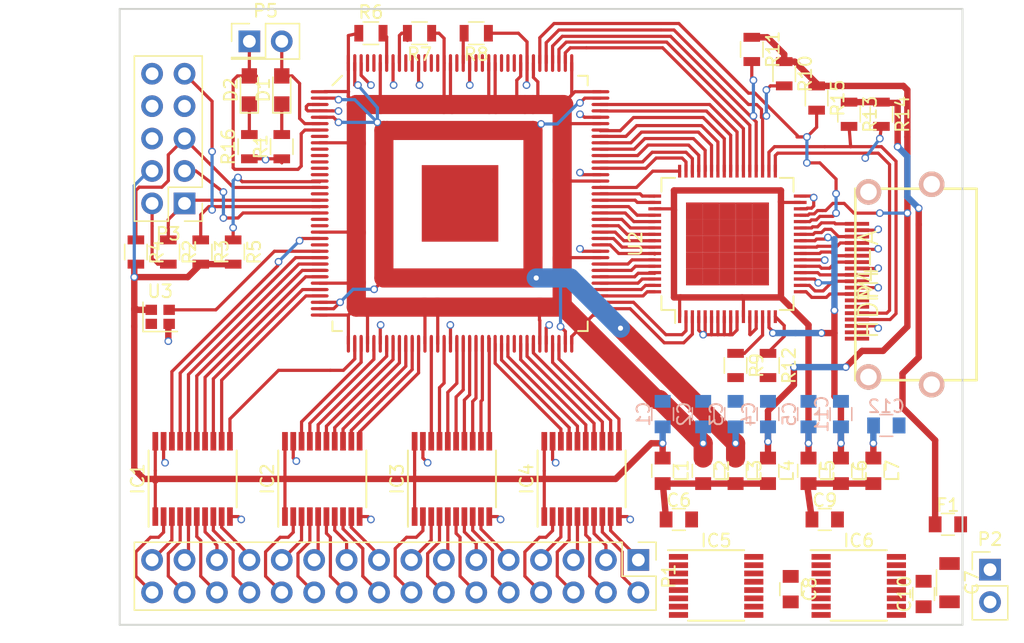
<source format=kicad_pcb>
(kicad_pcb (version 4) (host pcbnew 4.0.4-stable)
  (layers (0 F.Cu signal) (31 B.Cu signal) (34 B.Paste user) (35 F.Paste user) (36 B.SilkS user) (37 F.SilkS user) (38 B.Mask user) (39 F.Mask user) (44 Edge.Cuts user))
  (net 0 "")
  (net 1 "Net-(IC1-Pad2)")
  (net 2 "Net-(IC1-Pad3)")
  (net 3 "Net-(IC1-Pad4)")
  (net 4 "Net-(IC1-Pad5)")
  (net 5 "Net-(IC1-Pad6)")
  (net 6 "Net-(IC1-Pad7)")
  (net 7 "Net-(IC1-Pad8)")
  (net 8 "Net-(IC1-Pad9)")
  (net 9 "Net-(IC1-Pad11)")
  (net 10 "Net-(IC1-Pad12)")
  (net 11 "Net-(IC1-Pad13)")
  (net 12 "Net-(IC1-Pad14)")
  (net 13 "Net-(IC1-Pad15)")
  (net 14 "Net-(IC1-Pad16)")
  (net 15 "Net-(IC1-Pad17)")
  (net 16 "Net-(IC1-Pad18)")
  (net 17 "Net-(IC2-Pad2)")
  (net 18 "Net-(IC2-Pad3)")
  (net 19 "Net-(IC2-Pad4)")
  (net 20 "Net-(IC2-Pad5)")
  (net 21 "Net-(IC2-Pad6)")
  (net 22 "Net-(IC2-Pad7)")
  (net 23 "Net-(IC2-Pad8)")
  (net 24 "Net-(IC2-Pad9)")
  (net 25 "Net-(IC2-Pad11)")
  (net 26 "Net-(IC2-Pad12)")
  (net 27 "Net-(IC2-Pad13)")
  (net 28 "Net-(IC2-Pad14)")
  (net 29 "Net-(IC2-Pad15)")
  (net 30 "Net-(IC2-Pad16)")
  (net 31 "Net-(IC2-Pad17)")
  (net 32 "Net-(IC2-Pad18)")
  (net 33 "Net-(IC3-Pad2)")
  (net 34 "Net-(IC3-Pad3)")
  (net 35 "Net-(IC3-Pad4)")
  (net 36 "Net-(IC3-Pad5)")
  (net 37 "Net-(IC3-Pad6)")
  (net 38 "Net-(IC3-Pad7)")
  (net 39 "Net-(IC3-Pad8)")
  (net 40 "Net-(IC3-Pad9)")
  (net 41 "Net-(IC3-Pad11)")
  (net 42 "Net-(IC3-Pad12)")
  (net 43 "Net-(IC3-Pad13)")
  (net 44 "Net-(IC3-Pad14)")
  (net 45 "Net-(IC3-Pad15)")
  (net 46 "Net-(IC3-Pad16)")
  (net 47 "Net-(IC3-Pad17)")
  (net 48 "Net-(IC3-Pad18)")
  (net 49 "Net-(IC4-Pad2)")
  (net 50 "Net-(IC4-Pad3)")
  (net 51 "Net-(IC4-Pad4)")
  (net 52 "Net-(IC4-Pad5)")
  (net 53 "Net-(IC4-Pad6)")
  (net 54 "Net-(IC4-Pad7)")
  (net 55 "Net-(IC4-Pad8)")
  (net 56 "Net-(IC4-Pad9)")
  (net 57 "Net-(IC4-Pad11)")
  (net 58 "Net-(IC4-Pad12)")
  (net 59 "Net-(IC4-Pad13)")
  (net 60 "Net-(IC4-Pad14)")
  (net 61 "Net-(IC4-Pad15)")
  (net 62 "Net-(IC4-Pad16)")
  (net 63 "Net-(IC4-Pad17)")
  (net 64 "Net-(IC4-Pad18)")
  (net 65 "Net-(U1-Pad8)")
  (net 66 "Net-(U1-Pad10)")
  (net 67 "Net-(U1-Pad11)")
  (net 68 "Net-(U1-Pad12)")
  (net 69 "Net-(U1-Pad13)")
  (net 70 "Net-(U1-Pad14)")
  (net 71 "Net-(U1-Pad17)")
  (net 72 "Net-(U1-Pad21)")
  (net 73 "Net-(U1-Pad22)")
  (net 74 "Net-(U1-Pad25)")
  (net 75 "Net-(U1-Pad74)")
  (net 76 "Net-(U1-Pad75)")
  (net 77 "Net-(U1-Pad76)")
  (net 78 "Net-(U1-Pad77)")
  (net 79 "Net-(U1-Pad78)")
  (net 80 "Net-(U1-Pad79)")
  (net 81 "Net-(U1-Pad80)")
  (net 82 "Net-(U1-Pad81)")
  (net 83 "Net-(U1-Pad84)")
  (net 84 "Net-(U1-Pad85)")
  (net 85 "Net-(U1-Pad86)")
  (net 86 "Net-(U1-Pad87)")
  (net 87 "Net-(U1-Pad88)")
  (net 88 "Net-(U1-Pad89)")
  (net 89 "Net-(U1-Pad90)")
  (net 90 "Net-(U1-Pad91)")
  (net 91 "Net-(U1-Pad92)")
  (net 92 "Net-(U1-Pad93)")
  (net 93 "Net-(U1-Pad96)")
  (net 94 "Net-(U1-Pad97)")
  (net 95 "Net-(U1-Pad98)")
  (net 96 "Net-(U1-Pad99)")
  (net 97 "Net-(U1-Pad100)")
  (net 98 "Net-(U1-Pad101)")
  (net 99 "Net-(U1-Pad102)")
  (net 100 "Net-(U1-Pad105)")
  (net 101 "Net-(U1-Pad106)")
  (net 102 "Net-(U1-Pad110)")
  (net 103 "Net-(U1-Pad111)")
  (net 104 "Net-(U1-Pad118)")
  (net 105 "Net-(U1-Pad119)")
  (net 106 "Net-(U1-Pad120)")
  (net 107 "Net-(U1-Pad123)")
  (net 108 "Net-(U1-Pad124)")
  (net 109 "Net-(U1-Pad127)")
  (net 110 "Net-(U1-Pad130)")
  (net 111 "Net-(U1-Pad131)")
  (net 112 "Net-(U1-Pad132)")
  (net 113 "Net-(U1-Pad134)")
  (net 114 "Net-(U1-Pad135)")
  (net 115 "Net-(U1-Pad140)")
  (net 116 "Net-(U1-Pad141)")
  (net 117 "Net-(P3-Pad1)")
  (net 118 GND)
  (net 119 "Net-(P3-Pad3)")
  (net 120 "Net-(P3-Pad5)")
  (net 121 "Net-(P3-Pad6)")
  (net 122 "Net-(P3-Pad7)")
  (net 123 "Net-(P3-Pad8)")
  (net 124 "Net-(P3-Pad9)")
  (net 125 "Net-(D1-Pad2)")
  (net 126 "Net-(U3-Pad1)")
  (net 127 "Net-(U1-Pad26)")
  (net 128 /3V3A)
  (net 129 /3V3B)
  (net 130 /3V3C)
  (net 131 /3V3D)
  (net 132 /1V8A)
  (net 133 "Net-(C6-Pad1)")
  (net 134 +5V)
  (net 135 "Net-(C9-Pad1)")
  (net 136 /1V8B)
  (net 137 /1V8C)
  (net 138 "Net-(F1-Pad2)")
  (net 139 "Net-(IC5-Pad1)")
  (net 140 "Net-(IC5-Pad4)")
  (net 141 "Net-(IC5-Pad9)")
  (net 142 "Net-(IC5-Pad15)")
  (net 143 "Net-(IC5-Pad16)")
  (net 144 "Net-(IC6-Pad1)")
  (net 145 "Net-(IC6-Pad4)")
  (net 146 "Net-(IC6-Pad9)")
  (net 147 "Net-(IC6-Pad15)")
  (net 148 "Net-(IC6-Pad16)")
  (net 149 "Net-(P4-Pad1)")
  (net 150 "Net-(P4-Pad3)")
  (net 151 "Net-(P4-Pad4)")
  (net 152 "Net-(P4-Pad6)")
  (net 153 "Net-(P4-Pad7)")
  (net 154 "Net-(P4-Pad9)")
  (net 155 "Net-(P4-Pad10)")
  (net 156 "Net-(P4-Pad12)")
  (net 157 "Net-(P4-Pad13)")
  (net 158 "Net-(P4-Pad14)")
  (net 159 "Net-(P4-Pad15)")
  (net 160 "Net-(P4-Pad16)")
  (net 161 "Net-(P4-Pad19)")
  (net 162 "Net-(R5-Pad1)")
  (net 163 "Net-(R6-Pad2)")
  (net 164 "Net-(R7-Pad2)")
  (net 165 "Net-(R8-Pad2)")
  (net 166 "Net-(R9-Pad1)")
  (net 167 "Net-(R10-Pad2)")
  (net 168 "Net-(R11-Pad2)")
  (net 169 "Net-(R15-Pad2)")
  (net 170 "Net-(P4-Pad18)")
  (net 171 "Net-(D1-Pad1)")
  (net 172 "Net-(D2-Pad2)")
  (net 173 "Net-(D2-Pad1)")
  (module Housings_SSOP:TSSOP-20_4.4x6.5mm_Pitch0.65mm (layer F.Cu) (at 126.365 134.62 90)
    (fp_text reference IC1 (at 0 -4.3 90) (layer F.SilkS))
    (fp_text value SN74LVC245APWR)
    (pad 1 smd rect (at -2.95 -2.925 90) (size 1.45 0.45) (layers F.Cu F.Paste F.Mask) (net 128 /3V3A))
    (pad 2 smd rect (at -2.95 -2.275 90) (size 1.45 0.45) (layers F.Cu F.Paste F.Mask) (net 1 "Net-(IC1-Pad2)"))
    (pad 3 smd rect (at -2.95 -1.625 90) (size 1.45 0.45) (layers F.Cu F.Paste F.Mask) (net 2 "Net-(IC1-Pad3)"))
    (pad 4 smd rect (at -2.95 -0.975 90) (size 1.45 0.45) (layers F.Cu F.Paste F.Mask) (net 3 "Net-(IC1-Pad4)"))
    (pad 5 smd rect (at -2.95 -0.325 90) (size 1.45 0.45) (layers F.Cu F.Paste F.Mask) (net 4 "Net-(IC1-Pad5)"))
    (pad 6 smd rect (at -2.95 0.325 90) (size 1.45 0.45) (layers F.Cu F.Paste F.Mask) (net 5 "Net-(IC1-Pad6)"))
    (pad 7 smd rect (at -2.95 0.975 90) (size 1.45 0.45) (layers F.Cu F.Paste F.Mask) (net 6 "Net-(IC1-Pad7)"))
    (pad 8 smd rect (at -2.95 1.625 90) (size 1.45 0.45) (layers F.Cu F.Paste F.Mask) (net 7 "Net-(IC1-Pad8)"))
    (pad 9 smd rect (at -2.95 2.275 90) (size 1.45 0.45) (layers F.Cu F.Paste F.Mask) (net 8 "Net-(IC1-Pad9)"))
    (pad 10 smd rect (at -2.95 2.925 90) (size 1.45 0.45) (layers F.Cu F.Paste F.Mask) (net 118 GND))
    (pad 11 smd rect (at 2.95 2.925 90) (size 1.45 0.45) (layers F.Cu F.Paste F.Mask) (net 9 "Net-(IC1-Pad11)"))
    (pad 12 smd rect (at 2.95 2.275 90) (size 1.45 0.45) (layers F.Cu F.Paste F.Mask) (net 10 "Net-(IC1-Pad12)"))
    (pad 13 smd rect (at 2.95 1.625 90) (size 1.45 0.45) (layers F.Cu F.Paste F.Mask) (net 11 "Net-(IC1-Pad13)"))
    (pad 14 smd rect (at 2.95 0.975 90) (size 1.45 0.45) (layers F.Cu F.Paste F.Mask) (net 12 "Net-(IC1-Pad14)"))
    (pad 15 smd rect (at 2.95 0.325 90) (size 1.45 0.45) (layers F.Cu F.Paste F.Mask) (net 13 "Net-(IC1-Pad15)"))
    (pad 16 smd rect (at 2.95 -0.325 90) (size 1.45 0.45) (layers F.Cu F.Paste F.Mask) (net 14 "Net-(IC1-Pad16)"))
    (pad 17 smd rect (at 2.95 -0.975 90) (size 1.45 0.45) (layers F.Cu F.Paste F.Mask) (net 15 "Net-(IC1-Pad17)"))
    (pad 18 smd rect (at 2.95 -1.625 90) (size 1.45 0.45) (layers F.Cu F.Paste F.Mask) (net 16 "Net-(IC1-Pad18)"))
    (pad 19 smd rect (at 2.95 -2.275 90) (size 1.45 0.45) (layers F.Cu F.Paste F.Mask) (net 118 GND))
    (pad 20 smd rect (at 2.95 -2.925 90) (size 1.45 0.45) (layers F.Cu F.Paste F.Mask) (net 128 /3V3A))
  )
  (module Housings_SSOP:TSSOP-20_4.4x6.5mm_Pitch0.65mm (layer F.Cu) (at 136.525 134.62 90)
    (fp_text reference IC2 (at 0 -4.3 90) (layer F.SilkS))
    (fp_text value SN74LVC245APWR)
    (pad 1 smd rect (at -2.95 -2.925 90) (size 1.45 0.45) (layers F.Cu F.Paste F.Mask) (net 128 /3V3A))
    (pad 2 smd rect (at -2.95 -2.275 90) (size 1.45 0.45) (layers F.Cu F.Paste F.Mask) (net 17 "Net-(IC2-Pad2)"))
    (pad 3 smd rect (at -2.95 -1.625 90) (size 1.45 0.45) (layers F.Cu F.Paste F.Mask) (net 18 "Net-(IC2-Pad3)"))
    (pad 4 smd rect (at -2.95 -0.975 90) (size 1.45 0.45) (layers F.Cu F.Paste F.Mask) (net 19 "Net-(IC2-Pad4)"))
    (pad 5 smd rect (at -2.95 -0.325 90) (size 1.45 0.45) (layers F.Cu F.Paste F.Mask) (net 20 "Net-(IC2-Pad5)"))
    (pad 6 smd rect (at -2.95 0.325 90) (size 1.45 0.45) (layers F.Cu F.Paste F.Mask) (net 21 "Net-(IC2-Pad6)"))
    (pad 7 smd rect (at -2.95 0.975 90) (size 1.45 0.45) (layers F.Cu F.Paste F.Mask) (net 22 "Net-(IC2-Pad7)"))
    (pad 8 smd rect (at -2.95 1.625 90) (size 1.45 0.45) (layers F.Cu F.Paste F.Mask) (net 23 "Net-(IC2-Pad8)"))
    (pad 9 smd rect (at -2.95 2.275 90) (size 1.45 0.45) (layers F.Cu F.Paste F.Mask) (net 24 "Net-(IC2-Pad9)"))
    (pad 10 smd rect (at -2.95 2.925 90) (size 1.45 0.45) (layers F.Cu F.Paste F.Mask) (net 118 GND))
    (pad 11 smd rect (at 2.95 2.925 90) (size 1.45 0.45) (layers F.Cu F.Paste F.Mask) (net 25 "Net-(IC2-Pad11)"))
    (pad 12 smd rect (at 2.95 2.275 90) (size 1.45 0.45) (layers F.Cu F.Paste F.Mask) (net 26 "Net-(IC2-Pad12)"))
    (pad 13 smd rect (at 2.95 1.625 90) (size 1.45 0.45) (layers F.Cu F.Paste F.Mask) (net 27 "Net-(IC2-Pad13)"))
    (pad 14 smd rect (at 2.95 0.975 90) (size 1.45 0.45) (layers F.Cu F.Paste F.Mask) (net 28 "Net-(IC2-Pad14)"))
    (pad 15 smd rect (at 2.95 0.325 90) (size 1.45 0.45) (layers F.Cu F.Paste F.Mask) (net 29 "Net-(IC2-Pad15)"))
    (pad 16 smd rect (at 2.95 -0.325 90) (size 1.45 0.45) (layers F.Cu F.Paste F.Mask) (net 30 "Net-(IC2-Pad16)"))
    (pad 17 smd rect (at 2.95 -0.975 90) (size 1.45 0.45) (layers F.Cu F.Paste F.Mask) (net 31 "Net-(IC2-Pad17)"))
    (pad 18 smd rect (at 2.95 -1.625 90) (size 1.45 0.45) (layers F.Cu F.Paste F.Mask) (net 32 "Net-(IC2-Pad18)"))
    (pad 19 smd rect (at 2.95 -2.275 90) (size 1.45 0.45) (layers F.Cu F.Paste F.Mask) (net 118 GND))
    (pad 20 smd rect (at 2.95 -2.925 90) (size 1.45 0.45) (layers F.Cu F.Paste F.Mask) (net 128 /3V3A))
  )
  (module Housings_SSOP:TSSOP-20_4.4x6.5mm_Pitch0.65mm (layer F.Cu) (at 146.685 134.62 90)
    (fp_text reference IC3 (at 0 -4.3 90) (layer F.SilkS))
    (fp_text value SN74LVC245APWR)
    (pad 1 smd rect (at -2.95 -2.925 90) (size 1.45 0.45) (layers F.Cu F.Paste F.Mask) (net 128 /3V3A))
    (pad 2 smd rect (at -2.95 -2.275 90) (size 1.45 0.45) (layers F.Cu F.Paste F.Mask) (net 33 "Net-(IC3-Pad2)"))
    (pad 3 smd rect (at -2.95 -1.625 90) (size 1.45 0.45) (layers F.Cu F.Paste F.Mask) (net 34 "Net-(IC3-Pad3)"))
    (pad 4 smd rect (at -2.95 -0.975 90) (size 1.45 0.45) (layers F.Cu F.Paste F.Mask) (net 35 "Net-(IC3-Pad4)"))
    (pad 5 smd rect (at -2.95 -0.325 90) (size 1.45 0.45) (layers F.Cu F.Paste F.Mask) (net 36 "Net-(IC3-Pad5)"))
    (pad 6 smd rect (at -2.95 0.325 90) (size 1.45 0.45) (layers F.Cu F.Paste F.Mask) (net 37 "Net-(IC3-Pad6)"))
    (pad 7 smd rect (at -2.95 0.975 90) (size 1.45 0.45) (layers F.Cu F.Paste F.Mask) (net 38 "Net-(IC3-Pad7)"))
    (pad 8 smd rect (at -2.95 1.625 90) (size 1.45 0.45) (layers F.Cu F.Paste F.Mask) (net 39 "Net-(IC3-Pad8)"))
    (pad 9 smd rect (at -2.95 2.275 90) (size 1.45 0.45) (layers F.Cu F.Paste F.Mask) (net 40 "Net-(IC3-Pad9)"))
    (pad 10 smd rect (at -2.95 2.925 90) (size 1.45 0.45) (layers F.Cu F.Paste F.Mask) (net 118 GND))
    (pad 11 smd rect (at 2.95 2.925 90) (size 1.45 0.45) (layers F.Cu F.Paste F.Mask) (net 41 "Net-(IC3-Pad11)"))
    (pad 12 smd rect (at 2.95 2.275 90) (size 1.45 0.45) (layers F.Cu F.Paste F.Mask) (net 42 "Net-(IC3-Pad12)"))
    (pad 13 smd rect (at 2.95 1.625 90) (size 1.45 0.45) (layers F.Cu F.Paste F.Mask) (net 43 "Net-(IC3-Pad13)"))
    (pad 14 smd rect (at 2.95 0.975 90) (size 1.45 0.45) (layers F.Cu F.Paste F.Mask) (net 44 "Net-(IC3-Pad14)"))
    (pad 15 smd rect (at 2.95 0.325 90) (size 1.45 0.45) (layers F.Cu F.Paste F.Mask) (net 45 "Net-(IC3-Pad15)"))
    (pad 16 smd rect (at 2.95 -0.325 90) (size 1.45 0.45) (layers F.Cu F.Paste F.Mask) (net 46 "Net-(IC3-Pad16)"))
    (pad 17 smd rect (at 2.95 -0.975 90) (size 1.45 0.45) (layers F.Cu F.Paste F.Mask) (net 47 "Net-(IC3-Pad17)"))
    (pad 18 smd rect (at 2.95 -1.625 90) (size 1.45 0.45) (layers F.Cu F.Paste F.Mask) (net 48 "Net-(IC3-Pad18)"))
    (pad 19 smd rect (at 2.95 -2.275 90) (size 1.45 0.45) (layers F.Cu F.Paste F.Mask) (net 118 GND))
    (pad 20 smd rect (at 2.95 -2.925 90) (size 1.45 0.45) (layers F.Cu F.Paste F.Mask) (net 128 /3V3A))
  )
  (module Housings_SSOP:TSSOP-20_4.4x6.5mm_Pitch0.65mm (layer F.Cu) (at 156.845 134.62 90)
    (fp_text reference IC4 (at 0 -4.3 90) (layer F.SilkS))
    (fp_text value SN74LVC245APWR)
    (pad 1 smd rect (at -2.95 -2.925 90) (size 1.45 0.45) (layers F.Cu F.Paste F.Mask) (net 128 /3V3A))
    (pad 2 smd rect (at -2.95 -2.275 90) (size 1.45 0.45) (layers F.Cu F.Paste F.Mask) (net 49 "Net-(IC4-Pad2)"))
    (pad 3 smd rect (at -2.95 -1.625 90) (size 1.45 0.45) (layers F.Cu F.Paste F.Mask) (net 50 "Net-(IC4-Pad3)"))
    (pad 4 smd rect (at -2.95 -0.975 90) (size 1.45 0.45) (layers F.Cu F.Paste F.Mask) (net 51 "Net-(IC4-Pad4)"))
    (pad 5 smd rect (at -2.95 -0.325 90) (size 1.45 0.45) (layers F.Cu F.Paste F.Mask) (net 52 "Net-(IC4-Pad5)"))
    (pad 6 smd rect (at -2.95 0.325 90) (size 1.45 0.45) (layers F.Cu F.Paste F.Mask) (net 53 "Net-(IC4-Pad6)"))
    (pad 7 smd rect (at -2.95 0.975 90) (size 1.45 0.45) (layers F.Cu F.Paste F.Mask) (net 54 "Net-(IC4-Pad7)"))
    (pad 8 smd rect (at -2.95 1.625 90) (size 1.45 0.45) (layers F.Cu F.Paste F.Mask) (net 55 "Net-(IC4-Pad8)"))
    (pad 9 smd rect (at -2.95 2.275 90) (size 1.45 0.45) (layers F.Cu F.Paste F.Mask) (net 56 "Net-(IC4-Pad9)"))
    (pad 10 smd rect (at -2.95 2.925 90) (size 1.45 0.45) (layers F.Cu F.Paste F.Mask) (net 118 GND))
    (pad 11 smd rect (at 2.95 2.925 90) (size 1.45 0.45) (layers F.Cu F.Paste F.Mask) (net 57 "Net-(IC4-Pad11)"))
    (pad 12 smd rect (at 2.95 2.275 90) (size 1.45 0.45) (layers F.Cu F.Paste F.Mask) (net 58 "Net-(IC4-Pad12)"))
    (pad 13 smd rect (at 2.95 1.625 90) (size 1.45 0.45) (layers F.Cu F.Paste F.Mask) (net 59 "Net-(IC4-Pad13)"))
    (pad 14 smd rect (at 2.95 0.975 90) (size 1.45 0.45) (layers F.Cu F.Paste F.Mask) (net 60 "Net-(IC4-Pad14)"))
    (pad 15 smd rect (at 2.95 0.325 90) (size 1.45 0.45) (layers F.Cu F.Paste F.Mask) (net 61 "Net-(IC4-Pad15)"))
    (pad 16 smd rect (at 2.95 -0.325 90) (size 1.45 0.45) (layers F.Cu F.Paste F.Mask) (net 62 "Net-(IC4-Pad16)"))
    (pad 17 smd rect (at 2.95 -0.975 90) (size 1.45 0.45) (layers F.Cu F.Paste F.Mask) (net 63 "Net-(IC4-Pad17)"))
    (pad 18 smd rect (at 2.95 -1.625 90) (size 1.45 0.45) (layers F.Cu F.Paste F.Mask) (net 64 "Net-(IC4-Pad18)"))
    (pad 19 smd rect (at 2.95 -2.275 90) (size 1.45 0.45) (layers F.Cu F.Paste F.Mask) (net 118 GND))
    (pad 20 smd rect (at 2.95 -2.925 90) (size 1.45 0.45) (layers F.Cu F.Paste F.Mask) (net 128 /3V3A))
  )
  (module Pin_Headers:Pin_Header_Straight_2x16_Pitch2.54mm (layer F.Cu) (at 161.29 140.97 270)
    (fp_text reference P1 (at 1.27 -2.39 270) (layer F.SilkS))
    (fp_text value CONN_02X16)
    (pad 1 thru_hole rect (at 0 0 270) (size 1.7 1.7) (drill 1) (layers *.Cu *.Mask) (net 56 "Net-(IC4-Pad9)"))
    (pad 2 thru_hole oval (at 2.54 0 270) (size 1.7 1.7) (drill 1) (layers *.Cu *.Mask) (net 55 "Net-(IC4-Pad8)"))
    (pad 3 thru_hole oval (at 0 2.54 270) (size 1.7 1.7) (drill 1) (layers *.Cu *.Mask) (net 54 "Net-(IC4-Pad7)"))
    (pad 4 thru_hole oval (at 2.54 2.54 270) (size 1.7 1.7) (drill 1) (layers *.Cu *.Mask) (net 53 "Net-(IC4-Pad6)"))
    (pad 5 thru_hole oval (at 0 5.08 270) (size 1.7 1.7) (drill 1) (layers *.Cu *.Mask) (net 52 "Net-(IC4-Pad5)"))
    (pad 6 thru_hole oval (at 2.54 5.08 270) (size 1.7 1.7) (drill 1) (layers *.Cu *.Mask) (net 51 "Net-(IC4-Pad4)"))
    (pad 7 thru_hole oval (at 0 7.62 270) (size 1.7 1.7) (drill 1) (layers *.Cu *.Mask) (net 50 "Net-(IC4-Pad3)"))
    (pad 8 thru_hole oval (at 2.54 7.62 270) (size 1.7 1.7) (drill 1) (layers *.Cu *.Mask) (net 49 "Net-(IC4-Pad2)"))
    (pad 9 thru_hole oval (at 0 10.16 270) (size 1.7 1.7) (drill 1) (layers *.Cu *.Mask) (net 40 "Net-(IC3-Pad9)"))
    (pad 10 thru_hole oval (at 2.54 10.16 270) (size 1.7 1.7) (drill 1) (layers *.Cu *.Mask) (net 39 "Net-(IC3-Pad8)"))
    (pad 11 thru_hole oval (at 0 12.7 270) (size 1.7 1.7) (drill 1) (layers *.Cu *.Mask) (net 38 "Net-(IC3-Pad7)"))
    (pad 12 thru_hole oval (at 2.54 12.7 270) (size 1.7 1.7) (drill 1) (layers *.Cu *.Mask) (net 37 "Net-(IC3-Pad6)"))
    (pad 13 thru_hole oval (at 0 15.24 270) (size 1.7 1.7) (drill 1) (layers *.Cu *.Mask) (net 36 "Net-(IC3-Pad5)"))
    (pad 14 thru_hole oval (at 2.54 15.24 270) (size 1.7 1.7) (drill 1) (layers *.Cu *.Mask) (net 35 "Net-(IC3-Pad4)"))
    (pad 15 thru_hole oval (at 0 17.78 270) (size 1.7 1.7) (drill 1) (layers *.Cu *.Mask) (net 34 "Net-(IC3-Pad3)"))
    (pad 16 thru_hole oval (at 2.54 17.78 270) (size 1.7 1.7) (drill 1) (layers *.Cu *.Mask) (net 33 "Net-(IC3-Pad2)"))
    (pad 17 thru_hole oval (at 0 20.32 270) (size 1.7 1.7) (drill 1) (layers *.Cu *.Mask) (net 24 "Net-(IC2-Pad9)"))
    (pad 18 thru_hole oval (at 2.54 20.32 270) (size 1.7 1.7) (drill 1) (layers *.Cu *.Mask) (net 23 "Net-(IC2-Pad8)"))
    (pad 19 thru_hole oval (at 0 22.86 270) (size 1.7 1.7) (drill 1) (layers *.Cu *.Mask) (net 22 "Net-(IC2-Pad7)"))
    (pad 20 thru_hole oval (at 2.54 22.86 270) (size 1.7 1.7) (drill 1) (layers *.Cu *.Mask) (net 21 "Net-(IC2-Pad6)"))
    (pad 21 thru_hole oval (at 0 25.4 270) (size 1.7 1.7) (drill 1) (layers *.Cu *.Mask) (net 20 "Net-(IC2-Pad5)"))
    (pad 22 thru_hole oval (at 2.54 25.4 270) (size 1.7 1.7) (drill 1) (layers *.Cu *.Mask) (net 19 "Net-(IC2-Pad4)"))
    (pad 23 thru_hole oval (at 0 27.94 270) (size 1.7 1.7) (drill 1) (layers *.Cu *.Mask) (net 18 "Net-(IC2-Pad3)"))
    (pad 24 thru_hole oval (at 2.54 27.94 270) (size 1.7 1.7) (drill 1) (layers *.Cu *.Mask) (net 17 "Net-(IC2-Pad2)"))
    (pad 25 thru_hole oval (at 0 30.48 270) (size 1.7 1.7) (drill 1) (layers *.Cu *.Mask) (net 8 "Net-(IC1-Pad9)"))
    (pad 26 thru_hole oval (at 2.54 30.48 270) (size 1.7 1.7) (drill 1) (layers *.Cu *.Mask) (net 7 "Net-(IC1-Pad8)"))
    (pad 27 thru_hole oval (at 0 33.02 270) (size 1.7 1.7) (drill 1) (layers *.Cu *.Mask) (net 6 "Net-(IC1-Pad7)"))
    (pad 28 thru_hole oval (at 2.54 33.02 270) (size 1.7 1.7) (drill 1) (layers *.Cu *.Mask) (net 5 "Net-(IC1-Pad6)"))
    (pad 29 thru_hole oval (at 0 35.56 270) (size 1.7 1.7) (drill 1) (layers *.Cu *.Mask) (net 4 "Net-(IC1-Pad5)"))
    (pad 30 thru_hole oval (at 2.54 35.56 270) (size 1.7 1.7) (drill 1) (layers *.Cu *.Mask) (net 3 "Net-(IC1-Pad4)"))
    (pad 31 thru_hole oval (at 0 38.1 270) (size 1.7 1.7) (drill 1) (layers *.Cu *.Mask) (net 2 "Net-(IC1-Pad3)"))
    (pad 32 thru_hole oval (at 2.54 38.1 270) (size 1.7 1.7) (drill 1) (layers *.Cu *.Mask) (net 1 "Net-(IC1-Pad2)"))
  )
  (module Pin_Headers:Pin_Header_Straight_2x05_Pitch2.54mm (layer F.Cu) (at 125.73 113.03 180)
    (fp_text reference P3 (at 1.27 -2.39 180) (layer F.SilkS))
    (fp_text value JTAG)
    (pad 1 thru_hole rect (at 0 0 180) (size 1.7 1.7) (drill 1) (layers *.Cu *.Mask) (net 117 "Net-(P3-Pad1)"))
    (pad 2 thru_hole oval (at 2.54 0 180) (size 1.7 1.7) (drill 1) (layers *.Cu *.Mask) (net 118 GND))
    (pad 3 thru_hole oval (at 0 2.54 180) (size 1.7 1.7) (drill 1) (layers *.Cu *.Mask) (net 119 "Net-(P3-Pad3)"))
    (pad 4 thru_hole oval (at 2.54 2.54 180) (size 1.7 1.7) (drill 1) (layers *.Cu *.Mask) (net 128 /3V3A))
    (pad 5 thru_hole oval (at 0 5.08 180) (size 1.7 1.7) (drill 1) (layers *.Cu *.Mask) (net 120 "Net-(P3-Pad5)"))
    (pad 6 thru_hole oval (at 2.54 5.08 180) (size 1.7 1.7) (drill 1) (layers *.Cu *.Mask) (net 121 "Net-(P3-Pad6)"))
    (pad 7 thru_hole oval (at 0 7.62 180) (size 1.7 1.7) (drill 1) (layers *.Cu *.Mask) (net 122 "Net-(P3-Pad7)"))
    (pad 8 thru_hole oval (at 2.54 7.62 180) (size 1.7 1.7) (drill 1) (layers *.Cu *.Mask) (net 123 "Net-(P3-Pad8)"))
    (pad 9 thru_hole oval (at 0 10.16 180) (size 1.7 1.7) (drill 1) (layers *.Cu *.Mask) (net 124 "Net-(P3-Pad9)"))
    (pad 10 thru_hole oval (at 2.54 10.16 180) (size 1.7 1.7) (drill 1) (layers *.Cu *.Mask) (net 118 GND))
  )
  (module LEDs:LED_0805 (layer F.Cu) (at 133.35 104.14 90)
    (fp_text reference D1 (at 0 -1.45 90) (layer F.SilkS))
    (fp_text value LED)
    (pad 2 smd rect (at 1.1 0 270) (size 1.2 1.2) (layers F.Cu F.Paste F.Mask) (net 125 "Net-(D1-Pad2)"))
    (pad 1 smd rect (at -1.1 0 270) (size 1.2 1.2) (layers F.Cu F.Paste F.Mask) (net 171 "Net-(D1-Pad1)"))
  )
  (module eqfp144:QFP_144_GND (layer F.Cu) (at 147.32 113.03)
    (fp_text reference U1 hide)
    (fp_text value 10M08SCE144C8G hide)
    (pad 1 smd oval (at -11 -8.75 90) (size 0.25 1.4) (layers F.Cu F.Paste F.Mask) (net 129 /3V3B))
    (pad 2 smd oval (at -11 -8.25 90) (size 0.25 1.4) (layers F.Cu F.Paste F.Mask) (net 130 /3V3C))
    (pad 3 smd oval (at -11 -7.75 90) (size 0.25 1.4) (layers F.Cu F.Paste F.Mask) (net 118 GND))
    (pad 4 smd oval (at -11 -7.25 90) (size 0.25 1.4) (layers F.Cu F.Paste F.Mask) (net 118 GND))
    (pad 5 smd oval (at -11 -6.75 90) (size 0.25 1.4) (layers F.Cu F.Paste F.Mask) (net 130 /3V3C))
    (pad 6 smd oval (at -11 -6.25 90) (size 0.25 1.4) (layers F.Cu F.Paste F.Mask) (net 125 "Net-(D1-Pad2)"))
    (pad 7 smd oval (at -11 -5.75 90) (size 0.25 1.4) (layers F.Cu F.Paste F.Mask) (net 172 "Net-(D2-Pad2)"))
    (pad 8 smd oval (at -11 -5.25 90) (size 0.25 1.4) (layers F.Cu F.Paste F.Mask) (net 65 "Net-(U1-Pad8)"))
    (pad 9 smd oval (at -11 -4.75 90) (size 0.25 1.4) (layers F.Cu F.Paste F.Mask) (net 129 /3V3B))
    (pad 10 smd oval (at -11 -4.25 90) (size 0.25 1.4) (layers F.Cu F.Paste F.Mask) (net 66 "Net-(U1-Pad10)"))
    (pad 11 smd oval (at -11 -3.75 90) (size 0.25 1.4) (layers F.Cu F.Paste F.Mask) (net 67 "Net-(U1-Pad11)"))
    (pad 12 smd oval (at -11 -3.25 90) (size 0.25 1.4) (layers F.Cu F.Paste F.Mask) (net 68 "Net-(U1-Pad12)"))
    (pad 13 smd oval (at -11 -2.75 90) (size 0.25 1.4) (layers F.Cu F.Paste F.Mask) (net 69 "Net-(U1-Pad13)"))
    (pad 14 smd oval (at -11 -2.25 90) (size 0.25 1.4) (layers F.Cu F.Paste F.Mask) (net 70 "Net-(U1-Pad14)"))
    (pad 15 smd oval (at -11 -1.75 90) (size 0.25 1.4) (layers F.Cu F.Paste F.Mask) (net 162 "Net-(R5-Pad1)"))
    (pad 16 smd oval (at -11 -1.25 90) (size 0.25 1.4) (layers F.Cu F.Paste F.Mask) (net 120 "Net-(P3-Pad5)"))
    (pad 17 smd oval (at -11 -0.75 90) (size 0.25 1.4) (layers F.Cu F.Paste F.Mask) (net 71 "Net-(U1-Pad17)"))
    (pad 18 smd oval (at -11 -0.25 90) (size 0.25 1.4) (layers F.Cu F.Paste F.Mask) (net 117 "Net-(P3-Pad1)"))
    (pad 19 smd oval (at -11 0.25 90) (size 0.25 1.4) (layers F.Cu F.Paste F.Mask) (net 124 "Net-(P3-Pad9)"))
    (pad 20 smd oval (at -11 0.75 90) (size 0.25 1.4) (layers F.Cu F.Paste F.Mask) (net 119 "Net-(P3-Pad3)"))
    (pad 21 smd oval (at -11 1.25 90) (size 0.25 1.4) (layers F.Cu F.Paste F.Mask) (net 72 "Net-(U1-Pad21)"))
    (pad 22 smd oval (at -11 1.75 90) (size 0.25 1.4) (layers F.Cu F.Paste F.Mask) (net 73 "Net-(U1-Pad22)"))
    (pad 23 smd oval (at -11 2.25 90) (size 0.25 1.4) (layers F.Cu F.Paste F.Mask) (net 129 /3V3B))
    (pad 24 smd oval (at -11 2.75 90) (size 0.25 1.4) (layers F.Cu F.Paste F.Mask) (net 16 "Net-(IC1-Pad18)"))
    (pad 25 smd oval (at -11 3.25 90) (size 0.25 1.4) (layers F.Cu F.Paste F.Mask) (net 74 "Net-(U1-Pad25)"))
    (pad 26 smd oval (at -11 3.75 90) (size 0.25 1.4) (layers F.Cu F.Paste F.Mask) (net 127 "Net-(U1-Pad26)"))
    (pad 27 smd oval (at -11 4.25 90) (size 0.25 1.4) (layers F.Cu F.Paste F.Mask) (net 15 "Net-(IC1-Pad17)"))
    (pad 28 smd oval (at -11 4.75 90) (size 0.25 1.4) (layers F.Cu F.Paste F.Mask) (net 14 "Net-(IC1-Pad16)"))
    (pad 29 smd oval (at -11 5.25 90) (size 0.25 1.4) (layers F.Cu F.Paste F.Mask) (net 13 "Net-(IC1-Pad15)"))
    (pad 30 smd oval (at -11 5.75 90) (size 0.25 1.4) (layers F.Cu F.Paste F.Mask) (net 12 "Net-(IC1-Pad14)"))
    (pad 31 smd oval (at -11 6.25 90) (size 0.25 1.4) (layers F.Cu F.Paste F.Mask) (net 129 /3V3B))
    (pad 32 smd oval (at -11 6.75 90) (size 0.25 1.4) (layers F.Cu F.Paste F.Mask) (net 11 "Net-(IC1-Pad13)"))
    (pad 33 smd oval (at -11 7.25 90) (size 0.25 1.4) (layers F.Cu F.Paste F.Mask) (net 10 "Net-(IC1-Pad12)"))
    (pad 34 smd oval (at -11 7.75 90) (size 0.25 1.4) (layers F.Cu F.Paste F.Mask) (net 130 /3V3C))
    (pad 35 smd oval (at -11 8.25 90) (size 0.25 1.4) (layers F.Cu F.Paste F.Mask) (net 130 /3V3C))
    (pad 36 smd oval (at -11 8.75 90) (size 0.25 1.4) (layers F.Cu F.Paste F.Mask) (net 129 /3V3B))
    (pad 37 smd oval (at -8.75 11) (size 0.25 1.4) (layers F.Cu F.Paste F.Mask) (net 129 /3V3B))
    (pad 38 smd oval (at -8.25 11) (size 0.25 1.4) (layers F.Cu F.Paste F.Mask) (net 9 "Net-(IC1-Pad11)"))
    (pad 39 smd oval (at -7.75 11) (size 0.25 1.4) (layers F.Cu F.Paste F.Mask) (net 32 "Net-(IC2-Pad18)"))
    (pad 40 smd oval (at -7.25 11) (size 0.25 1.4) (layers F.Cu F.Paste F.Mask) (net 129 /3V3B))
    (pad 41 smd oval (at -6.75 11) (size 0.25 1.4) (layers F.Cu F.Paste F.Mask) (net 31 "Net-(IC2-Pad17)"))
    (pad 42 smd oval (at -6.25 11) (size 0.25 1.4) (layers F.Cu F.Paste F.Mask) (net 118 GND))
    (pad 43 smd oval (at -5.75 11) (size 0.25 1.4) (layers F.Cu F.Paste F.Mask) (net 30 "Net-(IC2-Pad16)"))
    (pad 44 smd oval (at -5.25 11) (size 0.25 1.4) (layers F.Cu F.Paste F.Mask) (net 29 "Net-(IC2-Pad15)"))
    (pad 45 smd oval (at -4.75 11) (size 0.25 1.4) (layers F.Cu F.Paste F.Mask) (net 28 "Net-(IC2-Pad14)"))
    (pad 46 smd oval (at -4.25 11) (size 0.25 1.4) (layers F.Cu F.Paste F.Mask) (net 27 "Net-(IC2-Pad13)"))
    (pad 47 smd oval (at -3.75 11) (size 0.25 1.4) (layers F.Cu F.Paste F.Mask) (net 26 "Net-(IC2-Pad12)"))
    (pad 48 smd oval (at -3.25 11) (size 0.25 1.4) (layers F.Cu F.Paste F.Mask) (net 25 "Net-(IC2-Pad11)"))
    (pad 49 smd oval (at -2.75 11) (size 0.25 1.4) (layers F.Cu F.Paste F.Mask) (net 129 /3V3B))
    (pad 50 smd oval (at -2.25 11) (size 0.25 1.4) (layers F.Cu F.Paste F.Mask) (net 48 "Net-(IC3-Pad18)"))
    (pad 51 smd oval (at -1.75 11) (size 0.25 1.4) (layers F.Cu F.Paste F.Mask) (net 129 /3V3B))
    (pad 52 smd oval (at -1.25 11) (size 0.25 1.4) (layers F.Cu F.Paste F.Mask) (net 47 "Net-(IC3-Pad17)"))
    (pad 53 smd oval (at -0.75 11) (size 0.25 1.4) (layers F.Cu F.Paste F.Mask) (net 118 GND))
    (pad 54 smd oval (at -0.25 11) (size 0.25 1.4) (layers F.Cu F.Paste F.Mask) (net 46 "Net-(IC3-Pad16)"))
    (pad 55 smd oval (at 0.25 11) (size 0.25 1.4) (layers F.Cu F.Paste F.Mask) (net 45 "Net-(IC3-Pad15)"))
    (pad 56 smd oval (at 0.75 11) (size 0.25 1.4) (layers F.Cu F.Paste F.Mask) (net 44 "Net-(IC3-Pad14)"))
    (pad 57 smd oval (at 1.25 11) (size 0.25 1.4) (layers F.Cu F.Paste F.Mask) (net 43 "Net-(IC3-Pad13)"))
    (pad 58 smd oval (at 1.75 11) (size 0.25 1.4) (layers F.Cu F.Paste F.Mask) (net 42 "Net-(IC3-Pad12)"))
    (pad 59 smd oval (at 2.25 11) (size 0.25 1.4) (layers F.Cu F.Paste F.Mask) (net 41 "Net-(IC3-Pad11)"))
    (pad 60 smd oval (at 2.75 11) (size 0.25 1.4) (layers F.Cu F.Paste F.Mask) (net 64 "Net-(IC4-Pad18)"))
    (pad 61 smd oval (at 3.25 11) (size 0.25 1.4) (layers F.Cu F.Paste F.Mask) (net 63 "Net-(IC4-Pad17)"))
    (pad 62 smd oval (at 3.75 11) (size 0.25 1.4) (layers F.Cu F.Paste F.Mask) (net 62 "Net-(IC4-Pad16)"))
    (pad 63 smd oval (at 4.25 11) (size 0.25 1.4) (layers F.Cu F.Paste F.Mask) (net 118 GND))
    (pad 64 smd oval (at 4.75 11) (size 0.25 1.4) (layers F.Cu F.Paste F.Mask) (net 61 "Net-(IC4-Pad15)"))
    (pad 65 smd oval (at 5.25 11) (size 0.25 1.4) (layers F.Cu F.Paste F.Mask) (net 60 "Net-(IC4-Pad14)"))
    (pad 66 smd oval (at 5.75 11) (size 0.25 1.4) (layers F.Cu F.Paste F.Mask) (net 59 "Net-(IC4-Pad13)"))
    (pad 67 smd oval (at 6.25 11) (size 0.25 1.4) (layers F.Cu F.Paste F.Mask) (net 129 /3V3B))
    (pad 68 smd oval (at 6.75 11) (size 0.25 1.4) (layers F.Cu F.Paste F.Mask) (net 118 GND))
    (pad 69 smd oval (at 7.25 11) (size 0.25 1.4) (layers F.Cu F.Paste F.Mask) (net 58 "Net-(IC4-Pad12)"))
    (pad 70 smd oval (at 7.75 11) (size 0.25 1.4) (layers F.Cu F.Paste F.Mask) (net 57 "Net-(IC4-Pad11)"))
    (pad 71 smd oval (at 8.25 11) (size 0.25 1.4) (layers F.Cu F.Paste F.Mask) (net 130 /3V3C))
    (pad 72 smd oval (at 8.75 11) (size 0.25 1.4) (layers F.Cu F.Paste F.Mask) (net 129 /3V3B))
    (pad 73 smd oval (at 11 8.75 90) (size 0.25 1.4) (layers F.Cu F.Paste F.Mask) (net 129 /3V3B))
    (pad 74 smd oval (at 11 8.25 90) (size 0.25 1.4) (layers F.Cu F.Paste F.Mask) (net 75 "Net-(U1-Pad74)"))
    (pad 75 smd oval (at 11 7.75 90) (size 0.25 1.4) (layers F.Cu F.Paste F.Mask) (net 76 "Net-(U1-Pad75)"))
    (pad 76 smd oval (at 11 7.25 90) (size 0.25 1.4) (layers F.Cu F.Paste F.Mask) (net 77 "Net-(U1-Pad76)"))
    (pad 77 smd oval (at 11 6.75 90) (size 0.25 1.4) (layers F.Cu F.Paste F.Mask) (net 78 "Net-(U1-Pad77)"))
    (pad 78 smd oval (at 11 6.25 90) (size 0.25 1.4) (layers F.Cu F.Paste F.Mask) (net 79 "Net-(U1-Pad78)"))
    (pad 79 smd oval (at 11 5.75 90) (size 0.25 1.4) (layers F.Cu F.Paste F.Mask) (net 80 "Net-(U1-Pad79)"))
    (pad 80 smd oval (at 11 5.25 90) (size 0.25 1.4) (layers F.Cu F.Paste F.Mask) (net 81 "Net-(U1-Pad80)"))
    (pad 81 smd oval (at 11 4.75 90) (size 0.25 1.4) (layers F.Cu F.Paste F.Mask) (net 82 "Net-(U1-Pad81)"))
    (pad 82 smd oval (at 11 4.25 90) (size 0.25 1.4) (layers F.Cu F.Paste F.Mask) (net 129 /3V3B))
    (pad 83 smd oval (at 11 3.75 90) (size 0.25 1.4) (layers F.Cu F.Paste F.Mask) (net 118 GND))
    (pad 84 smd oval (at 11 3.25 90) (size 0.25 1.4) (layers F.Cu F.Paste F.Mask) (net 83 "Net-(U1-Pad84)"))
    (pad 85 smd oval (at 11 2.75 90) (size 0.25 1.4) (layers F.Cu F.Paste F.Mask) (net 84 "Net-(U1-Pad85)"))
    (pad 86 smd oval (at 11 2.25 90) (size 0.25 1.4) (layers F.Cu F.Paste F.Mask) (net 85 "Net-(U1-Pad86)"))
    (pad 87 smd oval (at 11 1.75 90) (size 0.25 1.4) (layers F.Cu F.Paste F.Mask) (net 86 "Net-(U1-Pad87)"))
    (pad 88 smd oval (at 11 1.25 90) (size 0.25 1.4) (layers F.Cu F.Paste F.Mask) (net 87 "Net-(U1-Pad88)"))
    (pad 89 smd oval (at 11 0.75 90) (size 0.25 1.4) (layers F.Cu F.Paste F.Mask) (net 88 "Net-(U1-Pad89)"))
    (pad 90 smd oval (at 11 0.25 90) (size 0.25 1.4) (layers F.Cu F.Paste F.Mask) (net 89 "Net-(U1-Pad90)"))
    (pad 91 smd oval (at 11 -0.25 90) (size 0.25 1.4) (layers F.Cu F.Paste F.Mask) (net 90 "Net-(U1-Pad91)"))
    (pad 92 smd oval (at 11 -0.75 90) (size 0.25 1.4) (layers F.Cu F.Paste F.Mask) (net 91 "Net-(U1-Pad92)"))
    (pad 93 smd oval (at 11 -1.25 90) (size 0.25 1.4) (layers F.Cu F.Paste F.Mask) (net 92 "Net-(U1-Pad93)"))
    (pad 94 smd oval (at 11 -1.75 90) (size 0.25 1.4) (layers F.Cu F.Paste F.Mask) (net 129 /3V3B))
    (pad 95 smd oval (at 11 -2.25 90) (size 0.25 1.4) (layers F.Cu F.Paste F.Mask) (net 118 GND))
    (pad 96 smd oval (at 11 -2.75 90) (size 0.25 1.4) (layers F.Cu F.Paste F.Mask) (net 93 "Net-(U1-Pad96)"))
    (pad 97 smd oval (at 11 -3.25 90) (size 0.25 1.4) (layers F.Cu F.Paste F.Mask) (net 94 "Net-(U1-Pad97)"))
    (pad 98 smd oval (at 11 -3.75 90) (size 0.25 1.4) (layers F.Cu F.Paste F.Mask) (net 95 "Net-(U1-Pad98)"))
    (pad 99 smd oval (at 11 -4.25 90) (size 0.25 1.4) (layers F.Cu F.Paste F.Mask) (net 96 "Net-(U1-Pad99)"))
    (pad 100 smd oval (at 11 -4.75 90) (size 0.25 1.4) (layers F.Cu F.Paste F.Mask) (net 97 "Net-(U1-Pad100)"))
    (pad 101 smd oval (at 11 -5.25 90) (size 0.25 1.4) (layers F.Cu F.Paste F.Mask) (net 98 "Net-(U1-Pad101)"))
    (pad 102 smd oval (at 11 -5.75 90) (size 0.25 1.4) (layers F.Cu F.Paste F.Mask) (net 99 "Net-(U1-Pad102)"))
    (pad 103 smd oval (at 11 -6.25 90) (size 0.25 1.4) (layers F.Cu F.Paste F.Mask) (net 129 /3V3B))
    (pad 104 smd oval (at 11 -6.75 90) (size 0.25 1.4) (layers F.Cu F.Paste F.Mask) (net 118 GND))
    (pad 105 smd oval (at 11 -7.25 90) (size 0.25 1.4) (layers F.Cu F.Paste F.Mask) (net 100 "Net-(U1-Pad105)"))
    (pad 106 smd oval (at 11 -7.75 90) (size 0.25 1.4) (layers F.Cu F.Paste F.Mask) (net 101 "Net-(U1-Pad106)"))
    (pad 107 smd oval (at 11 -8.25 90) (size 0.25 1.4) (layers F.Cu F.Paste F.Mask) (net 130 /3V3C))
    (pad 108 smd oval (at 11 -8.75 90) (size 0.25 1.4) (layers F.Cu F.Paste F.Mask) (net 129 /3V3B))
    (pad 109 smd oval (at 8.75 -11) (size 0.25 1.4) (layers F.Cu F.Paste F.Mask) (net 129 /3V3B))
    (pad 110 smd oval (at 8.25 -11) (size 0.25 1.4) (layers F.Cu F.Paste F.Mask) (net 102 "Net-(U1-Pad110)"))
    (pad 111 smd oval (at 7.75 -11) (size 0.25 1.4) (layers F.Cu F.Paste F.Mask) (net 103 "Net-(U1-Pad111)"))
    (pad 112 smd oval (at 7.25 -11) (size 0.25 1.4) (layers F.Cu F.Paste F.Mask) (net 168 "Net-(R11-Pad2)"))
    (pad 113 smd oval (at 6.75 -11) (size 0.25 1.4) (layers F.Cu F.Paste F.Mask) (net 167 "Net-(R10-Pad2)"))
    (pad 114 smd oval (at 6.25 -11) (size 0.25 1.4) (layers F.Cu F.Paste F.Mask) (net 169 "Net-(R15-Pad2)"))
    (pad 115 smd oval (at 5.75 -11) (size 0.25 1.4) (layers F.Cu F.Paste F.Mask) (net 129 /3V3B))
    (pad 116 smd oval (at 5.25 -11) (size 0.25 1.4) (layers F.Cu F.Paste F.Mask) (net 118 GND))
    (pad 117 smd oval (at 4.75 -11) (size 0.25 1.4) (layers F.Cu F.Paste F.Mask) (net 129 /3V3B))
    (pad 118 smd oval (at 4.25 -11) (size 0.25 1.4) (layers F.Cu F.Paste F.Mask) (net 104 "Net-(U1-Pad118)"))
    (pad 119 smd oval (at 3.75 -11) (size 0.25 1.4) (layers F.Cu F.Paste F.Mask) (net 105 "Net-(U1-Pad119)"))
    (pad 120 smd oval (at 3.25 -11) (size 0.25 1.4) (layers F.Cu F.Paste F.Mask) (net 106 "Net-(U1-Pad120)"))
    (pad 121 smd oval (at 2.75 -11) (size 0.25 1.4) (layers F.Cu F.Paste F.Mask) (net 129 /3V3B))
    (pad 122 smd oval (at 2.25 -11) (size 0.25 1.4) (layers F.Cu F.Paste F.Mask) (net 129 /3V3B))
    (pad 123 smd oval (at 1.75 -11) (size 0.25 1.4) (layers F.Cu F.Paste F.Mask) (net 107 "Net-(U1-Pad123)"))
    (pad 124 smd oval (at 1.25 -11) (size 0.25 1.4) (layers F.Cu F.Paste F.Mask) (net 108 "Net-(U1-Pad124)"))
    (pad 125 smd oval (at 0.75 -11) (size 0.25 1.4) (layers F.Cu F.Paste F.Mask) (net 118 GND))
    (pad 126 smd oval (at 0.25 -11) (size 0.25 1.4) (layers F.Cu F.Paste F.Mask) (net 165 "Net-(R8-Pad2)"))
    (pad 127 smd oval (at -0.25 -11) (size 0.25 1.4) (layers F.Cu F.Paste F.Mask) (net 109 "Net-(U1-Pad127)"))
    (pad 128 smd oval (at -0.75 -11) (size 0.25 1.4) (layers F.Cu F.Paste F.Mask) (net 129 /3V3B))
    (pad 129 smd oval (at -1.25 -11) (size 0.25 1.4) (layers F.Cu F.Paste F.Mask) (net 129 /3V3B))
    (pad 130 smd oval (at -1.75 -11) (size 0.25 1.4) (layers F.Cu F.Paste F.Mask) (net 110 "Net-(U1-Pad130)"))
    (pad 131 smd oval (at -2.25 -11) (size 0.25 1.4) (layers F.Cu F.Paste F.Mask) (net 111 "Net-(U1-Pad131)"))
    (pad 132 smd oval (at -2.75 -11) (size 0.25 1.4) (layers F.Cu F.Paste F.Mask) (net 112 "Net-(U1-Pad132)"))
    (pad 133 smd oval (at -3.25 -11) (size 0.25 1.4) (layers F.Cu F.Paste F.Mask) (net 118 GND))
    (pad 134 smd oval (at -3.75 -11) (size 0.25 1.4) (layers F.Cu F.Paste F.Mask) (net 113 "Net-(U1-Pad134)"))
    (pad 135 smd oval (at -4.25 -11) (size 0.25 1.4) (layers F.Cu F.Paste F.Mask) (net 114 "Net-(U1-Pad135)"))
    (pad 136 smd oval (at -4.75 -11) (size 0.25 1.4) (layers F.Cu F.Paste F.Mask) (net 164 "Net-(R7-Pad2)"))
    (pad 137 smd oval (at -5.25 -11) (size 0.25 1.4) (layers F.Cu F.Paste F.Mask) (net 118 GND))
    (pad 138 smd oval (at -5.75 -11) (size 0.25 1.4) (layers F.Cu F.Paste F.Mask) (net 163 "Net-(R6-Pad2)"))
    (pad 139 smd oval (at -6.25 -11) (size 0.25 1.4) (layers F.Cu F.Paste F.Mask) (net 129 /3V3B))
    (pad 140 smd oval (at -6.75 -11) (size 0.25 1.4) (layers F.Cu F.Paste F.Mask) (net 115 "Net-(U1-Pad140)"))
    (pad 141 smd oval (at -7.25 -11) (size 0.25 1.4) (layers F.Cu F.Paste F.Mask) (net 116 "Net-(U1-Pad141)"))
    (pad 142 smd oval (at -7.75 -11) (size 0.25 1.4) (layers F.Cu F.Paste F.Mask) (net 118 GND))
    (pad 143 smd oval (at -8.25 -11) (size 0.25 1.4) (layers F.Cu F.Paste F.Mask) (net 130 /3V3C))
    (pad 144 smd oval (at -8.75 -11) (size 0.25 1.4) (layers F.Cu F.Paste F.Mask) (net 129 /3V3B))
    (pad 145 smd rect (at 0 0) (size 6 6) (layers F.Cu F.Paste F.Mask) (net 118 GND))
  )
  (module Housings_QFP:LQFP-64-1EP_10x10mm_Pitch0.5mm (layer F.Cu) (at 168.275 116.205 90)
    (fp_text reference U2 (at 0 -7.2 90) (layer F.SilkS))
    (fp_text value ADV7513)
    (pad 1 smd rect (at -5.7 -3.75 90) (size 1 0.25) (layers F.Cu F.Paste F.Mask) (net 132 /1V8A))
    (pad 2 smd rect (at -5.7 -3.25 90) (size 1 0.25) (layers F.Cu F.Paste F.Mask) (net 76 "Net-(U1-Pad75)"))
    (pad 3 smd rect (at -5.7 -2.75 90) (size 1 0.25) (layers F.Cu F.Paste F.Mask) (net 75 "Net-(U1-Pad74)"))
    (pad 4 smd rect (at -5.7 -2.25 90) (size 1 0.25) (layers F.Cu F.Paste F.Mask) (net 118 GND))
    (pad 5 smd rect (at -5.7 -1.75 90) (size 1 0.25) (layers F.Cu F.Paste F.Mask) (net 118 GND))
    (pad 6 smd rect (at -5.7 -1.25 90) (size 1 0.25) (layers F.Cu F.Paste F.Mask) (net 118 GND))
    (pad 7 smd rect (at -5.7 -0.75 90) (size 1 0.25) (layers F.Cu F.Paste F.Mask) (net 118 GND))
    (pad 8 smd rect (at -5.7 -0.25 90) (size 1 0.25) (layers F.Cu F.Paste F.Mask) (net 118 GND))
    (pad 9 smd rect (at -5.7 0.25 90) (size 1 0.25) (layers F.Cu F.Paste F.Mask) (net 118 GND))
    (pad 10 smd rect (at -5.7 0.75 90) (size 1 0.25) (layers F.Cu F.Paste F.Mask) (net 118 GND))
    (pad 11 smd rect (at -5.7 1.25 90) (size 1 0.25) (layers F.Cu F.Paste F.Mask) (net 132 /1V8A))
    (pad 12 smd rect (at -5.7 1.75 90) (size 1 0.25) (layers F.Cu F.Paste F.Mask) (net 137 /1V8C))
    (pad 13 smd rect (at -5.7 2.25 90) (size 1 0.25) (layers F.Cu F.Paste F.Mask) (net 137 /1V8C))
    (pad 14 smd rect (at -5.7 2.75 90) (size 1 0.25) (layers F.Cu F.Paste F.Mask) (net 166 "Net-(R9-Pad1)"))
    (pad 15 smd rect (at -5.7 3.25 90) (size 1 0.25) (layers F.Cu F.Paste F.Mask) (net 136 /1V8B))
    (pad 16 smd rect (at -5.7 3.75 90) (size 1 0.25) (layers F.Cu F.Paste F.Mask) (net 161 "Net-(P4-Pad19)"))
    (pad 17 smd rect (at -3.75 5.7 180) (size 1 0.25) (layers F.Cu F.Paste F.Mask) (net 156 "Net-(P4-Pad12)"))
    (pad 18 smd rect (at -3.25 5.7 180) (size 1 0.25) (layers F.Cu F.Paste F.Mask) (net 155 "Net-(P4-Pad10)"))
    (pad 19 smd rect (at -2.75 5.7 180) (size 1 0.25) (layers F.Cu F.Paste F.Mask) (net 136 /1V8B))
    (pad 20 smd rect (at -2.25 5.7 180) (size 1 0.25) (layers F.Cu F.Paste F.Mask) (net 154 "Net-(P4-Pad9)"))
    (pad 21 smd rect (at -1.75 5.7 180) (size 1 0.25) (layers F.Cu F.Paste F.Mask) (net 153 "Net-(P4-Pad7)"))
    (pad 22 smd rect (at -1.25 5.7 180) (size 1 0.25) (layers F.Cu F.Paste F.Mask) (net 118 GND))
    (pad 23 smd rect (at -0.75 5.7 180) (size 1 0.25) (layers F.Cu F.Paste F.Mask) (net 152 "Net-(P4-Pad6)"))
    (pad 24 smd rect (at -0.25 5.7 180) (size 1 0.25) (layers F.Cu F.Paste F.Mask) (net 151 "Net-(P4-Pad4)"))
    (pad 25 smd rect (at 0.25 5.7 180) (size 1 0.25) (layers F.Cu F.Paste F.Mask) (net 136 /1V8B))
    (pad 26 smd rect (at 0.75 5.7 180) (size 1 0.25) (layers F.Cu F.Paste F.Mask) (net 150 "Net-(P4-Pad3)"))
    (pad 27 smd rect (at 1.25 5.7 180) (size 1 0.25) (layers F.Cu F.Paste F.Mask) (net 149 "Net-(P4-Pad1)"))
    (pad 28 smd rect (at 1.75 5.7 180) (size 1 0.25) (layers F.Cu F.Paste F.Mask) (net 169 "Net-(R15-Pad2)"))
    (pad 29 smd rect (at 2.25 5.7 180) (size 1 0.25) (layers F.Cu F.Paste F.Mask) (net 131 /3V3D))
    (pad 30 smd rect (at 2.75 5.7 180) (size 1 0.25) (layers F.Cu F.Paste F.Mask) (net 118 GND))
    (pad 31 smd rect (at 3.25 5.7 180) (size 1 0.25) (layers F.Cu F.Paste F.Mask) (net 132 /1V8A))
    (pad 32 smd rect (at 3.75 5.7 180) (size 1 0.25) (layers F.Cu F.Paste F.Mask) (net 118 GND))
    (pad 33 smd rect (at 5.7 3.75 90) (size 1 0.25) (layers F.Cu F.Paste F.Mask) (net 159 "Net-(P4-Pad15)"))
    (pad 34 smd rect (at 5.7 3.25 90) (size 1 0.25) (layers F.Cu F.Paste F.Mask) (net 160 "Net-(P4-Pad16)"))
    (pad 35 smd rect (at 5.7 2.75 90) (size 1 0.25) (layers F.Cu F.Paste F.Mask) (net 167 "Net-(R10-Pad2)"))
    (pad 36 smd rect (at 5.7 2.25 90) (size 1 0.25) (layers F.Cu F.Paste F.Mask) (net 168 "Net-(R11-Pad2)"))
    (pad 37 smd rect (at 5.7 1.75 90) (size 1 0.25) (layers F.Cu F.Paste F.Mask) (net 103 "Net-(U1-Pad111)"))
    (pad 38 smd rect (at 5.7 1.25 90) (size 1 0.25) (layers F.Cu F.Paste F.Mask) (net 102 "Net-(U1-Pad110)"))
    (pad 39 smd rect (at 5.7 0.75 90) (size 1 0.25) (layers F.Cu F.Paste F.Mask) (net 101 "Net-(U1-Pad106)"))
    (pad 40 smd rect (at 5.7 0.25 90) (size 1 0.25) (layers F.Cu F.Paste F.Mask) (net 100 "Net-(U1-Pad105)"))
    (pad 41 smd rect (at 5.7 -0.25 90) (size 1 0.25) (layers F.Cu F.Paste F.Mask) (net 99 "Net-(U1-Pad102)"))
    (pad 42 smd rect (at 5.7 -0.75 90) (size 1 0.25) (layers F.Cu F.Paste F.Mask) (net 98 "Net-(U1-Pad101)"))
    (pad 43 smd rect (at 5.7 -1.25 90) (size 1 0.25) (layers F.Cu F.Paste F.Mask) (net 97 "Net-(U1-Pad100)"))
    (pad 44 smd rect (at 5.7 -1.75 90) (size 1 0.25) (layers F.Cu F.Paste F.Mask) (net 96 "Net-(U1-Pad99)"))
    (pad 45 smd rect (at 5.7 -2.25 90) (size 1 0.25) (layers F.Cu F.Paste F.Mask) (net 95 "Net-(U1-Pad98)"))
    (pad 46 smd rect (at 5.7 -2.75 90) (size 1 0.25) (layers F.Cu F.Paste F.Mask) (net 94 "Net-(U1-Pad97)"))
    (pad 47 smd rect (at 5.7 -3.25 90) (size 1 0.25) (layers F.Cu F.Paste F.Mask) (net 93 "Net-(U1-Pad96)"))
    (pad 48 smd rect (at 5.7 -3.75 90) (size 1 0.25) (layers F.Cu F.Paste F.Mask) (net 92 "Net-(U1-Pad93)"))
    (pad 49 smd rect (at 3.75 -5.7 180) (size 1 0.25) (layers F.Cu F.Paste F.Mask) (net 91 "Net-(U1-Pad92)"))
    (pad 50 smd rect (at 3.25 -5.7 180) (size 1 0.25) (layers F.Cu F.Paste F.Mask) (net 90 "Net-(U1-Pad91)"))
    (pad 51 smd rect (at 2.75 -5.7 180) (size 1 0.25) (layers F.Cu F.Paste F.Mask) (net 132 /1V8A))
    (pad 52 smd rect (at 2.25 -5.7 180) (size 1 0.25) (layers F.Cu F.Paste F.Mask) (net 89 "Net-(U1-Pad90)"))
    (pad 53 smd rect (at 1.75 -5.7 180) (size 1 0.25) (layers F.Cu F.Paste F.Mask) (net 88 "Net-(U1-Pad89)"))
    (pad 54 smd rect (at 1.25 -5.7 180) (size 1 0.25) (layers F.Cu F.Paste F.Mask) (net 87 "Net-(U1-Pad88)"))
    (pad 55 smd rect (at 0.75 -5.7 180) (size 1 0.25) (layers F.Cu F.Paste F.Mask) (net 86 "Net-(U1-Pad87)"))
    (pad 56 smd rect (at 0.25 -5.7 180) (size 1 0.25) (layers F.Cu F.Paste F.Mask) (net 85 "Net-(U1-Pad86)"))
    (pad 57 smd rect (at -0.25 -5.7 180) (size 1 0.25) (layers F.Cu F.Paste F.Mask) (net 84 "Net-(U1-Pad85)"))
    (pad 58 smd rect (at -0.75 -5.7 180) (size 1 0.25) (layers F.Cu F.Paste F.Mask) (net 83 "Net-(U1-Pad84)"))
    (pad 59 smd rect (at -1.25 -5.7 180) (size 1 0.25) (layers F.Cu F.Paste F.Mask) (net 82 "Net-(U1-Pad81)"))
    (pad 60 smd rect (at -1.75 -5.7 180) (size 1 0.25) (layers F.Cu F.Paste F.Mask) (net 81 "Net-(U1-Pad80)"))
    (pad 61 smd rect (at -2.25 -5.7 180) (size 1 0.25) (layers F.Cu F.Paste F.Mask) (net 80 "Net-(U1-Pad79)"))
    (pad 62 smd rect (at -2.75 -5.7 180) (size 1 0.25) (layers F.Cu F.Paste F.Mask) (net 79 "Net-(U1-Pad78)"))
    (pad 63 smd rect (at -3.25 -5.7 180) (size 1 0.25) (layers F.Cu F.Paste F.Mask) (net 78 "Net-(U1-Pad77)"))
    (pad 64 smd rect (at -3.75 -5.7 180) (size 1 0.25) (layers F.Cu F.Paste F.Mask) (net 77 "Net-(U1-Pad76)"))
    (pad 65 smd rect (at -2.6 -2.6 90) (size 1.3 1.3) (layers F.Cu F.Paste F.Mask) (net 118 GND))
    (pad 65 smd rect (at -1.3 -2.6 90) (size 1.3 1.3) (layers F.Cu F.Paste F.Mask) (net 118 GND))
    (pad 65 smd rect (at 0 -2.6 90) (size 1.3 1.3) (layers F.Cu F.Paste F.Mask) (net 118 GND))
    (pad 65 smd rect (at 1.3 -2.6 90) (size 1.3 1.3) (layers F.Cu F.Paste F.Mask) (net 118 GND))
    (pad 65 smd rect (at 2.6 -2.6 90) (size 1.3 1.3) (layers F.Cu F.Paste F.Mask) (net 118 GND))
    (pad 65 smd rect (at -2.6 -1.3 90) (size 1.3 1.3) (layers F.Cu F.Paste F.Mask) (net 118 GND))
    (pad 65 smd rect (at -1.3 -1.3 90) (size 1.3 1.3) (layers F.Cu F.Paste F.Mask) (net 118 GND))
    (pad 65 smd rect (at 0 -1.3 90) (size 1.3 1.3) (layers F.Cu F.Paste F.Mask) (net 118 GND))
    (pad 65 smd rect (at 1.3 -1.3 90) (size 1.3 1.3) (layers F.Cu F.Paste F.Mask) (net 118 GND))
    (pad 65 smd rect (at 2.6 -1.3 90) (size 1.3 1.3) (layers F.Cu F.Paste F.Mask) (net 118 GND))
    (pad 65 smd rect (at -2.6 0 90) (size 1.3 1.3) (layers F.Cu F.Paste F.Mask) (net 118 GND))
    (pad 65 smd rect (at -1.3 0 90) (size 1.3 1.3) (layers F.Cu F.Paste F.Mask) (net 118 GND))
    (pad 65 smd rect (at 0 0 90) (size 1.3 1.3) (layers F.Cu F.Paste F.Mask) (net 118 GND))
    (pad 65 smd rect (at 1.3 0 90) (size 1.3 1.3) (layers F.Cu F.Paste F.Mask) (net 118 GND))
    (pad 65 smd rect (at 2.6 0 90) (size 1.3 1.3) (layers F.Cu F.Paste F.Mask) (net 118 GND))
    (pad 65 smd rect (at -2.6 1.3 90) (size 1.3 1.3) (layers F.Cu F.Paste F.Mask) (net 118 GND))
    (pad 65 smd rect (at -1.3 1.3 90) (size 1.3 1.3) (layers F.Cu F.Paste F.Mask) (net 118 GND))
    (pad 65 smd rect (at 0 1.3 90) (size 1.3 1.3) (layers F.Cu F.Paste F.Mask) (net 118 GND))
    (pad 65 smd rect (at 1.3 1.3 90) (size 1.3 1.3) (layers F.Cu F.Paste F.Mask) (net 118 GND))
    (pad 65 smd rect (at 2.6 1.3 90) (size 1.3 1.3) (layers F.Cu F.Paste F.Mask) (net 118 GND))
    (pad 65 smd rect (at -2.6 2.6 90) (size 1.3 1.3) (layers F.Cu F.Paste F.Mask) (net 118 GND))
    (pad 65 smd rect (at -1.3 2.6 90) (size 1.3 1.3) (layers F.Cu F.Paste F.Mask) (net 118 GND))
    (pad 65 smd rect (at 0 2.6 90) (size 1.3 1.3) (layers F.Cu F.Paste F.Mask) (net 118 GND))
    (pad 65 smd rect (at 1.3 2.6 90) (size 1.3 1.3) (layers F.Cu F.Paste F.Mask) (net 118 GND))
    (pad 65 smd rect (at 2.6 2.6 90) (size 1.3 1.3) (layers F.Cu F.Paste F.Mask) (net 118 GND))
  )
  (module Housings_SSOP:TSSOP-16_4.4x5mm_Pitch0.65mm (layer F.Cu) (at 167.386 143.002)
    (fp_text reference IC5 (at 0 -3.55) (layer F.SilkS))
    (fp_text value EP5388QI)
    (pad 1 smd rect (at -2.95 -2.275) (size 1.5 0.45) (layers F.Cu F.Paste F.Mask) (net 139 "Net-(IC5-Pad1)"))
    (pad 2 smd rect (at -2.95 -1.625) (size 1.5 0.45) (layers F.Cu F.Paste F.Mask) (net 118 GND))
    (pad 3 smd rect (at -2.95 -0.975) (size 1.5 0.45) (layers F.Cu F.Paste F.Mask) (net 118 GND))
    (pad 4 smd rect (at -2.95 -0.325) (size 1.5 0.45) (layers F.Cu F.Paste F.Mask) (net 140 "Net-(IC5-Pad4)"))
    (pad 5 smd rect (at -2.95 0.325) (size 1.5 0.45) (layers F.Cu F.Paste F.Mask) (net 133 "Net-(C6-Pad1)"))
    (pad 6 smd rect (at -2.95 0.975) (size 1.5 0.45) (layers F.Cu F.Paste F.Mask) (net 118 GND))
    (pad 7 smd rect (at -2.95 1.625) (size 1.5 0.45) (layers F.Cu F.Paste F.Mask) (net 133 "Net-(C6-Pad1)"))
    (pad 8 smd rect (at -2.95 2.275) (size 1.5 0.45) (layers F.Cu F.Paste F.Mask) (net 133 "Net-(C6-Pad1)"))
    (pad 9 smd rect (at 2.95 2.275) (size 1.5 0.45) (layers F.Cu F.Paste F.Mask) (net 141 "Net-(IC5-Pad9)"))
    (pad 10 smd rect (at 2.95 1.625) (size 1.5 0.45) (layers F.Cu F.Paste F.Mask) (net 118 GND))
    (pad 11 smd rect (at 2.95 0.975) (size 1.5 0.45) (layers F.Cu F.Paste F.Mask) (net 118 GND))
    (pad 12 smd rect (at 2.95 0.325) (size 1.5 0.45) (layers F.Cu F.Paste F.Mask) (net 118 GND))
    (pad 13 smd rect (at 2.95 -0.325) (size 1.5 0.45) (layers F.Cu F.Paste F.Mask) (net 134 +5V))
    (pad 14 smd rect (at 2.95 -0.975) (size 1.5 0.45) (layers F.Cu F.Paste F.Mask) (net 134 +5V))
    (pad 15 smd rect (at 2.95 -1.625) (size 1.5 0.45) (layers F.Cu F.Paste F.Mask) (net 142 "Net-(IC5-Pad15)"))
    (pad 16 smd rect (at 2.95 -2.275) (size 1.5 0.45) (layers F.Cu F.Paste F.Mask) (net 143 "Net-(IC5-Pad16)"))
  )
  (module Housings_SSOP:TSSOP-16_4.4x5mm_Pitch0.65mm (layer F.Cu) (at 178.562 143.002)
    (fp_text reference IC6 (at 0 -3.55) (layer F.SilkS))
    (fp_text value EP5388QI)
    (pad 1 smd rect (at -2.95 -2.275) (size 1.5 0.45) (layers F.Cu F.Paste F.Mask) (net 144 "Net-(IC6-Pad1)"))
    (pad 2 smd rect (at -2.95 -1.625) (size 1.5 0.45) (layers F.Cu F.Paste F.Mask) (net 118 GND))
    (pad 3 smd rect (at -2.95 -0.975) (size 1.5 0.45) (layers F.Cu F.Paste F.Mask) (net 118 GND))
    (pad 4 smd rect (at -2.95 -0.325) (size 1.5 0.45) (layers F.Cu F.Paste F.Mask) (net 145 "Net-(IC6-Pad4)"))
    (pad 5 smd rect (at -2.95 0.325) (size 1.5 0.45) (layers F.Cu F.Paste F.Mask) (net 135 "Net-(C9-Pad1)"))
    (pad 6 smd rect (at -2.95 0.975) (size 1.5 0.45) (layers F.Cu F.Paste F.Mask) (net 118 GND))
    (pad 7 smd rect (at -2.95 1.625) (size 1.5 0.45) (layers F.Cu F.Paste F.Mask) (net 135 "Net-(C9-Pad1)"))
    (pad 8 smd rect (at -2.95 2.275) (size 1.5 0.45) (layers F.Cu F.Paste F.Mask) (net 135 "Net-(C9-Pad1)"))
    (pad 9 smd rect (at 2.95 2.275) (size 1.5 0.45) (layers F.Cu F.Paste F.Mask) (net 146 "Net-(IC6-Pad9)"))
    (pad 10 smd rect (at 2.95 1.625) (size 1.5 0.45) (layers F.Cu F.Paste F.Mask) (net 118 GND))
    (pad 11 smd rect (at 2.95 0.975) (size 1.5 0.45) (layers F.Cu F.Paste F.Mask) (net 134 +5V))
    (pad 12 smd rect (at 2.95 0.325) (size 1.5 0.45) (layers F.Cu F.Paste F.Mask) (net 118 GND))
    (pad 13 smd rect (at 2.95 -0.325) (size 1.5 0.45) (layers F.Cu F.Paste F.Mask) (net 134 +5V))
    (pad 14 smd rect (at 2.95 -0.975) (size 1.5 0.45) (layers F.Cu F.Paste F.Mask) (net 134 +5V))
    (pad 15 smd rect (at 2.95 -1.625) (size 1.5 0.45) (layers F.Cu F.Paste F.Mask) (net 147 "Net-(IC6-Pad15)"))
    (pad 16 smd rect (at 2.95 -2.275) (size 1.5 0.45) (layers F.Cu F.Paste F.Mask) (net 148 "Net-(IC6-Pad16)"))
  )
  (module Pin_Headers:Pin_Header_Straight_1x02_Pitch2.54mm (layer F.Cu) (at 188.849 141.732)
    (fp_text reference P2 (at 0 -2.39) (layer F.SilkS))
    (fp_text value POWER)
    (pad 1 thru_hole rect (at 0 0) (size 1.7 1.7) (drill 1) (layers *.Cu *.Mask) (net 138 "Net-(F1-Pad2)"))
    (pad 2 thru_hole oval (at 0 2.54) (size 1.7 1.7) (drill 1) (layers *.Cu *.Mask) (net 118 GND))
  )
  (module Crystals:Crystal_SMD_2016-4pin_2.0x1.6mm (layer F.Cu) (at 123.825 121.92)
    (fp_text reference U3 (at 0 -2) (layer F.SilkS))
    (fp_text value "TG2016SBN 20.0000M-TCGNNM3")
    (pad 1 smd rect (at -0.7 0.55) (size 0.9 0.8) (layers F.Cu F.Mask) (net 126 "Net-(U3-Pad1)"))
    (pad 2 smd rect (at 0.7 0.55) (size 0.9 0.8) (layers F.Cu F.Mask) (net 118 GND))
    (pad 3 smd rect (at 0.7 -0.55) (size 0.9 0.8) (layers F.Cu F.Mask) (net 127 "Net-(U1-Pad26)"))
    (pad 4 smd rect (at -0.7 -0.55) (size 0.9 0.8) (layers F.Cu F.Mask) (net 128 /3V3A))
  )
  (module Capacitors_SMD:C_0805 (layer B.Cu) (at 163.195 129.54 270)
    (fp_text reference C1 (at 0 1.5 270) (layer B.SilkS) (effects (justify mirror)))
    (fp_text value 10uF)
    (pad 1 smd rect (at -1 0 270) (size 1 1.25) (layers B.Cu B.Paste B.Mask) (net 118 GND))
    (pad 2 smd rect (at 1 0 270) (size 1 1.25) (layers B.Cu B.Paste B.Mask) (net 128 /3V3A))
  )
  (module Capacitors_SMD:C_1206 (layer F.Cu) (at 185.674 142.748 270)
    (fp_text reference C7 (at 0 -1.75 270) (layer F.SilkS))
    (fp_text value 47u)
    (pad 1 smd rect (at -1.5 0 270) (size 1 1.6) (layers F.Cu F.Paste F.Mask) (net 134 +5V))
    (pad 2 smd rect (at 1.5 0 270) (size 1 1.6) (layers F.Cu F.Paste F.Mask) (net 118 GND))
  )
  (module Capacitors_SMD:C_0805 (layer F.Cu) (at 173.228 143.256 270)
    (fp_text reference C8 (at 0 -1.5 270) (layer F.SilkS))
    (fp_text value 4.7u)
    (pad 1 smd rect (at -1 0 270) (size 1 1.25) (layers F.Cu F.Paste F.Mask) (net 134 +5V))
    (pad 2 smd rect (at 1 0 270) (size 1 1.25) (layers F.Cu F.Paste F.Mask) (net 118 GND))
  )
  (module Capacitors_SMD:C_0805 (layer F.Cu) (at 185.547 138.176)
    (fp_text reference F1 (at 0 -1.5) (layer F.SilkS))
    (fp_text value 0ZCK0050AF2E)
    (pad 1 smd rect (at -1 0) (size 1 1.25) (layers F.Cu F.Paste F.Mask) (net 134 +5V))
    (pad 2 smd rect (at 1 0) (size 1 1.25) (layers F.Cu F.Paste F.Mask) (net 138 "Net-(F1-Pad2)"))
  )
  (module Resistors_SMD:R_0805 (layer F.Cu) (at 133.35 108.585 90)
    (fp_text reference R1 (at 0 -1.65 90) (layer F.SilkS))
    (fp_text value 1K)
    (pad 1 smd rect (at -0.95 0 90) (size 0.7 1.3) (layers F.Cu F.Paste F.Mask) (net 118 GND))
    (pad 2 smd rect (at 0.95 0 90) (size 0.7 1.3) (layers F.Cu F.Paste F.Mask) (net 171 "Net-(D1-Pad1)"))
  )
  (module Resistors_SMD:R_0805 (layer F.Cu) (at 172.72 102.87 270)
    (fp_text reference R10 (at 0 -1.65 270) (layer F.SilkS))
    (fp_text value 2K)
    (pad 1 smd rect (at -0.95 0 270) (size 0.7 1.3) (layers F.Cu F.Paste F.Mask) (net 131 /3V3D))
    (pad 2 smd rect (at 0.95 0 270) (size 0.7 1.3) (layers F.Cu F.Paste F.Mask) (net 167 "Net-(R10-Pad2)"))
  )
  (module Resistors_SMD:R_0805 (layer F.Cu) (at 170.18 100.965 270)
    (fp_text reference R11 (at 0 -1.65 270) (layer F.SilkS))
    (fp_text value 2K)
    (pad 1 smd rect (at -0.95 0 270) (size 0.7 1.3) (layers F.Cu F.Paste F.Mask) (net 131 /3V3D))
    (pad 2 smd rect (at 0.95 0 270) (size 0.7 1.3) (layers F.Cu F.Paste F.Mask) (net 168 "Net-(R11-Pad2)"))
  )
  (module Resistors_SMD:R_0805 (layer F.Cu) (at 177.8 106.045 270)
    (fp_text reference R13 (at 0 -1.65 270) (layer F.SilkS))
    (fp_text value 2K)
    (pad 1 smd rect (at -0.95 0 270) (size 0.7 1.3) (layers F.Cu F.Paste F.Mask) (net 134 +5V))
    (pad 2 smd rect (at 0.95 0 270) (size 0.7 1.3) (layers F.Cu F.Paste F.Mask) (net 160 "Net-(P4-Pad16)"))
  )
  (module Resistors_SMD:R_0805 (layer F.Cu) (at 175.26 104.775 270)
    (fp_text reference R15 (at 0 -1.65 270) (layer F.SilkS))
    (fp_text value 2K)
    (pad 1 smd rect (at -0.95 0 270) (size 0.7 1.3) (layers F.Cu F.Paste F.Mask) (net 131 /3V3D))
    (pad 2 smd rect (at 0.95 0 270) (size 0.7 1.3) (layers F.Cu F.Paste F.Mask) (net 169 "Net-(R15-Pad2)"))
  )
  (module Capacitors_SMD:C_0805 (layer B.Cu) (at 166.37 129.54 270)
    (fp_text reference C2 (at 0 1.5 270) (layer B.SilkS) (effects (justify mirror)))
    (fp_text value 10uF)
    (pad 1 smd rect (at -1 0 270) (size 1 1.25) (layers B.Cu B.Paste B.Mask) (net 118 GND))
    (pad 2 smd rect (at 1 0 270) (size 1 1.25) (layers B.Cu B.Paste B.Mask) (net 129 /3V3B))
  )
  (module Capacitors_SMD:C_0805 (layer B.Cu) (at 168.91 129.54 270)
    (fp_text reference C3 (at 0 1.5 270) (layer B.SilkS) (effects (justify mirror)))
    (fp_text value 10uF)
    (pad 1 smd rect (at -1 0 270) (size 1 1.25) (layers B.Cu B.Paste B.Mask) (net 118 GND))
    (pad 2 smd rect (at 1 0 270) (size 1 1.25) (layers B.Cu B.Paste B.Mask) (net 130 /3V3C))
  )
  (module Capacitors_SMD:C_0805 (layer B.Cu) (at 171.45 129.54 270)
    (fp_text reference C4 (at 0 1.5 270) (layer B.SilkS) (effects (justify mirror)))
    (fp_text value 10uF)
    (pad 1 smd rect (at -1 0 270) (size 1 1.25) (layers B.Cu B.Paste B.Mask) (net 118 GND))
    (pad 2 smd rect (at 1 0 270) (size 1 1.25) (layers B.Cu B.Paste B.Mask) (net 131 /3V3D))
  )
  (module Capacitors_SMD:C_0805 (layer B.Cu) (at 174.625 129.54 270)
    (fp_text reference C5 (at 0 1.5 270) (layer B.SilkS) (effects (justify mirror)))
    (fp_text value 10uF)
    (pad 1 smd rect (at -1 0 270) (size 1 1.25) (layers B.Cu B.Paste B.Mask) (net 118 GND))
    (pad 2 smd rect (at 1 0 270) (size 1 1.25) (layers B.Cu B.Paste B.Mask) (net 132 /1V8A))
  )
  (module Capacitors_SMD:C_0805 (layer F.Cu) (at 164.465 137.795)
    (fp_text reference C6 (at 0 -1.5) (layer F.SilkS))
    (fp_text value 10uF)
    (pad 1 smd rect (at -1 0) (size 1 1.25) (layers F.Cu F.Paste F.Mask) (net 133 "Net-(C6-Pad1)"))
    (pad 2 smd rect (at 1 0) (size 1 1.25) (layers F.Cu F.Paste F.Mask) (net 118 GND))
  )
  (module Capacitors_SMD:C_0805 (layer F.Cu) (at 175.895 137.795)
    (fp_text reference C9 (at 0 -1.5) (layer F.SilkS))
    (fp_text value 10uF)
    (pad 1 smd rect (at -1 0) (size 1 1.25) (layers F.Cu F.Paste F.Mask) (net 135 "Net-(C9-Pad1)"))
    (pad 2 smd rect (at 1 0) (size 1 1.25) (layers F.Cu F.Paste F.Mask) (net 118 GND))
  )
  (module Capacitors_SMD:C_0805 (layer F.Cu) (at 183.642 143.637 90)
    (fp_text reference C10 (at 0 -1.5 90) (layer F.SilkS))
    (fp_text value 4.7uF)
    (pad 1 smd rect (at -1 0 90) (size 1 1.25) (layers F.Cu F.Paste F.Mask) (net 134 +5V))
    (pad 2 smd rect (at 1 0 90) (size 1 1.25) (layers F.Cu F.Paste F.Mask) (net 118 GND))
  )
  (module Capacitors_SMD:C_0805 (layer B.Cu) (at 177.165 129.54 270)
    (fp_text reference C11 (at 0 1.5 270) (layer B.SilkS) (effects (justify mirror)))
    (fp_text value 10uF)
    (pad 1 smd rect (at -1 0 270) (size 1 1.25) (layers B.Cu B.Paste B.Mask) (net 118 GND))
    (pad 2 smd rect (at 1 0 270) (size 1 1.25) (layers B.Cu B.Paste B.Mask) (net 136 /1V8B))
  )
  (module Capacitors_SMD:C_0805 (layer B.Cu) (at 180.721 130.429 180)
    (fp_text reference C12 (at 0 1.5 180) (layer B.SilkS) (effects (justify mirror)))
    (fp_text value 10uF)
    (pad 1 smd rect (at -1 0 180) (size 1 1.25) (layers B.Cu B.Paste B.Mask) (net 118 GND))
    (pad 2 smd rect (at 1 0 180) (size 1 1.25) (layers B.Cu B.Paste B.Mask) (net 137 /1V8C))
  )
  (module Capacitors_SMD:C_0805 (layer F.Cu) (at 163.195 133.985 270)
    (fp_text reference L1 (at 0 -1.5 270) (layer F.SilkS))
    (fp_text value 10uH)
    (pad 1 smd rect (at -1 0 270) (size 1 1.25) (layers F.Cu F.Paste F.Mask) (net 128 /3V3A))
    (pad 2 smd rect (at 1 0 270) (size 1 1.25) (layers F.Cu F.Paste F.Mask) (net 133 "Net-(C6-Pad1)"))
  )
  (module Capacitors_SMD:C_0805 (layer F.Cu) (at 166.37 133.985 270)
    (fp_text reference L2 (at 0 -1.5 270) (layer F.SilkS))
    (fp_text value 10uH)
    (pad 1 smd rect (at -1 0 270) (size 1 1.25) (layers F.Cu F.Paste F.Mask) (net 129 /3V3B))
    (pad 2 smd rect (at 1 0 270) (size 1 1.25) (layers F.Cu F.Paste F.Mask) (net 133 "Net-(C6-Pad1)"))
  )
  (module Capacitors_SMD:C_0805 (layer F.Cu) (at 168.91 133.985 270)
    (fp_text reference L3 (at 0 -1.5 270) (layer F.SilkS))
    (fp_text value 10uH)
    (pad 1 smd rect (at -1 0 270) (size 1 1.25) (layers F.Cu F.Paste F.Mask) (net 130 /3V3C))
    (pad 2 smd rect (at 1 0 270) (size 1 1.25) (layers F.Cu F.Paste F.Mask) (net 133 "Net-(C6-Pad1)"))
  )
  (module Capacitors_SMD:C_0805 (layer F.Cu) (at 171.45 133.985 270)
    (fp_text reference L4 (at 0 -1.5 270) (layer F.SilkS))
    (fp_text value 10uH)
    (pad 1 smd rect (at -1 0 270) (size 1 1.25) (layers F.Cu F.Paste F.Mask) (net 131 /3V3D))
    (pad 2 smd rect (at 1 0 270) (size 1 1.25) (layers F.Cu F.Paste F.Mask) (net 133 "Net-(C6-Pad1)"))
  )
  (module Capacitors_SMD:C_0805 (layer F.Cu) (at 174.625 133.985 270)
    (fp_text reference L5 (at 0 -1.5 270) (layer F.SilkS))
    (fp_text value 10uH)
    (pad 1 smd rect (at -1 0 270) (size 1 1.25) (layers F.Cu F.Paste F.Mask) (net 132 /1V8A))
    (pad 2 smd rect (at 1 0 270) (size 1 1.25) (layers F.Cu F.Paste F.Mask) (net 135 "Net-(C9-Pad1)"))
  )
  (module Capacitors_SMD:C_0805 (layer F.Cu) (at 177.165 133.985 270)
    (fp_text reference L6 (at 0 -1.5 270) (layer F.SilkS))
    (fp_text value 10uH)
    (pad 1 smd rect (at -1 0 270) (size 1 1.25) (layers F.Cu F.Paste F.Mask) (net 136 /1V8B))
    (pad 2 smd rect (at 1 0 270) (size 1 1.25) (layers F.Cu F.Paste F.Mask) (net 135 "Net-(C9-Pad1)"))
  )
  (module Capacitors_SMD:C_0805 (layer F.Cu) (at 179.705 133.985 270)
    (fp_text reference L7 (at 0 -1.5 270) (layer F.SilkS))
    (fp_text value 10uH)
    (pad 1 smd rect (at -1 0 270) (size 1 1.25) (layers F.Cu F.Paste F.Mask) (net 137 /1V8C))
    (pad 2 smd rect (at 1 0 270) (size 1 1.25) (layers F.Cu F.Paste F.Mask) (net 135 "Net-(C9-Pad1)"))
  )
  (module Resistors_SMD:R_0805 (layer F.Cu) (at 124.46 116.84 270)
    (fp_text reference R2 (at 0 -1.65 270) (layer F.SilkS))
    (fp_text value 10k)
    (pad 1 smd rect (at -0.95 0 270) (size 0.7 1.3) (layers F.Cu F.Paste F.Mask) (net 117 "Net-(P3-Pad1)"))
    (pad 2 smd rect (at 0.95 0 270) (size 0.7 1.3) (layers F.Cu F.Paste F.Mask) (net 118 GND))
  )
  (module Resistors_SMD:R_0805 (layer F.Cu) (at 127 116.84 270)
    (fp_text reference R3 (at 0 -1.65 270) (layer F.SilkS))
    (fp_text value 10k)
    (pad 1 smd rect (at -0.95 0 270) (size 0.7 1.3) (layers F.Cu F.Paste F.Mask) (net 124 "Net-(P3-Pad9)"))
    (pad 2 smd rect (at 0.95 0 270) (size 0.7 1.3) (layers F.Cu F.Paste F.Mask) (net 128 /3V3A))
  )
  (module Resistors_SMD:R_0805 (layer F.Cu) (at 121.92 116.84 270)
    (fp_text reference R4 (at 0 -1.65 270) (layer F.SilkS))
    (fp_text value 10k)
    (pad 1 smd rect (at -0.95 0 270) (size 0.7 1.3) (layers F.Cu F.Paste F.Mask) (net 120 "Net-(P3-Pad5)"))
    (pad 2 smd rect (at 0.95 0 270) (size 0.7 1.3) (layers F.Cu F.Paste F.Mask) (net 128 /3V3A))
  )
  (module Resistors_SMD:R_0805 (layer F.Cu) (at 129.54 116.84 270)
    (fp_text reference R5 (at 0 -1.65 270) (layer F.SilkS))
    (fp_text value 10k)
    (pad 1 smd rect (at -0.95 0 270) (size 0.7 1.3) (layers F.Cu F.Paste F.Mask) (net 162 "Net-(R5-Pad1)"))
    (pad 2 smd rect (at 0.95 0 270) (size 0.7 1.3) (layers F.Cu F.Paste F.Mask) (net 128 /3V3A))
  )
  (module Resistors_SMD:R_0805 (layer F.Cu) (at 140.335 99.695)
    (fp_text reference R6 (at 0 -1.65) (layer F.SilkS))
    (fp_text value 10k)
    (pad 1 smd rect (at -0.95 0) (size 0.7 1.3) (layers F.Cu F.Paste F.Mask) (net 129 /3V3B))
    (pad 2 smd rect (at 0.95 0) (size 0.7 1.3) (layers F.Cu F.Paste F.Mask) (net 163 "Net-(R6-Pad2)"))
  )
  (module Resistors_SMD:R_0805 (layer F.Cu) (at 144.145 99.695 180)
    (fp_text reference R7 (at 0 -1.65 180) (layer F.SilkS))
    (fp_text value 10k)
    (pad 1 smd rect (at -0.95 0 180) (size 0.7 1.3) (layers F.Cu F.Paste F.Mask) (net 129 /3V3B))
    (pad 2 smd rect (at 0.95 0 180) (size 0.7 1.3) (layers F.Cu F.Paste F.Mask) (net 164 "Net-(R7-Pad2)"))
  )
  (module Resistors_SMD:R_0805 (layer F.Cu) (at 148.59 99.695 180)
    (fp_text reference R8 (at 0 -1.65 180) (layer F.SilkS))
    (fp_text value 10k)
    (pad 1 smd rect (at -0.95 0 180) (size 0.7 1.3) (layers F.Cu F.Paste F.Mask) (net 118 GND))
    (pad 2 smd rect (at 0.95 0 180) (size 0.7 1.3) (layers F.Cu F.Paste F.Mask) (net 165 "Net-(R8-Pad2)"))
  )
  (module Resistors_SMD:R_0805 (layer F.Cu) (at 168.91 125.73 270)
    (fp_text reference R9 (at 0 -1.65 270) (layer F.SilkS))
    (fp_text value 887)
    (pad 1 smd rect (at -0.95 0 270) (size 0.7 1.3) (layers F.Cu F.Paste F.Mask) (net 166 "Net-(R9-Pad1)"))
    (pad 2 smd rect (at 0.95 0 270) (size 0.7 1.3) (layers F.Cu F.Paste F.Mask) (net 118 GND))
  )
  (module Resistors_SMD:R_0805 (layer F.Cu) (at 171.45 125.73 270)
    (fp_text reference R12 (at 0 -1.65 270) (layer F.SilkS))
    (fp_text value 10k)
    (pad 1 smd rect (at -0.95 0 270) (size 0.7 1.3) (layers F.Cu F.Paste F.Mask) (net 161 "Net-(P4-Pad19)"))
    (pad 2 smd rect (at 0.95 0 270) (size 0.7 1.3) (layers F.Cu F.Paste F.Mask) (net 118 GND))
  )
  (module Resistors_SMD:R_0805 (layer F.Cu) (at 180.34 106.045 270)
    (fp_text reference R14 (at 0 -1.65 270) (layer F.SilkS))
    (fp_text value 2K)
    (pad 1 smd rect (at -0.95 0 270) (size 0.7 1.3) (layers F.Cu F.Paste F.Mask) (net 134 +5V))
    (pad 2 smd rect (at 0.95 0 270) (size 0.7 1.3) (layers F.Cu F.Paste F.Mask) (net 159 "Net-(P4-Pad15)"))
  )
  (module footprints:FCI_10029449-11-5B13-5DRLF (layer F.Cu) (at 179.324 119.38 90)
    (fp_text reference P4 (at 0 0 90) (layer F.SilkS) (effects (font (size 1.5 1.5))))
    (fp_text value HDMI-A (at 0 0 90) (layer F.SilkS) (effects (font (size 1.5 1.5))))
    (pad SHLD thru_hole circle (at -7.85 4.95 90) (size 2 2) (drill 1.3) (layers *.Cu *.SilkS *.Mask) (net 118 GND))
    (pad SHLD thru_hole circle (at 7.85 4.95 90) (size 2 2) (drill 1.3) (layers *.Cu *.SilkS *.Mask) (net 118 GND))
    (pad SHLD thru_hole circle (at -7.25 0 90) (size 2 2) (drill 1.3) (layers *.Cu *.SilkS *.Mask) (net 118 GND))
    (pad SHLD thru_hole circle (at 7.25 0 90) (size 2 2) (drill 1.3) (layers *.Cu *.SilkS *.Mask) (net 118 GND))
    (pad 1 smd rect (at 4.75 -0.9 90) (size 0.3 1.9) (layers F.Cu F.Paste F.Mask) (net 149 "Net-(P4-Pad1)"))
    (pad 2 smd rect (at 4.25 -0.9 90) (size 0.3 1.9) (layers F.Cu F.Paste F.Mask) (net 118 GND))
    (pad 3 smd rect (at 3.75 -0.9 90) (size 0.3 1.9) (layers F.Cu F.Paste F.Mask) (net 150 "Net-(P4-Pad3)"))
    (pad 4 smd rect (at 3.25 -0.9 90) (size 0.3 1.9) (layers F.Cu F.Paste F.Mask) (net 151 "Net-(P4-Pad4)"))
    (pad 5 smd rect (at 2.75 -0.9 90) (size 0.3 1.9) (layers F.Cu F.Paste F.Mask) (net 118 GND))
    (pad 6 smd rect (at 2.25 -0.9 90) (size 0.3 1.9) (layers F.Cu F.Paste F.Mask) (net 152 "Net-(P4-Pad6)"))
    (pad 7 smd rect (at 1.75 -0.9 90) (size 0.3 1.9) (layers F.Cu F.Paste F.Mask) (net 153 "Net-(P4-Pad7)"))
    (pad 8 smd rect (at 1.25 -0.9 90) (size 0.3 1.9) (layers F.Cu F.Paste F.Mask) (net 118 GND))
    (pad 9 smd rect (at 0.75 -0.9 90) (size 0.3 1.9) (layers F.Cu F.Paste F.Mask) (net 154 "Net-(P4-Pad9)"))
    (pad 10 smd rect (at 0.25 -0.9 90) (size 0.3 1.9) (layers F.Cu F.Paste F.Mask) (net 155 "Net-(P4-Pad10)"))
    (pad 11 smd rect (at -0.25 -0.9 90) (size 0.3 1.9) (layers F.Cu F.Paste F.Mask) (net 118 GND))
    (pad 12 smd rect (at -0.75 -0.9 90) (size 0.3 1.9) (layers F.Cu F.Paste F.Mask) (net 156 "Net-(P4-Pad12)"))
    (pad 13 smd rect (at -1.25 -0.9 90) (size 0.3 1.9) (layers F.Cu F.Paste F.Mask) (net 157 "Net-(P4-Pad13)"))
    (pad 14 smd rect (at -1.75 -0.9 90) (size 0.3 1.9) (layers F.Cu F.Paste F.Mask) (net 158 "Net-(P4-Pad14)"))
    (pad 15 smd rect (at -2.25 -0.9 90) (size 0.3 1.9) (layers F.Cu F.Paste F.Mask) (net 159 "Net-(P4-Pad15)"))
    (pad 16 smd rect (at -2.75 -0.9 90) (size 0.3 1.9) (layers F.Cu F.Paste F.Mask) (net 160 "Net-(P4-Pad16)"))
    (pad 17 smd rect (at -3.25 -0.9 90) (size 0.3 1.9) (layers F.Cu F.Paste F.Mask) (net 118 GND))
    (pad 18 smd rect (at -3.75 -0.9 90) (size 0.3 1.9) (layers F.Cu F.Paste F.Mask) (net 170 "Net-(P4-Pad18)"))
    (pad 19 smd rect (at -4.25 -0.9 90) (size 0.3 1.9) (layers F.Cu F.Paste F.Mask) (net 161 "Net-(P4-Pad19)"))
  )
  (module LEDs:LED_0805 (layer F.Cu) (at 130.81 104.14 90)
    (fp_text reference D2 (at 0 -1.45 90) (layer F.SilkS))
    (fp_text value LED)
    (pad 2 smd rect (at 1.1 0 270) (size 1.2 1.2) (layers F.Cu F.Paste F.Mask) (net 172 "Net-(D2-Pad2)"))
    (pad 1 smd rect (at -1.1 0 270) (size 1.2 1.2) (layers F.Cu F.Paste F.Mask) (net 173 "Net-(D2-Pad1)"))
  )
  (module Pin_Headers:Pin_Header_Straight_2x01_Pitch2.54mm (layer F.Cu) (at 130.81 100.33)
    (fp_text reference P5 (at 1.27 -2.39) (layer F.SilkS))
    (fp_text value CONN_01X02)
    (pad 1 thru_hole rect (at 0 0) (size 1.7 1.7) (drill 1) (layers *.Cu *.Mask) (net 172 "Net-(D2-Pad2)"))
    (pad 2 thru_hole oval (at 2.54 0) (size 1.7 1.7) (drill 1) (layers *.Cu *.Mask) (net 125 "Net-(D1-Pad2)"))
  )
  (module Resistors_SMD:R_0805 (layer F.Cu) (at 130.81 108.585 90)
    (fp_text reference R16 (at 0 -1.65 90) (layer F.SilkS))
    (fp_text value 1K)
    (pad 1 smd rect (at -0.95 0 90) (size 0.7 1.3) (layers F.Cu F.Paste F.Mask) (net 118 GND))
    (pad 2 smd rect (at 0.95 0 90) (size 0.7 1.3) (layers F.Cu F.Paste F.Mask) (net 173 "Net-(D2-Pad1)"))
  )
  (gr_line (start 186.69 146.05) (end 120.65 146.05) (angle 90) (layer Edge.Cuts) (width 0.15))
  (gr_line (start 186.69 97.79) (end 186.69 146.05) (angle 90) (layer Edge.Cuts) (width 0.15))
  (gr_line (start 120.65 97.79) (end 186.69 97.79) (angle 90) (layer Edge.Cuts) (width 0.15))
  (gr_line (start 120.65 146.05) (end 120.65 97.79) (angle 90) (layer Edge.Cuts) (width 0.15))
  (segment (start 124.09 137.57) (end 124.09 138.8) (width 0.25) (layer F.Cu) (net 1))
  (segment (start 121.92 142.24) (end 123.19 143.51) (width 0.25) (layer F.Cu) (net 1))
  (segment (start 121.92 140.335) (end 121.92 142.24) (width 0.25) (layer F.Cu) (net 1))
  (segment (start 123.063 139.192) (end 121.92 140.335) (width 0.25) (layer F.Cu) (net 1))
  (segment (start 123.698 139.192) (end 123.063 139.192) (width 0.25) (layer F.Cu) (net 1))
  (segment (start 124.09 138.8) (end 123.698 139.192) (width 0.25) (layer F.Cu) (net 1))
  (segment (start 124.74 137.57) (end 124.74 139.42) (width 0.25) (layer F.Cu) (net 2))
  (segment (start 124.74 139.42) (end 123.19 140.97) (width 0.25) (layer F.Cu) (net 2))
  (segment (start 125.39 137.57) (end 125.39 139.532) (width 0.25) (layer F.Cu) (net 3))
  (segment (start 124.46 142.24) (end 125.73 143.51) (width 0.25) (layer F.Cu) (net 3))
  (segment (start 124.46 140.462) (end 124.46 142.24) (width 0.25) (layer F.Cu) (net 3))
  (segment (start 125.39 139.532) (end 124.46 140.462) (width 0.25) (layer F.Cu) (net 3))
  (segment (start 126.04 137.57) (end 126.04 140.66) (width 0.25) (layer F.Cu) (net 4))
  (segment (start 126.04 140.66) (end 125.73 140.97) (width 0.25) (layer F.Cu) (net 4))
  (segment (start 126.69 137.57) (end 126.69 139.136) (width 0.25) (layer F.Cu) (net 5))
  (segment (start 127 142.24) (end 128.27 143.51) (width 0.25) (layer F.Cu) (net 5))
  (segment (start 127 139.446) (end 127 142.24) (width 0.25) (layer F.Cu) (net 5))
  (segment (start 126.69 139.136) (end 127 139.446) (width 0.25) (layer F.Cu) (net 5))
  (segment (start 127.34 137.57) (end 127.34 138.77) (width 0.25) (layer F.Cu) (net 6))
  (segment (start 128.27 139.827) (end 128.27 140.97) (width 0.25) (layer F.Cu) (net 6))
  (segment (start 128.143 139.7) (end 128.27 139.827) (width 0.25) (layer F.Cu) (net 6))
  (segment (start 128.143 139.573) (end 128.143 139.7) (width 0.25) (layer F.Cu) (net 6))
  (segment (start 127.34 138.77) (end 128.143 139.573) (width 0.25) (layer F.Cu) (net 6))
  (segment (start 127.99 137.57) (end 127.99 138.658) (width 0.25) (layer F.Cu) (net 7))
  (segment (start 129.54 142.24) (end 130.81 143.51) (width 0.25) (layer F.Cu) (net 7))
  (segment (start 129.54 140.208) (end 129.54 142.24) (width 0.25) (layer F.Cu) (net 7))
  (segment (start 127.99 138.658) (end 129.54 140.208) (width 0.25) (layer F.Cu) (net 7))
  (segment (start 128.64 137.57) (end 128.64 138.419) (width 0.25) (layer F.Cu) (net 8))
  (segment (start 128.64 138.419) (end 130.81 140.589) (width 0.25) (layer F.Cu) (net 8))
  (segment (start 130.81 140.589) (end 130.81 140.97) (width 0.25) (layer F.Cu) (net 8))
  (segment (start 139.07 123.58) (end 139.07 125.217) (width 0.25) (layer F.Cu) (net 9))
  (segment (start 138.176 126.111) (end 137.16 126.111) (width 0.25) (layer F.Cu) (net 9))
  (segment (start 139.07 125.217) (end 138.176 126.111) (width 0.25) (layer F.Cu) (net 9))
  (segment (start 129.29 131.67) (end 129.29 129.917) (width 0.25) (layer F.Cu) (net 9))
  (segment (start 133.096 126.111) (end 137.16 126.111) (width 0.25) (layer F.Cu) (net 9))
  (segment (start 129.29 129.917) (end 133.096 126.111) (width 0.25) (layer F.Cu) (net 9))
  (segment (start 128.64 131.67) (end 128.64 126.884) (width 0.25) (layer F.Cu) (net 10))
  (segment (start 135.244 120.28) (end 133.223 122.301) (width 0.25) (layer F.Cu) (net 10))
  (segment (start 135.244 120.28) (end 136.77 120.28) (width 0.25) (layer F.Cu) (net 10))
  (segment (start 128.64 126.884) (end 133.223 122.301) (width 0.25) (layer F.Cu) (net 10))
  (segment (start 127.99 131.67) (end 127.99 126.772) (width 0.25) (layer F.Cu) (net 11))
  (segment (start 134.982 119.78) (end 132.969 121.793) (width 0.25) (layer F.Cu) (net 11))
  (segment (start 134.982 119.78) (end 136.77 119.78) (width 0.25) (layer F.Cu) (net 11))
  (segment (start 127.99 126.772) (end 132.969 121.793) (width 0.25) (layer F.Cu) (net 11))
  (segment (start 127.34 131.67) (end 127.34 126.66) (width 0.25) (layer F.Cu) (net 12))
  (segment (start 135.22 118.78) (end 132.588 121.412) (width 0.25) (layer F.Cu) (net 12))
  (segment (start 135.22 118.78) (end 136.77 118.78) (width 0.25) (layer F.Cu) (net 12))
  (segment (start 127.34 126.66) (end 132.588 121.412) (width 0.25) (layer F.Cu) (net 12))
  (segment (start 126.69 131.67) (end 126.69 126.548) (width 0.25) (layer F.Cu) (net 13))
  (segment (start 134.958 118.28) (end 132.715 120.523) (width 0.25) (layer F.Cu) (net 13))
  (segment (start 134.958 118.28) (end 136.77 118.28) (width 0.25) (layer F.Cu) (net 13))
  (segment (start 126.69 126.548) (end 132.715 120.523) (width 0.25) (layer F.Cu) (net 13))
  (segment (start 126.746 131.614) (end 126.69 131.67) (width 0.25) (layer F.Cu) (net 13))
  (segment (start 126.04 131.67) (end 126.04 126.436) (width 0.25) (layer F.Cu) (net 14))
  (segment (start 134.696 117.78) (end 133.223 119.253) (width 0.25) (layer F.Cu) (net 14))
  (segment (start 134.696 117.78) (end 136.77 117.78) (width 0.25) (layer F.Cu) (net 14))
  (segment (start 126.04 126.436) (end 133.223 119.253) (width 0.25) (layer F.Cu) (net 14))
  (segment (start 125.39 131.67) (end 125.39 126.324) (width 0.25) (layer F.Cu) (net 15))
  (segment (start 134.434 117.28) (end 132.6515 119.0625) (width 0.25) (layer F.Cu) (net 15))
  (segment (start 134.434 117.28) (end 136.77 117.28) (width 0.25) (layer F.Cu) (net 15))
  (segment (start 125.39 126.324) (end 132.6515 119.0625) (width 0.25) (layer F.Cu) (net 15))
  (segment (start 133.0325 117.9195) (end 133.0325 117.6655) (width 0.25) (layer F.Cu) (net 16))
  (segment (start 124.74 131.67) (end 124.74 126.212) (width 0.25) (layer F.Cu) (net 16))
  (segment (start 124.74 126.212) (end 131.953 118.999) (width 0.25) (layer F.Cu) (net 16))
  (segment (start 133.0325 117.9195) (end 131.953 118.999) (width 0.25) (layer F.Cu) (net 16))
  (segment (start 134.918 115.78) (end 136.32 115.78) (width 0.25) (layer F.Cu) (net 16))
  (segment (start 134.747 115.951) (end 134.918 115.78) (width 0.25) (layer F.Cu) (net 16))
  (via (at 134.747 115.951) (size 0.6) (drill 0.4) (layers F.Cu B.Cu) (net 16))
  (segment (start 133.096 117.602) (end 134.747 115.951) (width 0.25) (layer B.Cu) (net 16))
  (via (at 133.096 117.602) (size 0.6) (drill 0.4) (layers F.Cu B.Cu) (net 16))
  (segment (start 133.0325 117.6655) (end 133.096 117.602) (width 0.25) (layer F.Cu) (net 16))
  (segment (start 134.25 137.57) (end 134.25 138.8) (width 0.25) (layer F.Cu) (net 17))
  (segment (start 132.08 142.24) (end 133.35 143.51) (width 0.25) (layer F.Cu) (net 17))
  (segment (start 132.08 140.335) (end 132.08 142.24) (width 0.25) (layer F.Cu) (net 17))
  (segment (start 133.223 139.192) (end 132.08 140.335) (width 0.25) (layer F.Cu) (net 17))
  (segment (start 133.858 139.192) (end 133.223 139.192) (width 0.25) (layer F.Cu) (net 17))
  (segment (start 134.25 138.8) (end 133.858 139.192) (width 0.25) (layer F.Cu) (net 17))
  (segment (start 134.9 137.57) (end 134.9 139.42) (width 0.25) (layer F.Cu) (net 18))
  (segment (start 134.9 139.42) (end 133.35 140.97) (width 0.25) (layer F.Cu) (net 18))
  (segment (start 135.55 137.57) (end 135.55 139.532) (width 0.25) (layer F.Cu) (net 19))
  (segment (start 134.62 142.24) (end 135.89 143.51) (width 0.25) (layer F.Cu) (net 19))
  (segment (start 134.62 140.462) (end 134.62 142.24) (width 0.25) (layer F.Cu) (net 19))
  (segment (start 135.55 139.532) (end 134.62 140.462) (width 0.25) (layer F.Cu) (net 19))
  (segment (start 136.2 137.57) (end 136.2 140.66) (width 0.25) (layer F.Cu) (net 20))
  (segment (start 136.2 140.66) (end 135.89 140.97) (width 0.25) (layer F.Cu) (net 20))
  (segment (start 136.85 137.57) (end 136.85 138.882) (width 0.25) (layer F.Cu) (net 21))
  (segment (start 137.16 142.24) (end 138.43 143.51) (width 0.25) (layer F.Cu) (net 21))
  (segment (start 137.16 139.192) (end 137.16 142.24) (width 0.25) (layer F.Cu) (net 21))
  (segment (start 136.85 138.882) (end 137.16 139.192) (width 0.25) (layer F.Cu) (net 21))
  (segment (start 137.5 137.57) (end 137.5 138.643) (width 0.25) (layer F.Cu) (net 22))
  (segment (start 138.43 139.573) (end 138.43 140.97) (width 0.25) (layer F.Cu) (net 22))
  (segment (start 137.5 138.643) (end 138.43 139.573) (width 0.25) (layer F.Cu) (net 22))
  (segment (start 138.15 137.57) (end 138.15 138.531) (width 0.25) (layer F.Cu) (net 23))
  (segment (start 139.7 142.24) (end 140.97 143.51) (width 0.25) (layer F.Cu) (net 23))
  (segment (start 139.7 140.081) (end 139.7 142.24) (width 0.25) (layer F.Cu) (net 23))
  (segment (start 138.15 138.531) (end 139.7 140.081) (width 0.25) (layer F.Cu) (net 23))
  (segment (start 138.8 137.57) (end 138.8 138.419) (width 0.25) (layer F.Cu) (net 24))
  (segment (start 138.8 138.419) (end 140.97 140.589) (width 0.25) (layer F.Cu) (net 24))
  (segment (start 140.97 140.589) (end 140.97 140.97) (width 0.25) (layer F.Cu) (net 24))
  (segment (start 144.07 123.58) (end 144.07 126.313) (width 0.25) (layer F.Cu) (net 25))
  (segment (start 139.45 130.933) (end 139.45 131.67) (width 0.25) (layer F.Cu) (net 25))
  (segment (start 144.07 126.313) (end 139.45 130.933) (width 0.25) (layer F.Cu) (net 25))
  (segment (start 143.57 123.58) (end 143.57 126.051) (width 0.25) (layer F.Cu) (net 26))
  (segment (start 138.8 130.821) (end 141.1605 128.4605) (width 0.25) (layer F.Cu) (net 26))
  (segment (start 138.8 130.821) (end 138.8 131.67) (width 0.25) (layer F.Cu) (net 26))
  (segment (start 143.57 126.051) (end 141.1605 128.4605) (width 0.25) (layer F.Cu) (net 26))
  (segment (start 143.07 123.58) (end 143.07 125.789) (width 0.25) (layer F.Cu) (net 27))
  (segment (start 138.15 130.709) (end 140.3985 128.4605) (width 0.25) (layer F.Cu) (net 27))
  (segment (start 138.15 130.709) (end 138.15 131.67) (width 0.25) (layer F.Cu) (net 27))
  (segment (start 143.07 125.789) (end 140.3985 128.4605) (width 0.25) (layer F.Cu) (net 27))
  (segment (start 142.57 123.58) (end 142.57 125.527) (width 0.25) (layer F.Cu) (net 28))
  (segment (start 137.5 130.597) (end 139.065 129.032) (width 0.25) (layer F.Cu) (net 28))
  (segment (start 137.5 130.597) (end 137.5 131.67) (width 0.25) (layer F.Cu) (net 28))
  (segment (start 142.57 125.527) (end 139.065 129.032) (width 0.25) (layer F.Cu) (net 28))
  (segment (start 142.07 123.58) (end 142.07 125.265) (width 0.25) (layer F.Cu) (net 29))
  (segment (start 136.85 130.485) (end 138.3665 128.9685) (width 0.25) (layer F.Cu) (net 29))
  (segment (start 136.85 130.485) (end 136.85 131.67) (width 0.25) (layer F.Cu) (net 29))
  (segment (start 142.07 125.265) (end 138.3665 128.9685) (width 0.25) (layer F.Cu) (net 29))
  (segment (start 141.57 123.58) (end 141.57 125.003) (width 0.25) (layer F.Cu) (net 30))
  (segment (start 136.2 130.373) (end 138.6205 127.9525) (width 0.25) (layer F.Cu) (net 30))
  (segment (start 136.2 130.373) (end 136.2 131.67) (width 0.25) (layer F.Cu) (net 30))
  (segment (start 141.57 125.003) (end 138.6205 127.9525) (width 0.25) (layer F.Cu) (net 30))
  (segment (start 140.57 123.58) (end 140.57 125.241) (width 0.25) (layer F.Cu) (net 31))
  (segment (start 135.55 130.261) (end 136.779 129.032) (width 0.25) (layer F.Cu) (net 31))
  (segment (start 135.55 130.261) (end 135.55 131.67) (width 0.25) (layer F.Cu) (net 31))
  (segment (start 140.57 125.241) (end 136.779 129.032) (width 0.25) (layer F.Cu) (net 31))
  (segment (start 139.57 123.58) (end 139.57 125.479) (width 0.25) (layer F.Cu) (net 32))
  (segment (start 134.9 130.149) (end 136.398 128.651) (width 0.25) (layer F.Cu) (net 32))
  (segment (start 134.9 130.149) (end 134.9 131.67) (width 0.25) (layer F.Cu) (net 32))
  (segment (start 139.57 125.479) (end 136.398 128.651) (width 0.25) (layer F.Cu) (net 32))
  (segment (start 144.41 137.57) (end 144.41 138.673) (width 0.25) (layer F.Cu) (net 33))
  (segment (start 142.24 142.24) (end 143.51 143.51) (width 0.25) (layer F.Cu) (net 33))
  (segment (start 142.24 140.081) (end 142.24 142.24) (width 0.25) (layer F.Cu) (net 33))
  (segment (start 143.129 139.192) (end 142.24 140.081) (width 0.25) (layer F.Cu) (net 33))
  (segment (start 143.891 139.192) (end 143.129 139.192) (width 0.25) (layer F.Cu) (net 33))
  (segment (start 144.41 138.673) (end 143.891 139.192) (width 0.25) (layer F.Cu) (net 33))
  (segment (start 145.06 137.57) (end 145.06 139.42) (width 0.25) (layer F.Cu) (net 34))
  (segment (start 145.06 139.42) (end 143.51 140.97) (width 0.25) (layer F.Cu) (net 34))
  (segment (start 145.71 137.57) (end 145.71 139.532) (width 0.25) (layer F.Cu) (net 35))
  (segment (start 144.78 142.24) (end 146.05 143.51) (width 0.25) (layer F.Cu) (net 35))
  (segment (start 144.78 140.462) (end 144.78 142.24) (width 0.25) (layer F.Cu) (net 35))
  (segment (start 145.71 139.532) (end 144.78 140.462) (width 0.25) (layer F.Cu) (net 35))
  (segment (start 146.36 137.57) (end 146.36 140.66) (width 0.25) (layer F.Cu) (net 36))
  (segment (start 146.36 140.66) (end 146.05 140.97) (width 0.25) (layer F.Cu) (net 36))
  (segment (start 147.01 137.57) (end 147.01 138.882) (width 0.25) (layer F.Cu) (net 37))
  (segment (start 147.32 142.24) (end 148.59 143.51) (width 0.25) (layer F.Cu) (net 37))
  (segment (start 147.32 139.192) (end 147.32 142.24) (width 0.25) (layer F.Cu) (net 37))
  (segment (start 147.01 138.882) (end 147.32 139.192) (width 0.25) (layer F.Cu) (net 37))
  (segment (start 147.66 137.57) (end 147.66 138.77) (width 0.25) (layer F.Cu) (net 38))
  (segment (start 148.59 139.7) (end 148.59 140.97) (width 0.25) (layer F.Cu) (net 38))
  (segment (start 147.66 138.77) (end 148.59 139.7) (width 0.25) (layer F.Cu) (net 38))
  (segment (start 148.31 137.57) (end 148.31 138.658) (width 0.25) (layer F.Cu) (net 39))
  (segment (start 149.86 142.24) (end 151.13 143.51) (width 0.25) (layer F.Cu) (net 39))
  (segment (start 149.86 140.208) (end 149.86 142.24) (width 0.25) (layer F.Cu) (net 39))
  (segment (start 148.31 138.658) (end 149.86 140.208) (width 0.25) (layer F.Cu) (net 39))
  (segment (start 148.96 137.57) (end 148.96 138.546) (width 0.25) (layer F.Cu) (net 40))
  (segment (start 148.96 138.546) (end 151.13 140.716) (width 0.25) (layer F.Cu) (net 40))
  (segment (start 151.13 140.716) (end 151.13 140.97) (width 0.25) (layer F.Cu) (net 40))
  (segment (start 149.61 131.67) (end 149.61 123.62) (width 0.25) (layer F.Cu) (net 41))
  (segment (start 149.61 123.62) (end 149.57 123.58) (width 0.25) (layer F.Cu) (net 41))
  (segment (start 149.07 123.58) (end 149.07 128.425) (width 0.25) (layer F.Cu) (net 42))
  (segment (start 148.96 128.535) (end 148.96 131.67) (width 0.25) (layer F.Cu) (net 42))
  (segment (start 149.07 128.425) (end 148.96 128.535) (width 0.25) (layer F.Cu) (net 42))
  (segment (start 148.57 123.58) (end 148.57 128.29) (width 0.25) (layer F.Cu) (net 43))
  (segment (start 148.31 128.55) (end 148.31 131.67) (width 0.25) (layer F.Cu) (net 43))
  (segment (start 148.57 128.29) (end 148.31 128.55) (width 0.25) (layer F.Cu) (net 43))
  (segment (start 148.07 123.58) (end 148.07 128.028) (width 0.25) (layer F.Cu) (net 44))
  (segment (start 147.66 128.438) (end 147.66 131.67) (width 0.25) (layer F.Cu) (net 44))
  (segment (start 148.07 128.028) (end 147.66 128.438) (width 0.25) (layer F.Cu) (net 44))
  (segment (start 147.57 123.58) (end 147.57 127.639) (width 0.25) (layer F.Cu) (net 45))
  (segment (start 147.01 128.199) (end 147.01 131.67) (width 0.25) (layer F.Cu) (net 45))
  (segment (start 147.57 127.639) (end 147.01 128.199) (width 0.25) (layer F.Cu) (net 45))
  (segment (start 147.07 123.58) (end 147.07 127.123) (width 0.25) (layer F.Cu) (net 46))
  (segment (start 146.36 127.833) (end 146.36 131.67) (width 0.25) (layer F.Cu) (net 46))
  (segment (start 147.07 127.123) (end 146.36 127.833) (width 0.25) (layer F.Cu) (net 46))
  (segment (start 146.07 123.58) (end 146.07 127.107) (width 0.25) (layer F.Cu) (net 47))
  (segment (start 145.71 127.467) (end 145.71 131.67) (width 0.25) (layer F.Cu) (net 47))
  (segment (start 146.07 127.107) (end 145.71 127.467) (width 0.25) (layer F.Cu) (net 47))
  (segment (start 145.07 123.58) (end 145.07 131.66) (width 0.25) (layer F.Cu) (net 48))
  (segment (start 145.07 131.66) (end 145.06 131.67) (width 0.25) (layer F.Cu) (net 48))
  (segment (start 154.57 137.57) (end 154.57 138.673) (width 0.25) (layer F.Cu) (net 49))
  (segment (start 152.4 142.24) (end 153.67 143.51) (width 0.25) (layer F.Cu) (net 49))
  (segment (start 152.4 140.335) (end 152.4 142.24) (width 0.25) (layer F.Cu) (net 49))
  (segment (start 153.543 139.192) (end 152.4 140.335) (width 0.25) (layer F.Cu) (net 49))
  (segment (start 154.051 139.192) (end 153.543 139.192) (width 0.25) (layer F.Cu) (net 49))
  (segment (start 154.57 138.673) (end 154.051 139.192) (width 0.25) (layer F.Cu) (net 49))
  (segment (start 155.22 137.57) (end 155.22 139.166) (width 0.25) (layer F.Cu) (net 50))
  (segment (start 155.22 139.166) (end 153.67 140.716) (width 0.25) (layer F.Cu) (net 50))
  (segment (start 153.67 140.716) (end 153.67 140.97) (width 0.25) (layer F.Cu) (net 50))
  (segment (start 153.67 140.97) (end 153.67 140.335) (width 0.25) (layer F.Cu) (net 50))
  (segment (start 155.87 137.57) (end 155.87 139.405) (width 0.25) (layer F.Cu) (net 51))
  (segment (start 154.94 142.24) (end 156.21 143.51) (width 0.25) (layer F.Cu) (net 51))
  (segment (start 154.94 140.335) (end 154.94 142.24) (width 0.25) (layer F.Cu) (net 51))
  (segment (start 155.87 139.405) (end 154.94 140.335) (width 0.25) (layer F.Cu) (net 51))
  (segment (start 156.52 137.57) (end 156.52 140.66) (width 0.25) (layer F.Cu) (net 52))
  (segment (start 156.52 140.66) (end 156.21 140.97) (width 0.25) (layer F.Cu) (net 52))
  (segment (start 155.885 140.645) (end 156.21 140.97) (width 0.25) (layer F.Cu) (net 52))
  (segment (start 156.52 140.66) (end 156.21 140.97) (width 0.25) (layer F.Cu) (net 52))
  (segment (start 156.21 140.335) (end 156.21 140.97) (width 0.25) (layer F.Cu) (net 52))
  (segment (start 157.17 137.57) (end 157.17 139.009) (width 0.25) (layer F.Cu) (net 53))
  (segment (start 157.48 142.24) (end 158.75 143.51) (width 0.25) (layer F.Cu) (net 53))
  (segment (start 157.48 139.319) (end 157.48 142.24) (width 0.25) (layer F.Cu) (net 53))
  (segment (start 157.17 139.009) (end 157.48 139.319) (width 0.25) (layer F.Cu) (net 53))
  (segment (start 157.82 137.57) (end 157.82 138.897) (width 0.25) (layer F.Cu) (net 54))
  (segment (start 158.75 139.827) (end 158.75 140.97) (width 0.25) (layer F.Cu) (net 54))
  (segment (start 157.82 138.897) (end 158.75 139.827) (width 0.25) (layer F.Cu) (net 54))
  (segment (start 158.75 140.97) (end 158.75 140.335) (width 0.25) (layer F.Cu) (net 54))
  (segment (start 158.47 137.57) (end 158.47 138.785) (width 0.25) (layer F.Cu) (net 55))
  (segment (start 160.02 140.335) (end 160.02 142.24) (width 0.25) (layer F.Cu) (net 55))
  (segment (start 160.02 142.24) (end 161.29 143.51) (width 0.25) (layer F.Cu) (net 55))
  (segment (start 158.47 138.785) (end 160.02 140.335) (width 0.25) (layer F.Cu) (net 55))
  (segment (start 159.12 137.57) (end 159.12 138.673) (width 0.25) (layer F.Cu) (net 56))
  (segment (start 159.12 138.673) (end 161.29 140.843) (width 0.25) (layer F.Cu) (net 56))
  (segment (start 161.29 140.843) (end 161.29 140.97) (width 0.25) (layer F.Cu) (net 56))
  (segment (start 155.07 124.03) (end 155.07 125.225) (width 0.25) (layer F.Cu) (net 57))
  (segment (start 159.77 129.925) (end 158.877 129.032) (width 0.25) (layer F.Cu) (net 57))
  (segment (start 159.77 129.925) (end 159.77 131.67) (width 0.25) (layer F.Cu) (net 57))
  (segment (start 155.07 125.225) (end 158.877 129.032) (width 0.25) (layer F.Cu) (net 57))
  (segment (start 154.57 124.03) (end 154.57 125.487) (width 0.25) (layer F.Cu) (net 58))
  (segment (start 159.12 130.037) (end 157.988 128.905) (width 0.25) (layer F.Cu) (net 58))
  (segment (start 159.12 130.037) (end 159.12 131.67) (width 0.25) (layer F.Cu) (net 58))
  (segment (start 154.57 125.487) (end 157.988 128.905) (width 0.25) (layer F.Cu) (net 58))
  (segment (start 153.07 124.03) (end 153.07 124.749) (width 0.25) (layer F.Cu) (net 59))
  (segment (start 158.47 130.149) (end 157.353 129.032) (width 0.25) (layer F.Cu) (net 59))
  (segment (start 158.47 130.149) (end 158.47 131.67) (width 0.25) (layer F.Cu) (net 59))
  (segment (start 153.07 124.749) (end 157.353 129.032) (width 0.25) (layer F.Cu) (net 59))
  (segment (start 153.07 123.58) (end 153.07 124.622) (width 0.25) (layer F.Cu) (net 59))
  (segment (start 152.57 124.03) (end 152.57 125.011) (width 0.25) (layer F.Cu) (net 60))
  (segment (start 157.82 130.261) (end 156.718 129.159) (width 0.25) (layer F.Cu) (net 60))
  (segment (start 157.82 130.261) (end 157.82 131.67) (width 0.25) (layer F.Cu) (net 60))
  (segment (start 152.57 125.011) (end 156.718 129.159) (width 0.25) (layer F.Cu) (net 60))
  (segment (start 152.07 124.03) (end 152.07 125.273) (width 0.25) (layer F.Cu) (net 61))
  (segment (start 157.17 130.373) (end 156.083 129.286) (width 0.25) (layer F.Cu) (net 61))
  (segment (start 157.17 130.373) (end 157.17 131.67) (width 0.25) (layer F.Cu) (net 61))
  (segment (start 152.07 125.273) (end 156.083 129.286) (width 0.25) (layer F.Cu) (net 61))
  (segment (start 151.07 124.03) (end 151.07 125.035) (width 0.25) (layer F.Cu) (net 62))
  (segment (start 156.52 130.485) (end 155.067 129.032) (width 0.25) (layer F.Cu) (net 62))
  (segment (start 156.52 130.485) (end 156.52 131.67) (width 0.25) (layer F.Cu) (net 62))
  (segment (start 151.07 125.035) (end 155.067 129.032) (width 0.25) (layer F.Cu) (net 62))
  (segment (start 150.57 124.03) (end 150.57 125.297) (width 0.25) (layer F.Cu) (net 63))
  (segment (start 155.87 130.597) (end 154.305 129.032) (width 0.25) (layer F.Cu) (net 63))
  (segment (start 155.87 130.597) (end 155.87 131.67) (width 0.25) (layer F.Cu) (net 63))
  (segment (start 150.57 125.297) (end 154.305 129.032) (width 0.25) (layer F.Cu) (net 63))
  (segment (start 150.07 124.03) (end 150.07 125.559) (width 0.25) (layer F.Cu) (net 64))
  (segment (start 155.22 130.709) (end 153.543 129.032) (width 0.25) (layer F.Cu) (net 64))
  (segment (start 155.22 130.709) (end 155.22 131.67) (width 0.25) (layer F.Cu) (net 64))
  (segment (start 150.07 125.559) (end 153.543 129.032) (width 0.25) (layer F.Cu) (net 64))
  (segment (start 158.32 121.28) (end 160.65 121.28) (width 0.25) (layer F.Cu) (net 75))
  (segment (start 165.525 123.273) (end 165.525 121.905) (width 0.25) (layer F.Cu) (net 75))
  (segment (start 164.846 123.952) (end 165.525 123.273) (width 0.25) (layer F.Cu) (net 75))
  (segment (start 163.322 123.952) (end 164.846 123.952) (width 0.25) (layer F.Cu) (net 75))
  (segment (start 160.65 121.28) (end 163.322 123.952) (width 0.25) (layer F.Cu) (net 75))
  (segment (start 158.32 120.78) (end 160.912 120.78) (width 0.25) (layer F.Cu) (net 76))
  (segment (start 165.025 123.011) (end 165.025 121.905) (width 0.25) (layer F.Cu) (net 76))
  (segment (start 164.719 123.317) (end 165.025 123.011) (width 0.25) (layer F.Cu) (net 76))
  (segment (start 163.449 123.317) (end 164.719 123.317) (width 0.25) (layer F.Cu) (net 76))
  (segment (start 160.912 120.78) (end 163.449 123.317) (width 0.25) (layer F.Cu) (net 76))
  (segment (start 158.32 120.28) (end 161.66 120.28) (width 0.25) (layer F.Cu) (net 77))
  (segment (start 161.985 119.955) (end 162.575 119.955) (width 0.25) (layer F.Cu) (net 77))
  (segment (start 161.66 120.28) (end 161.985 119.955) (width 0.25) (layer F.Cu) (net 77))
  (segment (start 158.32 119.78) (end 161.523602 119.78) (width 0.25) (layer F.Cu) (net 78))
  (segment (start 161.848602 119.455) (end 162.575 119.455) (width 0.25) (layer F.Cu) (net 78))
  (segment (start 161.523602 119.78) (end 161.848602 119.455) (width 0.25) (layer F.Cu) (net 78))
  (segment (start 158.32 119.28) (end 161.263 119.28) (width 0.25) (layer F.Cu) (net 79))
  (segment (start 161.588 118.955) (end 162.575 118.955) (width 0.25) (layer F.Cu) (net 79))
  (segment (start 161.263 119.28) (end 161.588 118.955) (width 0.25) (layer F.Cu) (net 79))
  (segment (start 158.32 118.78) (end 161.001 118.78) (width 0.25) (layer F.Cu) (net 80))
  (segment (start 161.276002 118.504998) (end 162.575 118.504998) (width 0.25) (layer F.Cu) (net 80))
  (segment (start 161.001 118.78) (end 161.276002 118.504998) (width 0.25) (layer F.Cu) (net 80))
  (segment (start 162.575 118.504998) (end 162.575 118.455) (width 0.25) (layer F.Cu) (net 80))
  (segment (start 158.32 118.28) (end 160.739 118.28) (width 0.25) (layer F.Cu) (net 81))
  (segment (start 161.064 117.955) (end 162.575 117.955) (width 0.25) (layer F.Cu) (net 81))
  (segment (start 160.739 118.28) (end 161.064 117.955) (width 0.25) (layer F.Cu) (net 81))
  (segment (start 158.32 117.78) (end 160.477 117.78) (width 0.25) (layer F.Cu) (net 82))
  (segment (start 160.802 117.455) (end 162.575 117.455) (width 0.25) (layer F.Cu) (net 82))
  (segment (start 160.477 117.78) (end 160.802 117.455) (width 0.25) (layer F.Cu) (net 82))
  (segment (start 158.32 116.28) (end 159.079 116.28) (width 0.25) (layer F.Cu) (net 83))
  (segment (start 159.754 116.955) (end 162.575 116.955) (width 0.25) (layer F.Cu) (net 83))
  (segment (start 159.079 116.28) (end 159.754 116.955) (width 0.25) (layer F.Cu) (net 83))
  (segment (start 162.575 117.004998) (end 162.575 116.955) (width 0.25) (layer F.Cu) (net 83))
  (segment (start 162.587 116.967) (end 162.575 116.955) (width 0.25) (layer F.Cu) (net 83))
  (segment (start 158.32 115.78) (end 159.341 115.78) (width 0.25) (layer F.Cu) (net 84))
  (segment (start 160.016 116.455) (end 162.575 116.455) (width 0.25) (layer F.Cu) (net 84))
  (segment (start 159.341 115.78) (end 160.016 116.455) (width 0.25) (layer F.Cu) (net 84))
  (segment (start 158.32 115.28) (end 159.477398 115.28) (width 0.25) (layer F.Cu) (net 85))
  (segment (start 160.152398 115.955) (end 162.575 115.955) (width 0.25) (layer F.Cu) (net 85))
  (segment (start 159.477398 115.28) (end 160.152398 115.955) (width 0.25) (layer F.Cu) (net 85))
  (segment (start 162.579 115.951) (end 162.575 115.955) (width 0.25) (layer F.Cu) (net 85))
  (segment (start 158.32 114.78) (end 159.738 114.78) (width 0.25) (layer F.Cu) (net 86))
  (segment (start 160.413 115.455) (end 162.575 115.455) (width 0.25) (layer F.Cu) (net 86))
  (segment (start 159.738 114.78) (end 160.413 115.455) (width 0.25) (layer F.Cu) (net 86))
  (segment (start 158.32 114.28) (end 160 114.28) (width 0.25) (layer F.Cu) (net 87))
  (segment (start 160.675 114.955) (end 162.575 114.955) (width 0.25) (layer F.Cu) (net 87))
  (segment (start 160 114.28) (end 160.675 114.955) (width 0.25) (layer F.Cu) (net 87))
  (segment (start 158.32 113.78) (end 160.262 113.78) (width 0.25) (layer F.Cu) (net 88))
  (segment (start 160.937 114.455) (end 162.575 114.455) (width 0.25) (layer F.Cu) (net 88))
  (segment (start 160.262 113.78) (end 160.937 114.455) (width 0.25) (layer F.Cu) (net 88))
  (segment (start 158.32 113.28) (end 160.524 113.28) (width 0.25) (layer F.Cu) (net 89))
  (segment (start 161.199 113.955) (end 162.575 113.955) (width 0.25) (layer F.Cu) (net 89))
  (segment (start 160.524 113.28) (end 161.199 113.955) (width 0.25) (layer F.Cu) (net 89))
  (segment (start 158.32 112.78) (end 161.04 112.78) (width 0.25) (layer F.Cu) (net 90))
  (segment (start 161.215 112.955) (end 162.575 112.955) (width 0.25) (layer F.Cu) (net 90))
  (segment (start 161.04 112.78) (end 161.215 112.955) (width 0.25) (layer F.Cu) (net 90))
  (segment (start 158.32 112.28) (end 161.429 112.28) (width 0.25) (layer F.Cu) (net 91))
  (segment (start 161.604 112.455) (end 162.575 112.455) (width 0.25) (layer F.Cu) (net 91))
  (segment (start 161.429 112.28) (end 161.604 112.455) (width 0.25) (layer F.Cu) (net 91))
  (segment (start 162.493 112.455) (end 162.575 112.455) (width 0.25) (layer F.Cu) (net 91))
  (segment (start 158.32 111.78) (end 161.143 111.78) (width 0.25) (layer F.Cu) (net 92))
  (segment (start 162.418 110.505) (end 164.525 110.505) (width 0.25) (layer F.Cu) (net 92))
  (segment (start 161.143 111.78) (end 162.418 110.505) (width 0.25) (layer F.Cu) (net 92))
  (segment (start 158.325 111.775) (end 158.32 111.78) (width 0.25) (layer F.Cu) (net 92))
  (segment (start 165.025 110.505) (end 165.025 109.78) (width 0.25) (layer F.Cu) (net 93))
  (segment (start 161.881 110.28) (end 158.32 110.28) (width 0.25) (layer F.Cu) (net 93))
  (segment (start 162.687 109.474) (end 161.881 110.28) (width 0.25) (layer F.Cu) (net 93))
  (segment (start 164.719 109.474) (end 162.687 109.474) (width 0.25) (layer F.Cu) (net 93))
  (segment (start 165.025 109.78) (end 164.719 109.474) (width 0.25) (layer F.Cu) (net 93))
  (segment (start 165.525 110.505) (end 165.525 109.518) (width 0.25) (layer F.Cu) (net 94))
  (segment (start 161.619 109.78) (end 158.32 109.78) (width 0.25) (layer F.Cu) (net 94))
  (segment (start 162.375002 109.023998) (end 161.619 109.78) (width 0.25) (layer F.Cu) (net 94))
  (segment (start 165.030998 109.023998) (end 162.375002 109.023998) (width 0.25) (layer F.Cu) (net 94))
  (segment (start 165.525 109.518) (end 165.030998 109.023998) (width 0.25) (layer F.Cu) (net 94))
  (segment (start 165.525 110.661) (end 165.525 110.505) (width 0.25) (layer F.Cu) (net 94))
  (segment (start 166.025 110.505) (end 166.025 109.256) (width 0.25) (layer F.Cu) (net 95))
  (segment (start 161.23 109.28) (end 158.32 109.28) (width 0.25) (layer F.Cu) (net 95))
  (segment (start 162.052 108.458) (end 161.23 109.28) (width 0.25) (layer F.Cu) (net 95))
  (segment (start 165.227 108.458) (end 162.052 108.458) (width 0.25) (layer F.Cu) (net 95))
  (segment (start 166.025 109.256) (end 165.227 108.458) (width 0.25) (layer F.Cu) (net 95))
  (segment (start 166.025 110.505) (end 166.025 110.399) (width 0.25) (layer F.Cu) (net 95))
  (segment (start 166.525 110.505) (end 166.525 108.867) (width 0.25) (layer F.Cu) (net 96))
  (segment (start 160.968 108.78) (end 158.32 108.78) (width 0.25) (layer F.Cu) (net 96))
  (segment (start 161.798 107.95) (end 160.968 108.78) (width 0.25) (layer F.Cu) (net 96))
  (segment (start 165.608 107.95) (end 161.798 107.95) (width 0.25) (layer F.Cu) (net 96))
  (segment (start 166.525 108.867) (end 165.608 107.95) (width 0.25) (layer F.Cu) (net 96))
  (segment (start 166.525 110.505) (end 166.525 110.137) (width 0.25) (layer F.Cu) (net 96))
  (segment (start 167.025 110.505) (end 167.025 108.478) (width 0.25) (layer F.Cu) (net 97))
  (segment (start 160.706 108.28) (end 158.32 108.28) (width 0.25) (layer F.Cu) (net 97))
  (segment (start 161.544 107.442) (end 160.706 108.28) (width 0.25) (layer F.Cu) (net 97))
  (segment (start 165.989 107.442) (end 161.544 107.442) (width 0.25) (layer F.Cu) (net 97))
  (segment (start 167.025 108.478) (end 165.989 107.442) (width 0.25) (layer F.Cu) (net 97))
  (segment (start 167.525 110.505) (end 167.525 108.216) (width 0.25) (layer F.Cu) (net 98))
  (segment (start 160.317 107.78) (end 158.32 107.78) (width 0.25) (layer F.Cu) (net 98))
  (segment (start 161.163 106.934) (end 160.317 107.78) (width 0.25) (layer F.Cu) (net 98))
  (segment (start 166.243 106.934) (end 161.163 106.934) (width 0.25) (layer F.Cu) (net 98))
  (segment (start 167.525 108.216) (end 166.243 106.934) (width 0.25) (layer F.Cu) (net 98))
  (segment (start 168.025 110.505) (end 168.025 107.954) (width 0.25) (layer F.Cu) (net 99))
  (segment (start 159.878002 107.329998) (end 158.32 107.329998) (width 0.25) (layer F.Cu) (net 99))
  (segment (start 160.909 106.299) (end 159.878002 107.329998) (width 0.25) (layer F.Cu) (net 99))
  (segment (start 166.37 106.299) (end 160.909 106.299) (width 0.25) (layer F.Cu) (net 99))
  (segment (start 168.025 107.954) (end 166.37 106.299) (width 0.25) (layer F.Cu) (net 99))
  (segment (start 158.32 107.329998) (end 158.32 107.28) (width 0.25) (layer F.Cu) (net 99))
  (segment (start 168.525 110.505) (end 168.525 107.692) (width 0.25) (layer F.Cu) (net 100))
  (segment (start 166.624 105.791) (end 158.331 105.791) (width 0.25) (layer F.Cu) (net 100))
  (segment (start 168.525 107.692) (end 166.624 105.791) (width 0.25) (layer F.Cu) (net 100))
  (segment (start 158.331 105.791) (end 158.32 105.78) (width 0.25) (layer F.Cu) (net 100))
  (segment (start 169.025 110.505) (end 169.025 107.43) (width 0.25) (layer F.Cu) (net 101))
  (segment (start 166.875 105.28) (end 158.32 105.28) (width 0.25) (layer F.Cu) (net 101))
  (segment (start 169.025 107.43) (end 166.875 105.28) (width 0.25) (layer F.Cu) (net 101))
  (segment (start 163.195 100.838) (end 169.525 107.168) (width 0.25) (layer F.Cu) (net 102))
  (segment (start 163.195 100.838) (end 157.226 100.838) (width 0.25) (layer F.Cu) (net 102))
  (segment (start 155.57 102.03) (end 155.57 101.224) (width 0.25) (layer F.Cu) (net 102))
  (segment (start 155.956 100.838) (end 157.226 100.838) (width 0.25) (layer F.Cu) (net 102))
  (segment (start 155.57 101.224) (end 155.956 100.838) (width 0.25) (layer F.Cu) (net 102))
  (segment (start 169.525 107.168) (end 169.525 110.505) (width 0.25) (layer F.Cu) (net 102))
  (segment (start 170.025 106.906) (end 163.506998 100.387998) (width 0.25) (layer F.Cu) (net 103))
  (segment (start 155.07 100.962) (end 155.644002 100.387998) (width 0.25) (layer F.Cu) (net 103))
  (segment (start 155.644002 100.387998) (end 163.506998 100.387998) (width 0.25) (layer F.Cu) (net 103))
  (segment (start 170.025 110.505) (end 170.025 106.906) (width 0.25) (layer F.Cu) (net 103))
  (segment (start 155.07 100.962) (end 155.07 102.03) (width 0.25) (layer F.Cu) (net 103))
  (segment (start 124.46 115.89) (end 124.46 114.3) (width 0.25) (layer F.Cu) (net 117))
  (segment (start 124.46 114.3) (end 125.73 113.03) (width 0.25) (layer F.Cu) (net 117))
  (segment (start 136.32 112.78) (end 125.98 112.78) (width 0.25) (layer F.Cu) (net 117))
  (segment (start 125.98 112.78) (end 125.73 113.03) (width 0.25) (layer F.Cu) (net 117))
  (segment (start 124.46 123.825) (end 124.46 122.535) (width 0.5) (layer F.Cu) (net 118))
  (via (at 124.46 123.825) (size 0.6) (drill 0.4) (layers F.Cu B.Cu) (net 118))
  (segment (start 124.46 122.535) (end 124.525 122.47) (width 0.5) (layer F.Cu) (net 118))
  (segment (start 152.57 102.03) (end 152.57 100.373) (width 0.25) (layer F.Cu) (net 118))
  (segment (start 151.892 99.695) (end 149.54 99.695) (width 0.25) (layer F.Cu) (net 118))
  (segment (start 152.57 100.373) (end 151.892 99.695) (width 0.25) (layer F.Cu) (net 118))
  (segment (start 136.32 105.78) (end 135.393 105.78) (width 0.25) (layer F.Cu) (net 118))
  (segment (start 135.429 105.28) (end 136.32 105.28) (width 0.25) (layer F.Cu) (net 118))
  (segment (start 135.277 105.432) (end 135.429 105.28) (width 0.25) (layer F.Cu) (net 118))
  (segment (start 135.277 105.664) (end 135.277 105.432) (width 0.25) (layer F.Cu) (net 118))
  (segment (start 135.393 105.78) (end 135.277 105.664) (width 0.25) (layer F.Cu) (net 118))
  (segment (start 133.35 109.535) (end 132.146 109.535) (width 0.25) (layer F.Cu) (net 118))
  (segment (start 132.014 109.535) (end 132.08 109.601) (width 0.25) (layer F.Cu) (net 118))
  (via (at 132.08 109.601) (size 0.6) (drill 0.4) (layers F.Cu B.Cu) (net 118))
  (segment (start 132.014 109.535) (end 130.81 109.535) (width 0.25) (layer F.Cu) (net 118))
  (segment (start 132.146 109.535) (end 132.08 109.601) (width 0.25) (layer F.Cu) (net 118))
  (segment (start 124.46 117.79) (end 123.632 117.79) (width 0.25) (layer F.Cu) (net 118))
  (segment (start 123.19 117.348) (end 123.19 114.808) (width 0.25) (layer F.Cu) (net 118))
  (segment (start 123.19 114.808) (end 123.19 113.03) (width 0.25) (layer F.Cu) (net 118))
  (segment (start 123.632 117.79) (end 123.19 117.348) (width 0.25) (layer F.Cu) (net 118))
  (segment (start 154.57 131.67) (end 154.57 133.107) (width 0.25) (layer F.Cu) (net 118))
  (via (at 154.813 133.35) (size 0.6) (drill 0.4) (layers F.Cu B.Cu) (net 118))
  (segment (start 154.57 133.107) (end 154.813 133.35) (width 0.25) (layer F.Cu) (net 118))
  (segment (start 144.41 131.67) (end 144.41 132.98) (width 0.25) (layer F.Cu) (net 118))
  (segment (start 144.78 133.35) (end 144.653 133.35) (width 0.25) (layer B.Cu) (net 118))
  (via (at 144.78 133.35) (size 0.6) (drill 0.4) (layers F.Cu B.Cu) (net 118))
  (segment (start 144.41 132.98) (end 144.78 133.35) (width 0.25) (layer F.Cu) (net 118))
  (segment (start 134.25 131.67) (end 134.25 132.98) (width 0.25) (layer F.Cu) (net 118))
  (via (at 134.493 133.223) (size 0.6) (drill 0.4) (layers F.Cu B.Cu) (net 118))
  (segment (start 134.25 132.98) (end 134.493 133.223) (width 0.25) (layer F.Cu) (net 118))
  (segment (start 124.09 131.67) (end 124.09 133.234) (width 0.25) (layer F.Cu) (net 118))
  (via (at 124.206 133.35) (size 0.6) (drill 0.4) (layers F.Cu B.Cu) (net 118))
  (segment (start 124.09 133.234) (end 124.206 133.35) (width 0.25) (layer F.Cu) (net 118))
  (segment (start 149.54 100.015) (end 149.54 99.695) (width 0.25) (layer F.Cu) (net 118))
  (segment (start 149.352 100.203) (end 149.54 100.015) (width 0.25) (layer F.Cu) (net 118))
  (segment (start 173.975 112.455) (end 174.9136 112.455) (width 0.25) (layer F.Cu) (net 118))
  (segment (start 174.4794 113.455) (end 174.5303 113.4041) (width 0.25) (layer F.Cu) (net 118))
  (segment (start 174.5303 113.4041) (end 174.8605 113.4041) (width 0.25) (layer F.Cu) (net 118))
  (segment (start 174.8605 113.4041) (end 175.0314 113.2332) (width 0.25) (layer F.Cu) (net 118))
  (segment (start 175.0314 113.2332) (end 175.0314 112.5728) (width 0.25) (layer F.Cu) (net 118))
  (via (at 175.0314 112.5728) (size 0.6) (drill 0.4) (layers F.Cu B.Cu) (net 118))
  (segment (start 174.4794 113.455) (end 173.975 113.455) (width 0.25) (layer F.Cu) (net 118))
  (segment (start 174.9136 112.455) (end 175.0314 112.5728) (width 0.25) (layer F.Cu) (net 118))
  (segment (start 173.975 117.455) (end 175.875 117.455) (width 0.25) (layer F.Cu) (net 118))
  (via (at 175.895 117.475) (size 0.6) (drill 0.4) (layers F.Cu B.Cu) (net 118))
  (segment (start 175.875 117.455) (end 175.895 117.475) (width 0.25) (layer F.Cu) (net 118))
  (segment (start 178.424 122.63) (end 179.907 122.63) (width 0.25) (layer F.Cu) (net 118))
  (via (at 180.086 122.809) (size 0.6) (drill 0.4) (layers F.Cu B.Cu) (net 118))
  (segment (start 179.907 122.63) (end 180.086 122.809) (width 0.25) (layer F.Cu) (net 118))
  (segment (start 178.424 119.63) (end 180.082 119.63) (width 0.25) (layer F.Cu) (net 118))
  (via (at 180.086 119.634) (size 0.6) (drill 0.4) (layers F.Cu B.Cu) (net 118))
  (segment (start 180.082 119.63) (end 180.086 119.634) (width 0.25) (layer F.Cu) (net 118))
  (segment (start 178.424 118.13) (end 180.066 118.13) (width 0.25) (layer F.Cu) (net 118))
  (via (at 180.086 118.11) (size 0.6) (drill 0.4) (layers F.Cu B.Cu) (net 118))
  (segment (start 180.066 118.13) (end 180.086 118.11) (width 0.25) (layer F.Cu) (net 118))
  (segment (start 178.424 116.63) (end 180.042 116.63) (width 0.25) (layer F.Cu) (net 118))
  (via (at 180.086 116.586) (size 0.6) (drill 0.4) (layers F.Cu B.Cu) (net 118))
  (segment (start 180.042 116.63) (end 180.086 116.586) (width 0.25) (layer F.Cu) (net 118))
  (segment (start 178.424 115.13) (end 180.018 115.13) (width 0.25) (layer F.Cu) (net 118))
  (via (at 180.086 115.062) (size 0.6) (drill 0.4) (layers F.Cu B.Cu) (net 118))
  (segment (start 180.018 115.13) (end 180.086 115.062) (width 0.25) (layer F.Cu) (net 118))
  (segment (start 167.025 121.905) (end 167.025 123.317) (width 0.25) (layer F.Cu) (net 118))
  (segment (start 167.025 123.317) (end 167.005 123.317) (width 0.25) (layer F.Cu) (net 118))
  (segment (start 167.525 121.905) (end 167.525 123.317) (width 0.25) (layer F.Cu) (net 118))
  (segment (start 167.525 123.317) (end 167.513 123.317) (width 0.25) (layer F.Cu) (net 118))
  (segment (start 168.025 121.905) (end 168.025 123.317) (width 0.25) (layer F.Cu) (net 118))
  (segment (start 168.025 123.317) (end 168.021 123.317) (width 0.25) (layer F.Cu) (net 118))
  (segment (start 168.525 121.905) (end 168.525 123.317) (width 0.25) (layer F.Cu) (net 118))
  (segment (start 168.525 123.317) (end 168.402 123.317) (width 0.25) (layer F.Cu) (net 118))
  (segment (start 166.525 121.905) (end 166.525 123.162) (width 0.25) (layer F.Cu) (net 118))
  (via (at 166.37 123.317) (size 0.6) (drill 0.4) (layers F.Cu B.Cu) (net 118))
  (segment (start 166.525 123.162) (end 166.37 123.317) (width 0.25) (layer F.Cu) (net 118))
  (segment (start 166.37 123.317) (end 167.005 123.317) (width 0.25) (layer F.Cu) (net 118))
  (segment (start 167.005 123.317) (end 167.513 123.317) (width 0.25) (layer F.Cu) (net 118))
  (segment (start 167.513 123.317) (end 168.021 123.317) (width 0.25) (layer F.Cu) (net 118))
  (segment (start 168.021 123.317) (end 168.402 123.317) (width 0.25) (layer F.Cu) (net 118))
  (segment (start 168.402 123.317) (end 168.656 123.317) (width 0.25) (layer F.Cu) (net 118))
  (segment (start 168.656 123.317) (end 169.025 122.948) (width 0.25) (layer F.Cu) (net 118))
  (segment (start 169.025 122.948) (end 169.025 121.905) (width 0.25) (layer F.Cu) (net 118))
  (segment (start 166.025 121.905) (end 166.025 122.972) (width 0.25) (layer F.Cu) (net 118))
  (segment (start 166.025 122.972) (end 166.37 123.317) (width 0.25) (layer F.Cu) (net 118))
  (via (at 156.718 116.586) (size 0.6) (drill 0.4) (layers F.Cu B.Cu) (net 118))
  (segment (start 158.32 116.78) (end 156.912 116.78) (width 0.25) (layer F.Cu) (net 118))
  (segment (start 156.912 116.78) (end 156.718 116.586) (width 0.25) (layer F.Cu) (net 118))
  (segment (start 136.32 105.78) (end 137.298 105.78) (width 0.25) (layer F.Cu) (net 118))
  (segment (start 137.298 105.78) (end 137.795 105.791) (width 0.25) (layer F.Cu) (net 118))
  (via (at 137.795 105.791) (size 0.6) (drill 0.4) (layers F.Cu B.Cu) (net 118))
  (segment (start 137.792 105.788) (end 137.795 105.791) (width 0.25) (layer F.Cu) (net 118))
  (segment (start 139.57 102.03) (end 139.57 102.994) (width 0.25) (layer F.Cu) (net 118))
  (via (at 140.335 103.759) (size 0.6) (drill 0.4) (layers F.Cu B.Cu) (net 118))
  (segment (start 139.57 102.994) (end 140.335 103.759) (width 0.25) (layer F.Cu) (net 118))
  (segment (start 142.07 102.03) (end 142.07 103.716) (width 0.25) (layer F.Cu) (net 118))
  (via (at 142.113 103.759) (size 0.6) (drill 0.4) (layers F.Cu B.Cu) (net 118))
  (segment (start 142.07 103.716) (end 142.113 103.759) (width 0.25) (layer F.Cu) (net 118))
  (segment (start 144.07 102.03) (end 144.07 103.684) (width 0.25) (layer F.Cu) (net 118))
  (via (at 144.145 103.759) (size 0.6) (drill 0.4) (layers F.Cu B.Cu) (net 118))
  (segment (start 144.07 103.684) (end 144.145 103.759) (width 0.25) (layer F.Cu) (net 118))
  (segment (start 148.07 102.03) (end 148.07 103.747) (width 0.25) (layer F.Cu) (net 118))
  (via (at 148.082 103.759) (size 0.6) (drill 0.4) (layers F.Cu B.Cu) (net 118))
  (segment (start 148.07 103.747) (end 148.082 103.759) (width 0.25) (layer F.Cu) (net 118))
  (segment (start 152.57 102.03) (end 152.57 103.716) (width 0.25) (layer F.Cu) (net 118))
  (via (at 152.527 103.759) (size 0.6) (drill 0.4) (layers F.Cu B.Cu) (net 118))
  (segment (start 152.57 103.716) (end 152.527 103.759) (width 0.25) (layer F.Cu) (net 118))
  (segment (start 158.32 106.28) (end 157.08 106.28) (width 0.25) (layer F.Cu) (net 118))
  (via (at 156.718 106.045) (size 0.6) (drill 0.4) (layers F.Cu B.Cu) (net 118))
  (segment (start 157.08 106.28) (end 156.718 106.045) (width 0.25) (layer F.Cu) (net 118))
  (segment (start 158.32 110.78) (end 156.881 110.78) (width 0.25) (layer F.Cu) (net 118))
  (via (at 156.718 110.617) (size 0.6) (drill 0.4) (layers F.Cu B.Cu) (net 118))
  (segment (start 156.881 110.78) (end 156.718 110.617) (width 0.25) (layer F.Cu) (net 118))
  (segment (start 154.07 124.03) (end 154.07 122.79) (width 0.25) (layer F.Cu) (net 118))
  (via (at 154.305 122.555) (size 0.6) (drill 0.4) (layers F.Cu B.Cu) (net 118))
  (segment (start 154.07 122.79) (end 154.305 122.555) (width 0.25) (layer F.Cu) (net 118))
  (segment (start 146.57 124.03) (end 146.57 122.567) (width 0.25) (layer F.Cu) (net 118))
  (via (at 146.558 122.555) (size 0.6) (drill 0.4) (layers F.Cu B.Cu) (net 118))
  (segment (start 146.57 122.567) (end 146.558 122.555) (width 0.25) (layer F.Cu) (net 118))
  (segment (start 141.07 124.03) (end 141.07 122.582) (width 0.25) (layer F.Cu) (net 118))
  (via (at 141.097 122.555) (size 0.6) (drill 0.4) (layers F.Cu B.Cu) (net 118))
  (segment (start 141.07 122.582) (end 141.097 122.555) (width 0.25) (layer F.Cu) (net 118))
  (segment (start 129.29 137.57) (end 129.95 137.57) (width 0.25) (layer F.Cu) (net 118))
  (via (at 130.175 137.795) (size 0.6) (drill 0.4) (layers F.Cu B.Cu) (net 118))
  (segment (start 129.95 137.57) (end 130.175 137.795) (width 0.25) (layer F.Cu) (net 118))
  (segment (start 139.45 137.57) (end 140.11 137.57) (width 0.25) (layer F.Cu) (net 118))
  (via (at 140.335 137.795) (size 0.6) (drill 0.4) (layers F.Cu B.Cu) (net 118))
  (segment (start 140.11 137.57) (end 140.335 137.795) (width 0.25) (layer F.Cu) (net 118))
  (segment (start 149.61 137.57) (end 150.27 137.57) (width 0.25) (layer F.Cu) (net 118))
  (via (at 150.495 137.795) (size 0.6) (drill 0.4) (layers F.Cu B.Cu) (net 118))
  (segment (start 150.27 137.57) (end 150.495 137.795) (width 0.25) (layer F.Cu) (net 118))
  (segment (start 159.77 137.57) (end 160.43 137.57) (width 0.25) (layer F.Cu) (net 118))
  (via (at 160.655 137.795) (size 0.6) (drill 0.4) (layers F.Cu B.Cu) (net 118))
  (segment (start 160.43 137.57) (end 160.655 137.795) (width 0.25) (layer F.Cu) (net 118))
  (segment (start 133.35 109.855) (end 133.35 109.535) (width 0.25) (layer F.Cu) (net 118))
  (segment (start 136.32 113.78) (end 130.314 113.78) (width 0.25) (layer F.Cu) (net 119))
  (segment (start 129.921 114.173) (end 128.778 114.173) (width 0.25) (layer F.Cu) (net 119))
  (segment (start 130.314 113.78) (end 129.921 114.173) (width 0.25) (layer F.Cu) (net 119))
  (segment (start 126.619 110.49) (end 125.73 110.49) (width 0.25) (layer F.Cu) (net 119))
  (segment (start 128.778 112.141) (end 126.619 110.49) (width 0.25) (layer F.Cu) (net 119))
  (via (at 128.778 112.141) (size 0.6) (drill 0.4) (layers F.Cu B.Cu) (net 119))
  (segment (start 128.778 114.173) (end 128.778 112.141) (width 0.25) (layer B.Cu) (net 119))
  (via (at 128.778 114.173) (size 0.6) (drill 0.4) (layers F.Cu B.Cu) (net 119))
  (segment (start 128.79 114.161) (end 128.778 114.173) (width 0.25) (layer F.Cu) (net 119))
  (segment (start 121.92 115.89) (end 121.92 112.014) (width 0.25) (layer F.Cu) (net 120))
  (segment (start 124.46 109.22) (end 125.73 107.95) (width 0.25) (layer F.Cu) (net 120))
  (segment (start 124.46 111.252) (end 124.46 109.22) (width 0.25) (layer F.Cu) (net 120))
  (segment (start 123.952 111.76) (end 124.46 111.252) (width 0.25) (layer F.Cu) (net 120))
  (segment (start 122.174 111.76) (end 123.952 111.76) (width 0.25) (layer F.Cu) (net 120))
  (segment (start 121.92 112.014) (end 122.174 111.76) (width 0.25) (layer F.Cu) (net 120))
  (segment (start 136.32 111.78) (end 129.56 111.78) (width 0.25) (layer F.Cu) (net 120))
  (segment (start 129.56 111.78) (end 125.73 107.95) (width 0.25) (layer F.Cu) (net 120))
  (via (at 127.889 108.966) (size 0.6) (drill 0.4) (layers F.Cu B.Cu) (net 124))
  (segment (start 127.889 113.284) (end 127.889 113.538) (width 0.25) (layer F.Cu) (net 124))
  (via (at 127.889 113.538) (size 0.6) (drill 0.4) (layers F.Cu B.Cu) (net 124))
  (segment (start 127.889 113.538) (end 127.889 108.966) (width 0.25) (layer B.Cu) (net 124))
  (segment (start 127.508 113.411) (end 127.635 113.284) (width 0.25) (layer F.Cu) (net 124))
  (segment (start 127.508 113.411) (end 127 113.919) (width 0.25) (layer F.Cu) (net 124))
  (segment (start 127 115.89) (end 127 113.919) (width 0.25) (layer F.Cu) (net 124))
  (segment (start 127.635 113.284) (end 127.889 113.284) (width 0.25) (layer F.Cu) (net 124))
  (segment (start 127.889 113.284) (end 136.316 113.284) (width 0.25) (layer F.Cu) (net 124))
  (segment (start 136.316 113.284) (end 136.32 113.28) (width 0.25) (layer F.Cu) (net 124))
  (segment (start 127 115.824) (end 127 115.89) (width 0.25) (layer F.Cu) (net 124))
  (segment (start 127.889 108.966) (end 127.889 105.029) (width 0.25) (layer F.Cu) (net 124))
  (segment (start 127.889 105.029) (end 125.73 102.87) (width 0.25) (layer F.Cu) (net 124))
  (segment (start 134.747 106.372) (end 134.747 103.632) (width 0.25) (layer F.Cu) (net 125))
  (segment (start 135.155 106.78) (end 134.747 106.372) (width 0.25) (layer F.Cu) (net 125))
  (segment (start 136.32 106.78) (end 135.155 106.78) (width 0.25) (layer F.Cu) (net 125))
  (segment (start 134.155 103.04) (end 133.35 103.04) (width 0.25) (layer F.Cu) (net 125))
  (segment (start 134.747 103.632) (end 134.155 103.04) (width 0.25) (layer F.Cu) (net 125))
  (segment (start 133.35 100.33) (end 133.35 103.04) (width 0.25) (layer F.Cu) (net 125))
  (segment (start 124.525 121.37) (end 128.185 121.37) (width 0.25) (layer F.Cu) (net 127))
  (segment (start 132.775 116.78) (end 128.27 121.285) (width 0.25) (layer F.Cu) (net 127))
  (segment (start 132.775 116.78) (end 136.32 116.78) (width 0.25) (layer F.Cu) (net 127))
  (segment (start 128.185 121.37) (end 128.27 121.285) (width 0.25) (layer F.Cu) (net 127))
  (segment (start 123.125 121.37) (end 121.793 121.37) (width 0.5) (layer F.Cu) (net 128))
  (segment (start 121.92 121.285) (end 121.793 121.285) (width 0.5) (layer F.Cu) (net 128))
  (segment (start 121.878 121.285) (end 121.92 121.285) (width 0.5) (layer F.Cu) (net 128))
  (segment (start 121.793 121.37) (end 121.878 121.285) (width 0.5) (layer F.Cu) (net 128))
  (via (at 121.793 118.806) (size 0.6) (drill 0.4) (layers F.Cu B.Cu) (net 128))
  (segment (start 122.936 110.49) (end 121.793 111.633) (width 0.25) (layer B.Cu) (net 128))
  (segment (start 121.793 111.633) (end 121.793 118.806) (width 0.25) (layer B.Cu) (net 128))
  (segment (start 122.936 110.49) (end 123.19 110.49) (width 0.25) (layer B.Cu) (net 128))
  (segment (start 129.54 117.79) (end 127 117.79) (width 0.5) (layer F.Cu) (net 128))
  (segment (start 127 117.79) (end 125.984 118.806) (width 0.5) (layer F.Cu) (net 128))
  (segment (start 125.984 118.806) (end 121.793 118.806) (width 0.5) (layer F.Cu) (net 128))
  (segment (start 121.793 118.806) (end 121.793 118.745) (width 0.5) (layer F.Cu) (net 128))
  (segment (start 121.793 122.64) (end 121.793 121.285) (width 0.5) (layer F.Cu) (net 128))
  (segment (start 121.793 121.285) (end 121.793 118.745) (width 0.5) (layer F.Cu) (net 128))
  (segment (start 121.793 118.745) (end 121.793 117.917) (width 0.5) (layer F.Cu) (net 128))
  (segment (start 121.793 117.917) (end 121.92 117.79) (width 0.5) (layer F.Cu) (net 128))
  (segment (start 121.793 122.64) (end 121.793 122.682) (width 0.5) (layer F.Cu) (net 128))
  (segment (start 121.793 133.858) (end 121.793 122.682) (width 0.5) (layer F.Cu) (net 128))
  (segment (start 123.444 134.62) (end 122.555 134.62) (width 0.5) (layer F.Cu) (net 128))
  (segment (start 122.555 134.62) (end 121.793 133.858) (width 0.5) (layer F.Cu) (net 128))
  (segment (start 133.604 134.62) (end 123.444 134.62) (width 0.5) (layer F.Cu) (net 128))
  (segment (start 123.444 134.62) (end 123.44 134.62) (width 0.5) (layer F.Cu) (net 128))
  (segment (start 123.444 134.747) (end 123.44 134.747) (width 0.5) (layer F.Cu) (net 128))
  (segment (start 123.444 134.624) (end 123.444 134.747) (width 0.5) (layer F.Cu) (net 128))
  (segment (start 123.44 134.62) (end 123.444 134.624) (width 0.5) (layer F.Cu) (net 128))
  (segment (start 143.764 134.62) (end 133.6 134.62) (width 0.5) (layer F.Cu) (net 128))
  (segment (start 133.6 134.62) (end 133.604 134.62) (width 0.5) (layer F.Cu) (net 128))
  (segment (start 133.604 134.62) (end 133.6 134.62) (width 0.5) (layer F.Cu) (net 128))
  (segment (start 153.924 134.62) (end 143.76 134.62) (width 0.5) (layer F.Cu) (net 128))
  (segment (start 143.76 134.62) (end 143.764 134.62) (width 0.5) (layer F.Cu) (net 128))
  (segment (start 143.764 134.62) (end 143.76 134.62) (width 0.5) (layer F.Cu) (net 128))
  (segment (start 163.195 131.826) (end 162.306 131.826) (width 0.5) (layer F.Cu) (net 128))
  (segment (start 159.512 134.62) (end 153.924 134.62) (width 0.5) (layer F.Cu) (net 128))
  (segment (start 153.924 134.62) (end 153.92 134.62) (width 0.5) (layer F.Cu) (net 128))
  (segment (start 162.306 131.826) (end 159.512 134.62) (width 0.5) (layer F.Cu) (net 128))
  (segment (start 163.195 132.985) (end 163.195 131.826) (width 0.5) (layer F.Cu) (net 128))
  (segment (start 163.195 131.826) (end 163.195 130.54) (width 0.5) (layer B.Cu) (net 128))
  (via (at 163.195 131.826) (size 0.6) (drill 0.4) (layers F.Cu B.Cu) (net 128))
  (segment (start 123.44 131.67) (end 123.44 131.187) (width 0.25) (layer F.Cu) (net 128))
  (segment (start 153.92 131.67) (end 153.92 133.985) (width 0.25) (layer F.Cu) (net 128))
  (segment (start 153.92 133.985) (end 153.92 134.62) (width 0.25) (layer F.Cu) (net 128))
  (segment (start 153.92 134.62) (end 153.92 137.57) (width 0.25) (layer F.Cu) (net 128))
  (segment (start 143.76 131.67) (end 143.76 133.965) (width 0.25) (layer F.Cu) (net 128))
  (segment (start 143.76 133.965) (end 143.76 134.62) (width 0.25) (layer F.Cu) (net 128))
  (segment (start 143.76 134.62) (end 143.76 137.57) (width 0.25) (layer F.Cu) (net 128))
  (segment (start 133.6 131.67) (end 133.6 133.965) (width 0.25) (layer F.Cu) (net 128))
  (segment (start 133.6 133.965) (end 133.6 134.62) (width 0.25) (layer F.Cu) (net 128))
  (segment (start 133.6 134.62) (end 133.6 137.57) (width 0.25) (layer F.Cu) (net 128))
  (segment (start 123.44 131.67) (end 123.44 133.965) (width 0.25) (layer F.Cu) (net 128))
  (segment (start 123.44 133.965) (end 123.44 134.747) (width 0.25) (layer F.Cu) (net 128))
  (segment (start 123.44 134.747) (end 123.44 137.57) (width 0.25) (layer F.Cu) (net 128))
  (segment (start 146.07 102.03) (end 146.07 100.096) (width 0.25) (layer F.Cu) (net 129))
  (segment (start 145.669 99.695) (end 145.095 99.695) (width 0.25) (layer F.Cu) (net 129))
  (segment (start 146.07 100.096) (end 145.669 99.695) (width 0.25) (layer F.Cu) (net 129))
  (segment (start 138.57 102.03) (end 138.57 99.875) (width 0.25) (layer F.Cu) (net 129))
  (segment (start 138.57 99.875) (end 139.385 99.695) (width 0.25) (layer F.Cu) (net 129))
  (segment (start 141.07 102.03) (end 141.07 105.283) (width 0.25) (layer F.Cu) (net 129))
  (segment (start 141.097 104.775) (end 141.097 105.283) (width 0.25) (layer F.Cu) (net 129))
  (segment (start 141.097 105.256) (end 141.097 104.775) (width 0.25) (layer F.Cu) (net 129))
  (segment (start 141.07 105.283) (end 141.097 105.256) (width 0.25) (layer F.Cu) (net 129))
  (segment (start 146.07 102.03) (end 146.07 105.283) (width 0.25) (layer F.Cu) (net 129))
  (segment (start 146.07 105.283) (end 146.05 105.283) (width 0.25) (layer F.Cu) (net 129))
  (segment (start 146.57 102.03) (end 146.57 105.283) (width 0.25) (layer F.Cu) (net 129))
  (segment (start 146.685 105.029) (end 146.685 105.283) (width 0.25) (layer F.Cu) (net 129))
  (segment (start 146.685 105.168) (end 146.685 105.029) (width 0.25) (layer F.Cu) (net 129))
  (segment (start 146.57 105.283) (end 146.685 105.168) (width 0.25) (layer F.Cu) (net 129))
  (segment (start 149.57 102.03) (end 149.57 105.283) (width 0.25) (layer F.Cu) (net 129))
  (segment (start 149.606 104.902) (end 149.606 105.283) (width 0.25) (layer F.Cu) (net 129))
  (segment (start 149.606 105.247) (end 149.606 104.902) (width 0.25) (layer F.Cu) (net 129))
  (segment (start 149.57 105.283) (end 149.606 105.247) (width 0.25) (layer F.Cu) (net 129))
  (segment (start 150.07 102.03) (end 150.07 105.283) (width 0.25) (layer F.Cu) (net 129))
  (segment (start 150.114 104.775) (end 150.114 105.283) (width 0.25) (layer F.Cu) (net 129))
  (segment (start 150.114 105.239) (end 150.114 104.775) (width 0.25) (layer F.Cu) (net 129))
  (segment (start 150.07 105.283) (end 150.114 105.239) (width 0.25) (layer F.Cu) (net 129))
  (segment (start 152.07 102.03) (end 152.07 103.073) (width 0.25) (layer F.Cu) (net 129))
  (segment (start 151.765 104.648) (end 152.4 105.283) (width 0.25) (layer F.Cu) (net 129))
  (segment (start 151.765 103.378) (end 151.765 104.648) (width 0.25) (layer F.Cu) (net 129))
  (segment (start 152.07 103.073) (end 151.765 103.378) (width 0.25) (layer F.Cu) (net 129))
  (segment (start 153.07 102.03) (end 153.07 103.159) (width 0.25) (layer F.Cu) (net 129))
  (segment (start 153.416 104.902) (end 153.035 105.283) (width 0.25) (layer F.Cu) (net 129))
  (segment (start 153.416 103.505) (end 153.416 104.902) (width 0.25) (layer F.Cu) (net 129))
  (segment (start 153.07 103.159) (end 153.416 103.505) (width 0.25) (layer F.Cu) (net 129))
  (segment (start 153.07 105.283) (end 153.035 105.283) (width 0.25) (layer F.Cu) (net 129))
  (segment (start 156.07 102.03) (end 156.07 104.534) (width 0.25) (layer F.Cu) (net 129))
  (segment (start 156.07 104.534) (end 155.829 104.775) (width 0.25) (layer F.Cu) (net 129))
  (segment (start 158.32 104.28) (end 156.324 104.28) (width 0.25) (layer F.Cu) (net 129))
  (segment (start 156.324 104.28) (end 155.829 104.775) (width 0.25) (layer F.Cu) (net 129))
  (segment (start 155.829 104.775) (end 155.321 105.283) (width 0.25) (layer F.Cu) (net 129))
  (segment (start 139.192 105.283) (end 141.097 105.283) (width 1.5) (layer F.Cu) (net 129))
  (segment (start 141.097 105.283) (end 146.05 105.283) (width 1.5) (layer F.Cu) (net 129))
  (segment (start 146.05 105.283) (end 146.685 105.283) (width 1.5) (layer F.Cu) (net 129))
  (segment (start 146.685 105.283) (end 149.606 105.283) (width 1.5) (layer F.Cu) (net 129))
  (segment (start 149.606 105.283) (end 150.114 105.283) (width 1.5) (layer F.Cu) (net 129))
  (segment (start 150.114 105.283) (end 152.4 105.283) (width 1.5) (layer F.Cu) (net 129))
  (segment (start 152.4 105.283) (end 153.035 105.283) (width 1.5) (layer F.Cu) (net 129))
  (segment (start 153.035 105.283) (end 155.321 105.283) (width 1.5) (layer F.Cu) (net 129))
  (segment (start 155.321 105.283) (end 155.448 105.283) (width 1.5) (layer F.Cu) (net 129))
  (segment (start 158.32 106.78) (end 155.321 106.78) (width 0.25) (layer F.Cu) (net 129))
  (segment (start 155.702 106.807) (end 155.321 106.807) (width 0.25) (layer F.Cu) (net 129))
  (segment (start 155.348 106.807) (end 155.702 106.807) (width 0.25) (layer F.Cu) (net 129))
  (segment (start 155.321 106.78) (end 155.348 106.807) (width 0.25) (layer F.Cu) (net 129))
  (segment (start 158.32 111.28) (end 155.321 111.28) (width 0.25) (layer F.Cu) (net 129))
  (segment (start 155.448 111.252) (end 155.321 111.252) (width 0.25) (layer F.Cu) (net 129))
  (segment (start 155.349 111.252) (end 155.448 111.252) (width 0.25) (layer F.Cu) (net 129))
  (segment (start 155.321 111.28) (end 155.349 111.252) (width 0.25) (layer F.Cu) (net 129))
  (segment (start 158.32 117.28) (end 155.321 117.28) (width 0.25) (layer F.Cu) (net 129))
  (segment (start 155.702 117.348) (end 155.321 117.348) (width 0.25) (layer F.Cu) (net 129))
  (segment (start 155.389 117.348) (end 155.702 117.348) (width 0.25) (layer F.Cu) (net 129))
  (segment (start 155.321 117.28) (end 155.389 117.348) (width 0.25) (layer F.Cu) (net 129))
  (segment (start 158.32 121.78) (end 157.747 121.78) (width 0.25) (layer F.Cu) (net 129))
  (segment (start 157.747 121.78) (end 156.9085 122.6185) (width 0.25) (layer F.Cu) (net 129))
  (segment (start 156.07 121.78) (end 156.083 121.793) (width 0.25) (layer F.Cu) (net 129))
  (segment (start 156.07 124.03) (end 156.07 123.457) (width 0.25) (layer F.Cu) (net 129))
  (segment (start 156.07 123.457) (end 156.9085 122.6185) (width 0.25) (layer F.Cu) (net 129))
  (segment (start 153.57 124.03) (end 153.57 122.201) (width 0.25) (layer F.Cu) (net 129))
  (segment (start 153.543 122.174) (end 153.543 121.158) (width 0.25) (layer F.Cu) (net 129))
  (segment (start 153.57 122.201) (end 153.543 122.174) (width 0.25) (layer F.Cu) (net 129))
  (segment (start 145.57 124.03) (end 145.57 121.158) (width 0.25) (layer F.Cu) (net 129))
  (segment (start 145.57 121.158) (end 145.542 121.158) (width 0.25) (layer F.Cu) (net 129))
  (segment (start 144.57 124.03) (end 144.57 121.158) (width 0.25) (layer F.Cu) (net 129))
  (segment (start 144.57 121.158) (end 144.526 121.158) (width 0.25) (layer F.Cu) (net 129))
  (segment (start 140.07 124.03) (end 140.07 121.158) (width 0.25) (layer F.Cu) (net 129))
  (segment (start 139.954 121.285) (end 139.954 121.158) (width 0.25) (layer F.Cu) (net 129))
  (segment (start 139.954 121.274) (end 139.954 121.285) (width 0.25) (layer F.Cu) (net 129))
  (segment (start 140.07 121.158) (end 139.954 121.274) (width 0.25) (layer F.Cu) (net 129))
  (segment (start 138.57 124.03) (end 138.57 121.78) (width 0.25) (layer F.Cu) (net 129))
  (segment (start 138.57 121.78) (end 139.192 121.158) (width 0.25) (layer F.Cu) (net 129))
  (segment (start 136.32 121.78) (end 138.57 121.78) (width 0.25) (layer F.Cu) (net 129))
  (segment (start 138.57 121.78) (end 139.192 121.158) (width 0.25) (layer F.Cu) (net 129))
  (segment (start 136.32 119.28) (end 139.192 119.28) (width 0.25) (layer F.Cu) (net 129))
  (segment (start 139.065 119.253) (end 139.192 119.253) (width 0.25) (layer F.Cu) (net 129))
  (segment (start 139.165 119.253) (end 139.065 119.253) (width 0.25) (layer F.Cu) (net 129))
  (segment (start 139.192 119.28) (end 139.165 119.253) (width 0.25) (layer F.Cu) (net 129))
  (segment (start 136.32 115.28) (end 139.192 115.28) (width 0.25) (layer F.Cu) (net 129))
  (segment (start 139.192 115.28) (end 139.192 115.316) (width 0.25) (layer F.Cu) (net 129))
  (segment (start 136.32 108.28) (end 139.192 108.28) (width 0.25) (layer F.Cu) (net 129))
  (segment (start 139.065 108.331) (end 139.192 108.331) (width 0.25) (layer F.Cu) (net 129))
  (segment (start 139.141 108.331) (end 139.065 108.331) (width 0.25) (layer F.Cu) (net 129))
  (segment (start 139.192 108.28) (end 139.141 108.331) (width 0.25) (layer F.Cu) (net 129))
  (segment (start 138.57 102.03) (end 138.57 104.661) (width 0.25) (layer F.Cu) (net 129))
  (segment (start 138.57 104.661) (end 138.557 104.648) (width 0.25) (layer F.Cu) (net 129))
  (segment (start 136.714 104.267) (end 138.583 104.267) (width 0.25) (layer F.Cu) (net 129))
  (segment (start 138.583 104.267) (end 138.557 104.648) (width 0.25) (layer F.Cu) (net 129))
  (segment (start 138.557 104.648) (end 139.192 105.283) (width 0.25) (layer F.Cu) (net 129))
  (segment (start 166.37 131.826) (end 166.37 132.985) (width 1.5) (layer F.Cu) (net 129))
  (segment (start 166.37 131.826) (end 162.941 128.397) (width 1.5) (layer F.Cu) (net 129))
  (segment (start 155.321 105.41) (end 155.321 106.807) (width 1.5) (layer F.Cu) (net 129))
  (segment (start 155.321 106.807) (end 155.321 111.252) (width 1.5) (layer F.Cu) (net 129))
  (segment (start 155.321 111.252) (end 155.321 117.348) (width 1.5) (layer F.Cu) (net 129))
  (segment (start 155.321 117.348) (end 155.321 121.031) (width 1.5) (layer F.Cu) (net 129))
  (segment (start 139.192 121.158) (end 139.192 119.253) (width 1.5) (layer F.Cu) (net 129))
  (segment (start 139.192 119.253) (end 139.192 115.316) (width 1.5) (layer F.Cu) (net 129))
  (segment (start 139.192 115.316) (end 139.192 108.331) (width 1.5) (layer F.Cu) (net 129))
  (segment (start 139.192 108.331) (end 139.192 105.283) (width 1.5) (layer F.Cu) (net 129))
  (segment (start 155.448 121.158) (end 153.543 121.158) (width 1.5) (layer F.Cu) (net 129))
  (segment (start 153.543 121.158) (end 145.542 121.158) (width 1.5) (layer F.Cu) (net 129))
  (segment (start 145.542 121.158) (end 144.526 121.158) (width 1.5) (layer F.Cu) (net 129))
  (segment (start 144.526 121.158) (end 139.954 121.158) (width 1.5) (layer F.Cu) (net 129))
  (segment (start 139.954 121.158) (end 139.192 121.158) (width 1.5) (layer F.Cu) (net 129))
  (segment (start 162.687 128.397) (end 156.9085 122.6185) (width 1.5) (layer F.Cu) (net 129))
  (segment (start 156.9085 122.6185) (end 156.083 121.793) (width 1.5) (layer F.Cu) (net 129))
  (segment (start 156.083 121.793) (end 155.448 121.158) (width 1.5) (layer F.Cu) (net 129))
  (segment (start 162.941 128.397) (end 162.687 128.397) (width 1.5) (layer F.Cu) (net 129))
  (segment (start 166.37 130.54) (end 166.37 131.826) (width 0.5) (layer B.Cu) (net 129))
  (via (at 166.37 131.826) (size 0.6) (drill 0.4) (layers F.Cu B.Cu) (net 129))
  (via (at 159.893 122.809) (size 0.6) (drill 0.4) (layers F.Cu B.Cu) (net 130))
  (segment (start 137.795 104.902) (end 139.065 104.902) (width 0.25) (layer B.Cu) (net 130))
  (segment (start 137.673 104.78) (end 137.795 104.902) (width 0.25) (layer F.Cu) (net 130))
  (via (at 137.795 104.902) (size 0.6) (drill 0.4) (layers F.Cu B.Cu) (net 130))
  (segment (start 136.32 104.78) (end 137.673 104.78) (width 0.25) (layer F.Cu) (net 130))
  (segment (start 139.065 104.902) (end 140.843 106.68) (width 0.25) (layer B.Cu) (net 130))
  (segment (start 136.32 106.28) (end 137.395 106.28) (width 0.25) (layer F.Cu) (net 130))
  (segment (start 137.395 106.28) (end 137.795 106.68) (width 0.25) (layer F.Cu) (net 130))
  (segment (start 140.843 106.68) (end 140.97 106.68) (width 0.25) (layer F.Cu) (net 130))
  (segment (start 140.97 106.68) (end 141.605 107.315) (width 0.25) (layer F.Cu) (net 130))
  (segment (start 153.67 106.807) (end 153.543 106.807) (width 0.25) (layer F.Cu) (net 130))
  (segment (start 156.591 105.156) (end 154.94 106.807) (width 0.25) (layer B.Cu) (net 130))
  (segment (start 154.94 106.807) (end 153.67 106.807) (width 0.25) (layer B.Cu) (net 130))
  (via (at 153.67 106.807) (size 0.6) (drill 0.4) (layers F.Cu B.Cu) (net 130))
  (segment (start 157.094 104.78) (end 156.718 105.156) (width 0.25) (layer F.Cu) (net 130))
  (via (at 156.718 105.156) (size 0.6) (drill 0.4) (layers F.Cu B.Cu) (net 130))
  (segment (start 158.32 104.78) (end 157.094 104.78) (width 0.25) (layer F.Cu) (net 130))
  (segment (start 156.718 105.156) (end 156.591 105.156) (width 0.25) (layer B.Cu) (net 130))
  (segment (start 153.543 106.807) (end 153.035 107.315) (width 0.25) (layer F.Cu) (net 130))
  (segment (start 155.57 124.03) (end 155.57 123.058) (width 0.25) (layer F.Cu) (net 130))
  (segment (start 155.194 122.682) (end 155.194 118.872) (width 0.25) (layer B.Cu) (net 130))
  (via (at 155.194 122.682) (size 0.6) (drill 0.4) (layers F.Cu B.Cu) (net 130))
  (segment (start 155.57 123.058) (end 155.194 122.682) (width 0.25) (layer F.Cu) (net 130))
  (segment (start 136.32 121.28) (end 137.419 121.28) (width 0.25) (layer F.Cu) (net 130))
  (segment (start 137.419 121.28) (end 137.922 120.777) (width 0.25) (layer F.Cu) (net 130))
  (segment (start 136.32 120.78) (end 137.919 120.78) (width 0.25) (layer F.Cu) (net 130))
  (segment (start 141.351 118.999) (end 141.351 118.872) (width 0.25) (layer F.Cu) (net 130))
  (segment (start 140.589 119.761) (end 141.351 118.999) (width 0.25) (layer F.Cu) (net 130))
  (via (at 140.589 119.761) (size 0.6) (drill 0.4) (layers F.Cu B.Cu) (net 130))
  (segment (start 138.938 119.761) (end 140.589 119.761) (width 0.25) (layer B.Cu) (net 130))
  (segment (start 137.922 120.777) (end 138.938 119.761) (width 0.25) (layer B.Cu) (net 130))
  (via (at 137.922 120.777) (size 0.6) (drill 0.4) (layers F.Cu B.Cu) (net 130))
  (segment (start 137.919 120.78) (end 137.922 120.777) (width 0.25) (layer F.Cu) (net 130))
  (segment (start 138.176 106.68) (end 140.843 106.68) (width 0.25) (layer B.Cu) (net 130))
  (segment (start 137.795 106.68) (end 138.176 106.68) (width 0.25) (layer B.Cu) (net 130))
  (via (at 137.795 106.68) (size 0.6) (drill 0.4) (layers F.Cu B.Cu) (net 130))
  (segment (start 137.776 106.661) (end 137.795 106.68) (width 0.25) (layer F.Cu) (net 130))
  (segment (start 139.07 102.03) (end 139.07 103.764) (width 0.25) (layer F.Cu) (net 130))
  (segment (start 141.351 107.188) (end 141.351 107.315) (width 0.25) (layer F.Cu) (net 130))
  (segment (start 140.843 106.68) (end 141.351 107.188) (width 0.25) (layer F.Cu) (net 130))
  (via (at 140.843 106.68) (size 0.6) (drill 0.4) (layers F.Cu B.Cu) (net 130))
  (segment (start 140.843 105.537) (end 140.843 106.68) (width 0.25) (layer B.Cu) (net 130))
  (segment (start 139.319 103.759) (end 140.843 105.537) (width 0.25) (layer B.Cu) (net 130))
  (via (at 139.319 103.759) (size 0.6) (drill 0.4) (layers F.Cu B.Cu) (net 130))
  (segment (start 139.07 103.764) (end 139.319 103.759) (width 0.25) (layer F.Cu) (net 130))
  (segment (start 168.91 131.826) (end 160.401 123.317) (width 1.5) (layer F.Cu) (net 130))
  (segment (start 159.893 122.809) (end 160.401 123.317) (width 1.5) (layer F.Cu) (net 130))
  (segment (start 153.035 107.315) (end 153.035 118.745) (width 1.5) (layer F.Cu) (net 130))
  (segment (start 141.351 107.315) (end 141.605 107.315) (width 1.5) (layer F.Cu) (net 130))
  (segment (start 141.605 107.315) (end 153.035 107.315) (width 1.5) (layer F.Cu) (net 130))
  (segment (start 141.351 118.872) (end 141.351 107.315) (width 1.5) (layer F.Cu) (net 130))
  (segment (start 153.289 118.872) (end 141.351 118.872) (width 1.5) (layer F.Cu) (net 130))
  (via (at 153.289 118.872) (size 0.6) (drill 0.4) (layers F.Cu B.Cu) (net 130))
  (segment (start 155.956 118.872) (end 155.194 118.872) (width 1.5) (layer B.Cu) (net 130))
  (segment (start 155.194 118.872) (end 153.289 118.872) (width 1.5) (layer B.Cu) (net 130))
  (segment (start 159.893 122.809) (end 155.956 118.872) (width 1.5) (layer B.Cu) (net 130))
  (segment (start 168.91 132.985) (end 168.91 131.826) (width 1.5) (layer F.Cu) (net 130))
  (segment (start 168.91 131.826) (end 168.91 130.54) (width 0.5) (layer B.Cu) (net 130))
  (via (at 168.91 131.826) (size 0.6) (drill 0.4) (layers F.Cu B.Cu) (net 130))
  (segment (start 175.26 103.825) (end 175.26 103.632) (width 0.5) (layer F.Cu) (net 131))
  (segment (start 175.26 103.632) (end 173.548 101.92) (width 0.5) (layer F.Cu) (net 131))
  (segment (start 173.548 101.92) (end 172.72 101.92) (width 0.5) (layer F.Cu) (net 131))
  (segment (start 172.72 101.92) (end 172.72 101.346) (width 0.5) (layer F.Cu) (net 131))
  (segment (start 172.72 101.346) (end 171.389 100.015) (width 0.5) (layer F.Cu) (net 131))
  (segment (start 171.389 100.015) (end 170.18 100.015) (width 0.5) (layer F.Cu) (net 131))
  (segment (start 182.372 107.823) (end 182.372 104.14) (width 0.5) (layer F.Cu) (net 131))
  (segment (start 182.372 113.792) (end 182.372 107.823) (width 0.5) (layer F.Cu) (net 131))
  (segment (start 182.057 103.825) (end 175.26 103.825) (width 0.5) (layer F.Cu) (net 131))
  (segment (start 182.372 104.14) (end 182.057 103.825) (width 0.5) (layer F.Cu) (net 131))
  (segment (start 175.7172 113.5888) (end 175.9712 113.5888) (width 0.25) (layer F.Cu) (net 131))
  (segment (start 174.589 113.955) (end 174.689898 113.854102) (width 0.25) (layer F.Cu) (net 131))
  (segment (start 174.689898 113.854102) (end 175.068102 113.854102) (width 0.25) (layer F.Cu) (net 131))
  (segment (start 175.068102 113.854102) (end 175.333404 113.5888) (width 0.25) (layer F.Cu) (net 131))
  (segment (start 175.333404 113.5888) (end 175.7172 113.5888) (width 0.25) (layer F.Cu) (net 131))
  (segment (start 173.975 113.955) (end 174.589 113.955) (width 0.25) (layer F.Cu) (net 131))
  (via (at 182.372 113.792) (size 0.6) (drill 0.4) (layers F.Cu B.Cu) (net 131))
  (segment (start 180.213 113.792) (end 182.372 113.792) (width 0.25) (layer B.Cu) (net 131))
  (via (at 180.213 113.792) (size 0.6) (drill 0.4) (layers F.Cu B.Cu) (net 131))
  (segment (start 178.181 113.792) (end 180.213 113.792) (width 0.25) (layer F.Cu) (net 131))
  (segment (start 177.419 113.03) (end 178.181 113.792) (width 0.25) (layer F.Cu) (net 131))
  (segment (start 176.53 113.03) (end 177.419 113.03) (width 0.25) (layer F.Cu) (net 131))
  (segment (start 175.9712 113.5888) (end 176.53 113.03) (width 0.25) (layer F.Cu) (net 131))
  (segment (start 173.482 127.254) (end 173.482 125.857) (width 0.5) (layer F.Cu) (net 131))
  (segment (start 171.45 129.286) (end 173.482 127.254) (width 0.5) (layer F.Cu) (net 131))
  (segment (start 171.45 131.699) (end 171.45 129.286) (width 0.5) (layer F.Cu) (net 131))
  (segment (start 182.372 122.682) (end 182.372 113.792) (width 0.5) (layer F.Cu) (net 131))
  (segment (start 180.467 124.587) (end 182.372 122.682) (width 0.5) (layer F.Cu) (net 131))
  (segment (start 178.816 124.587) (end 180.467 124.587) (width 0.5) (layer F.Cu) (net 131))
  (segment (start 177.546 125.857) (end 178.816 124.587) (width 0.5) (layer F.Cu) (net 131))
  (via (at 177.546 125.857) (size 0.6) (drill 0.4) (layers F.Cu B.Cu) (net 131))
  (segment (start 173.482 125.857) (end 177.546 125.857) (width 0.5) (layer B.Cu) (net 131))
  (via (at 173.482 125.857) (size 0.6) (drill 0.4) (layers F.Cu B.Cu) (net 131))
  (segment (start 171.45 130.54) (end 171.45 131.699) (width 0.5) (layer B.Cu) (net 131))
  (segment (start 171.45 131.699) (end 171.45 132.985) (width 0.5) (layer F.Cu) (net 131))
  (via (at 171.45 131.699) (size 0.6) (drill 0.4) (layers F.Cu B.Cu) (net 131))
  (segment (start 173.975 112.955) (end 172.466 112.955) (width 0.25) (layer F.Cu) (net 132))
  (segment (start 172.466 112.955) (end 172.466 112.903) (width 0.25) (layer F.Cu) (net 132))
  (segment (start 162.575 113.455) (end 164.084 113.455) (width 0.25) (layer F.Cu) (net 132))
  (segment (start 164.084 113.455) (end 164.084 113.538) (width 0.25) (layer F.Cu) (net 132))
  (segment (start 169.525 121.905) (end 169.525 120.396) (width 0.25) (layer F.Cu) (net 132))
  (segment (start 169.525 120.396) (end 169.418 120.396) (width 0.25) (layer F.Cu) (net 132))
  (segment (start 164.525 121.905) (end 164.525 120.396) (width 0.25) (layer F.Cu) (net 132))
  (segment (start 164.592 120.523) (end 164.592 120.396) (width 0.25) (layer F.Cu) (net 132))
  (segment (start 164.592 120.463) (end 164.592 120.523) (width 0.25) (layer F.Cu) (net 132))
  (segment (start 164.525 120.396) (end 164.592 120.463) (width 0.25) (layer F.Cu) (net 132))
  (segment (start 164.084 120.396) (end 164.592 120.396) (width 0.5) (layer F.Cu) (net 132))
  (segment (start 164.084 120.396) (end 164.084 113.538) (width 0.5) (layer F.Cu) (net 132))
  (segment (start 164.592 120.396) (end 169.418 120.396) (width 0.5) (layer F.Cu) (net 132))
  (segment (start 169.418 120.396) (end 172.466 120.396) (width 0.5) (layer F.Cu) (net 132))
  (segment (start 172.466 120.396) (end 172.466 112.903) (width 0.5) (layer F.Cu) (net 132))
  (segment (start 172.466 112.903) (end 172.466 112.014) (width 0.5) (layer F.Cu) (net 132))
  (segment (start 164.084 113.538) (end 164.084 112.014) (width 0.5) (layer F.Cu) (net 132))
  (segment (start 172.466 112.014) (end 164.084 112.014) (width 0.5) (layer F.Cu) (net 132))
  (segment (start 174.625 131.826) (end 174.625 122.555) (width 0.5) (layer F.Cu) (net 132))
  (segment (start 174.625 122.555) (end 172.466 120.396) (width 0.5) (layer F.Cu) (net 132))
  (segment (start 174.625 132.985) (end 174.625 131.826) (width 0.5) (layer F.Cu) (net 132))
  (segment (start 174.625 131.826) (end 174.625 130.54) (width 0.5) (layer B.Cu) (net 132))
  (via (at 174.625 131.826) (size 0.6) (drill 0.4) (layers F.Cu B.Cu) (net 132))
  (segment (start 163.465 137.795) (end 163.211 135.001) (width 0.5) (layer F.Cu) (net 133))
  (segment (start 163.211 135.001) (end 163.227 134.985) (width 0.5) (layer F.Cu) (net 133))
  (segment (start 163.227 134.985) (end 168.91 134.985) (width 0.5) (layer F.Cu) (net 133))
  (segment (start 168.91 134.985) (end 171.45 134.985) (width 0.5) (layer F.Cu) (net 133))
  (segment (start 183.261 114.681) (end 183.261 125.095) (width 0.5) (layer F.Cu) (net 134))
  (via (at 181.61 108.585) (size 0.6) (drill 0.4) (layers F.Cu B.Cu) (net 134))
  (segment (start 181.61 108.585) (end 182.372 109.347) (width 0.5) (layer B.Cu) (net 134))
  (segment (start 182.372 109.347) (end 182.372 112.522) (width 0.5) (layer B.Cu) (net 134))
  (segment (start 182.372 112.522) (end 183.261 113.411) (width 0.5) (layer B.Cu) (net 134))
  (via (at 183.261 113.411) (size 0.6) (drill 0.4) (layers F.Cu B.Cu) (net 134))
  (segment (start 183.261 113.411) (end 183.261 114.681) (width 0.5) (layer F.Cu) (net 134))
  (segment (start 180.401 105.156) (end 181.61 105.156) (width 0.5) (layer F.Cu) (net 134))
  (segment (start 181.61 105.156) (end 181.61 108.331) (width 0.5) (layer F.Cu) (net 134))
  (segment (start 181.61 108.331) (end 181.61 108.585) (width 0.5) (layer F.Cu) (net 134))
  (segment (start 184.547 131.588) (end 184.547 138.176) (width 0.5) (layer F.Cu) (net 134))
  (segment (start 181.991 129.032) (end 184.547 131.588) (width 0.5) (layer F.Cu) (net 134))
  (segment (start 181.991 126.365) (end 181.991 129.032) (width 0.5) (layer F.Cu) (net 134))
  (segment (start 183.261 125.095) (end 181.991 126.365) (width 0.5) (layer F.Cu) (net 134))
  (segment (start 180.401 105.156) (end 180.34 105.095) (width 0.5) (layer F.Cu) (net 134))
  (segment (start 177.8 105.095) (end 180.34 105.095) (width 0.5) (layer F.Cu) (net 134))
  (segment (start 180.34 105.095) (end 180.406 105.029) (width 0.5) (layer F.Cu) (net 134))
  (segment (start 174.895 137.795) (end 174.514 135.096) (width 0.5) (layer F.Cu) (net 135))
  (segment (start 174.514 135.096) (end 174.625 134.985) (width 0.5) (layer F.Cu) (net 135))
  (segment (start 174.625 134.985) (end 179.705 134.985) (width 0.5) (layer F.Cu) (net 135))
  (segment (start 176.657 123.19) (end 175.641 123.19) (width 0.5) (layer F.Cu) (net 136))
  (segment (start 173.609 123.19) (end 175.641 123.19) (width 0.5) (layer B.Cu) (net 136))
  (segment (start 173.609 123.19) (end 171.831 123.19) (width 0.5) (layer B.Cu) (net 136))
  (via (at 171.831 123.19) (size 0.6) (drill 0.4) (layers F.Cu B.Cu) (net 136))
  (via (at 175.641 123.19) (size 0.6) (drill 0.4) (layers F.Cu B.Cu) (net 136))
  (segment (start 176.657 121.412) (end 176.657 123.19) (width 0.5) (layer F.Cu) (net 136))
  (segment (start 176.657 123.19) (end 176.657 126.111) (width 0.5) (layer F.Cu) (net 136))
  (segment (start 176.657 119.253) (end 176.657 121.412) (width 0.5) (layer B.Cu) (net 136))
  (via (at 176.657 121.412) (size 0.6) (drill 0.4) (layers F.Cu B.Cu) (net 136))
  (segment (start 177.165 128.651) (end 177.165 128.524) (width 0.5) (layer F.Cu) (net 136))
  (segment (start 176.657 128.143) (end 177.165 128.651) (width 0.5) (layer F.Cu) (net 136))
  (segment (start 176.657 126.111) (end 176.657 128.143) (width 0.5) (layer F.Cu) (net 136))
  (segment (start 173.975 115.955) (end 175.129 115.955) (width 0.25) (layer F.Cu) (net 136))
  (segment (start 176.657 119.126) (end 176.657 119.253) (width 0.5) (layer B.Cu) (net 136))
  (segment (start 176.657 119.126) (end 176.657 115.824) (width 0.5) (layer B.Cu) (net 136))
  (segment (start 176.276 115.824) (end 176.657 115.824) (width 0.25) (layer B.Cu) (net 136))
  (segment (start 176.149 115.697) (end 176.276 115.824) (width 0.25) (layer B.Cu) (net 136))
  (via (at 176.149 115.697) (size 0.6) (drill 0.4) (layers F.Cu B.Cu) (net 136))
  (segment (start 176.022 115.824) (end 176.149 115.697) (width 0.25) (layer F.Cu) (net 136))
  (segment (start 175.26 115.824) (end 176.022 115.824) (width 0.25) (layer F.Cu) (net 136))
  (segment (start 175.129 115.955) (end 175.26 115.824) (width 0.25) (layer F.Cu) (net 136))
  (segment (start 173.975 118.955) (end 175.089 118.955) (width 0.25) (layer F.Cu) (net 136))
  (segment (start 175.387 119.253) (end 176.657 119.253) (width 0.25) (layer B.Cu) (net 136))
  (via (at 175.387 119.253) (size 0.6) (drill 0.4) (layers F.Cu B.Cu) (net 136))
  (segment (start 175.089 118.955) (end 175.387 119.253) (width 0.25) (layer F.Cu) (net 136))
  (segment (start 171.831 123.19) (end 171.831 123.063) (width 0.25) (layer F.Cu) (net 136))
  (segment (start 171.831 123.063) (end 171.525 122.757) (width 0.25) (layer F.Cu) (net 136))
  (segment (start 171.525 122.757) (end 171.525 121.905) (width 0.25) (layer F.Cu) (net 136))
  (segment (start 171.779 123.138) (end 171.831 123.19) (width 0.25) (layer F.Cu) (net 136))
  (segment (start 177.165 131.826) (end 177.165 128.524) (width 0.5) (layer F.Cu) (net 136))
  (segment (start 177.165 130.54) (end 177.165 131.826) (width 0.5) (layer B.Cu) (net 136))
  (segment (start 177.165 131.826) (end 177.165 132.985) (width 0.5) (layer F.Cu) (net 136))
  (via (at 177.165 131.826) (size 0.6) (drill 0.4) (layers F.Cu B.Cu) (net 136))
  (segment (start 179.705 131.826) (end 179.705 130.54) (width 0.5) (layer B.Cu) (net 137))
  (segment (start 170.525 121.905) (end 170.525 122.845) (width 0.25) (layer F.Cu) (net 137))
  (segment (start 170.525 122.845) (end 170.053 123.317) (width 0.25) (layer F.Cu) (net 137))
  (segment (start 170.025 123.289) (end 170.025 121.905) (width 0.25) (layer F.Cu) (net 137))
  (segment (start 170.053 123.317) (end 170.025 123.289) (width 0.25) (layer F.Cu) (net 137))
  (segment (start 179.705 132.985) (end 179.705 131.826) (width 0.5) (layer F.Cu) (net 137))
  (via (at 179.705 131.826) (size 0.6) (drill 0.4) (layers F.Cu B.Cu) (net 137))
  (segment (start 173.975 114.955) (end 174.859 114.955) (width 0.25) (layer F.Cu) (net 149))
  (segment (start 176.733 114.63) (end 178.424 114.63) (width 0.25) (layer F.Cu) (net 149))
  (segment (start 176.657 114.554) (end 176.733 114.63) (width 0.25) (layer F.Cu) (net 149))
  (segment (start 175.641 114.554) (end 176.657 114.554) (width 0.25) (layer F.Cu) (net 149))
  (segment (start 175.329002 114.865998) (end 175.641 114.554) (width 0.25) (layer F.Cu) (net 149))
  (segment (start 174.948002 114.865998) (end 175.329002 114.865998) (width 0.25) (layer F.Cu) (net 149))
  (segment (start 174.859 114.955) (end 174.948002 114.865998) (width 0.25) (layer F.Cu) (net 149))
  (segment (start 173.975 115.455) (end 174.994 115.455) (width 0.25) (layer F.Cu) (net 150))
  (segment (start 176.971 115.63) (end 178.424 115.63) (width 0.25) (layer F.Cu) (net 150))
  (segment (start 176.403 115.062) (end 176.971 115.63) (width 0.25) (layer F.Cu) (net 150))
  (segment (start 175.895 115.062) (end 176.403 115.062) (width 0.25) (layer F.Cu) (net 150))
  (segment (start 175.641 115.316) (end 175.895 115.062) (width 0.25) (layer F.Cu) (net 150))
  (segment (start 175.133 115.316) (end 175.641 115.316) (width 0.25) (layer F.Cu) (net 150))
  (segment (start 174.994 115.455) (end 175.133 115.316) (width 0.25) (layer F.Cu) (net 150))
  (segment (start 173.975 116.455) (end 175.264 116.455) (width 0.25) (layer F.Cu) (net 151))
  (segment (start 177.113 116.13) (end 178.424 116.13) (width 0.25) (layer F.Cu) (net 151))
  (segment (start 176.853002 116.389998) (end 177.113 116.13) (width 0.25) (layer F.Cu) (net 151))
  (segment (start 175.329002 116.389998) (end 176.853002 116.389998) (width 0.25) (layer F.Cu) (net 151))
  (segment (start 175.264 116.455) (end 175.329002 116.389998) (width 0.25) (layer F.Cu) (net 151))
  (segment (start 173.975 116.955) (end 175.502 116.955) (width 0.25) (layer F.Cu) (net 152))
  (segment (start 176.693 117.13) (end 178.424 117.13) (width 0.25) (layer F.Cu) (net 152))
  (segment (start 176.403 116.84) (end 176.693 117.13) (width 0.25) (layer F.Cu) (net 152))
  (segment (start 175.617 116.84) (end 176.403 116.84) (width 0.25) (layer F.Cu) (net 152))
  (segment (start 175.502 116.955) (end 175.617 116.84) (width 0.25) (layer F.Cu) (net 152))
  (segment (start 173.975 117.955) (end 175.486 117.955) (width 0.25) (layer F.Cu) (net 153))
  (segment (start 176.756 117.63) (end 178.424 117.63) (width 0.25) (layer F.Cu) (net 153))
  (segment (start 176.276 118.11) (end 176.756 117.63) (width 0.25) (layer F.Cu) (net 153))
  (segment (start 175.641 118.11) (end 176.276 118.11) (width 0.25) (layer F.Cu) (net 153))
  (segment (start 175.486 117.955) (end 175.641 118.11) (width 0.25) (layer F.Cu) (net 153))
  (segment (start 173.975 118.455) (end 175.351 118.455) (width 0.25) (layer F.Cu) (net 154))
  (segment (start 175.526 118.63) (end 178.424 118.63) (width 0.25) (layer F.Cu) (net 154))
  (segment (start 175.351 118.455) (end 175.526 118.63) (width 0.25) (layer F.Cu) (net 154))
  (segment (start 178.412 118.618) (end 178.424 118.63) (width 0.25) (layer F.Cu) (net 154))
  (segment (start 173.975 119.455) (end 174.7 119.455) (width 0.25) (layer F.Cu) (net 155))
  (segment (start 176.526 119.13) (end 178.424 119.13) (width 0.25) (layer F.Cu) (net 155))
  (segment (start 175.768 119.888) (end 176.526 119.13) (width 0.25) (layer F.Cu) (net 155))
  (segment (start 175.133 119.888) (end 175.768 119.888) (width 0.25) (layer F.Cu) (net 155))
  (segment (start 174.7 119.455) (end 175.133 119.888) (width 0.25) (layer F.Cu) (net 155))
  (segment (start 173.975 119.955) (end 174.438 119.955) (width 0.25) (layer F.Cu) (net 156))
  (segment (start 174.438 119.955) (end 174.879 120.396) (width 0.25) (layer F.Cu) (net 156))
  (segment (start 174.879 120.396) (end 176.022 120.396) (width 0.25) (layer F.Cu) (net 156))
  (segment (start 176.022 120.396) (end 176.288 120.13) (width 0.25) (layer F.Cu) (net 156))
  (segment (start 176.288 120.13) (end 178.424 120.13) (width 0.25) (layer F.Cu) (net 156))
  (segment (start 180.34 106.995) (end 180.213 107.95) (width 0.25) (layer F.Cu) (net 159))
  (segment (start 180.213 107.95) (end 179.07 109.474) (width 0.25) (layer B.Cu) (net 159))
  (via (at 180.213 107.95) (size 0.6) (drill 0.4) (layers F.Cu B.Cu) (net 159))
  (via (at 179.07 109.474) (size 0.6) (drill 0.4) (layers F.Cu B.Cu) (net 159))
  (segment (start 179.07 109.474) (end 179.07 109.093) (width 0.25) (layer F.Cu) (net 159))
  (segment (start 172.025 110.505) (end 172.025 109.28) (width 0.25) (layer F.Cu) (net 159))
  (segment (start 180.757 121.63) (end 178.424 121.63) (width 0.25) (layer F.Cu) (net 159))
  (segment (start 180.975 121.412) (end 180.757 121.63) (width 0.25) (layer F.Cu) (net 159))
  (segment (start 180.975 109.982) (end 180.975 121.412) (width 0.25) (layer F.Cu) (net 159))
  (segment (start 180.086 109.093) (end 180.975 109.982) (width 0.25) (layer F.Cu) (net 159))
  (segment (start 172.212 109.093) (end 179.07 109.093) (width 0.25) (layer F.Cu) (net 159))
  (segment (start 179.07 109.093) (end 180.086 109.093) (width 0.25) (layer F.Cu) (net 159))
  (segment (start 172.025 109.28) (end 172.212 109.093) (width 0.25) (layer F.Cu) (net 159))
  (segment (start 177.8 106.995) (end 177.927 108.585) (width 0.25) (layer F.Cu) (net 160))
  (segment (start 171.525 110.505) (end 171.525 109.018) (width 0.25) (layer F.Cu) (net 160))
  (segment (start 181.019 122.13) (end 178.424 122.13) (width 0.25) (layer F.Cu) (net 160))
  (segment (start 181.483 121.666) (end 181.019 122.13) (width 0.25) (layer F.Cu) (net 160))
  (segment (start 181.483 109.728) (end 181.483 121.666) (width 0.25) (layer F.Cu) (net 160))
  (segment (start 180.34 108.585) (end 181.483 109.728) (width 0.25) (layer F.Cu) (net 160))
  (segment (start 171.958 108.585) (end 175.895 108.585) (width 0.25) (layer F.Cu) (net 160))
  (segment (start 175.895 108.585) (end 177.927 108.585) (width 0.25) (layer F.Cu) (net 160))
  (segment (start 177.927 108.585) (end 180.34 108.585) (width 0.25) (layer F.Cu) (net 160))
  (segment (start 171.525 109.018) (end 171.958 108.585) (width 0.25) (layer F.Cu) (net 160))
  (segment (start 171.45 124.78) (end 171.45 124.714) (width 0.25) (layer F.Cu) (net 161))
  (segment (start 171.45 124.714) (end 172.72 123.444) (width 0.25) (layer F.Cu) (net 161))
  (segment (start 172.72 123.444) (end 172.72 122.6) (width 0.25) (layer F.Cu) (net 161))
  (segment (start 172.72 122.6) (end 172.025 121.905) (width 0.25) (layer F.Cu) (net 161))
  (segment (start 129.54 115.89) (end 129.54 114.935) (width 0.25) (layer F.Cu) (net 162))
  (segment (start 130.252998 111.329998) (end 136.32 111.329998) (width 0.25) (layer F.Cu) (net 162))
  (segment (start 129.921 110.998) (end 130.252998 111.329998) (width 0.25) (layer F.Cu) (net 162))
  (via (at 129.921 110.998) (size 0.6) (drill 0.4) (layers F.Cu B.Cu) (net 162))
  (segment (start 129.794 110.998) (end 129.921 110.998) (width 0.25) (layer B.Cu) (net 162))
  (segment (start 129.54 111.252) (end 129.794 110.998) (width 0.25) (layer B.Cu) (net 162))
  (segment (start 129.54 114.935) (end 129.54 111.252) (width 0.25) (layer B.Cu) (net 162))
  (via (at 129.54 114.935) (size 0.6) (drill 0.4) (layers F.Cu B.Cu) (net 162))
  (segment (start 136.32 111.329998) (end 136.32 111.28) (width 0.25) (layer F.Cu) (net 162))
  (segment (start 141.57 102.03) (end 141.57 99.98) (width 0.25) (layer F.Cu) (net 163))
  (segment (start 141.57 99.98) (end 141.285 99.695) (width 0.25) (layer F.Cu) (net 163))
  (segment (start 142.57 102.03) (end 142.57 99.873) (width 0.25) (layer F.Cu) (net 164))
  (segment (start 142.748 99.695) (end 143.195 99.695) (width 0.25) (layer F.Cu) (net 164))
  (segment (start 142.57 99.873) (end 142.748 99.695) (width 0.25) (layer F.Cu) (net 164))
  (segment (start 143.195 100.264) (end 143.195 99.695) (width 0.25) (layer F.Cu) (net 164))
  (segment (start 147.57 102.03) (end 147.57 99.765) (width 0.25) (layer F.Cu) (net 165))
  (segment (start 147.57 99.765) (end 147.64 99.695) (width 0.25) (layer F.Cu) (net 165))
  (segment (start 168.91 124.78) (end 169.606 124.78) (width 0.25) (layer F.Cu) (net 166))
  (segment (start 171.025 123.361) (end 171.025 121.905) (width 0.25) (layer F.Cu) (net 166))
  (segment (start 169.606 124.78) (end 171.025 123.361) (width 0.25) (layer F.Cu) (net 166))
  (segment (start 170.942 106.172) (end 171.323 106.172) (width 0.25) (layer F.Cu) (net 167))
  (segment (start 171.643 103.82) (end 172.72 103.82) (width 0.25) (layer F.Cu) (net 167))
  (segment (start 171.323 104.14) (end 171.643 103.82) (width 0.25) (layer F.Cu) (net 167))
  (via (at 171.323 104.14) (size 0.6) (drill 0.4) (layers F.Cu B.Cu) (net 167))
  (segment (start 171.323 106.172) (end 171.323 104.14) (width 0.25) (layer B.Cu) (net 167))
  (via (at 171.323 106.172) (size 0.6) (drill 0.4) (layers F.Cu B.Cu) (net 167))
  (segment (start 170.942 106.299) (end 170.942 106.172) (width 0.25) (layer F.Cu) (net 167))
  (segment (start 170.942 106.172) (end 170.942 105.664) (width 0.25) (layer F.Cu) (net 167))
  (segment (start 164.084 99.441) (end 169.882 105.239) (width 0.25) (layer F.Cu) (net 167))
  (segment (start 154.07 100.438) (end 155.067 99.441) (width 0.25) (layer F.Cu) (net 167))
  (segment (start 155.067 99.441) (end 163.068 99.441) (width 0.25) (layer F.Cu) (net 167))
  (segment (start 154.07 100.438) (end 154.07 102.03) (width 0.25) (layer F.Cu) (net 167))
  (segment (start 163.068 99.441) (end 164.084 99.441) (width 0.25) (layer F.Cu) (net 167))
  (segment (start 169.926 105.283) (end 169.882 105.239) (width 0.25) (layer F.Cu) (net 167))
  (segment (start 170.561 105.283) (end 169.926 105.283) (width 0.25) (layer F.Cu) (net 167))
  (segment (start 170.942 105.664) (end 170.561 105.283) (width 0.25) (layer F.Cu) (net 167))
  (segment (start 170.942 106.299) (end 171.025 106.299) (width 0.25) (layer F.Cu) (net 167))
  (segment (start 170.986 106.255) (end 170.942 106.299) (width 0.25) (layer F.Cu) (net 167))
  (segment (start 171.025 110.505) (end 171.025 106.299) (width 0.25) (layer F.Cu) (net 167))
  (segment (start 170.2435 106.3625) (end 170.2435 106.2355) (width 0.25) (layer F.Cu) (net 168))
  (segment (start 170.18 103.251) (end 170.18 101.915) (width 0.25) (layer F.Cu) (net 168))
  (segment (start 170.307 103.378) (end 170.18 103.251) (width 0.25) (layer F.Cu) (net 168))
  (via (at 170.307 103.378) (size 0.6) (drill 0.4) (layers F.Cu B.Cu) (net 168))
  (segment (start 170.307 106.172) (end 170.307 103.378) (width 0.25) (layer B.Cu) (net 168))
  (via (at 170.307 106.172) (size 0.6) (drill 0.4) (layers F.Cu B.Cu) (net 168))
  (segment (start 170.2435 106.2355) (end 170.307 106.172) (width 0.25) (layer F.Cu) (net 168))
  (segment (start 170.525 106.644) (end 170.2435 106.3625) (width 0.25) (layer F.Cu) (net 168))
  (segment (start 170.2435 106.3625) (end 163.818996 99.937996) (width 0.25) (layer F.Cu) (net 168))
  (segment (start 154.57 100.7) (end 155.332004 99.937996) (width 0.25) (layer F.Cu) (net 168))
  (segment (start 155.332004 99.937996) (end 163.818996 99.937996) (width 0.25) (layer F.Cu) (net 168))
  (segment (start 170.525 110.505) (end 170.525 106.644) (width 0.25) (layer F.Cu) (net 168))
  (segment (start 154.57 100.7) (end 154.57 102.03) (width 0.25) (layer F.Cu) (net 168))
  (segment (start 175.26 105.725) (end 175.26 107.061) (width 0.25) (layer F.Cu) (net 169))
  (segment (start 175.26 107.061) (end 174.498 107.823) (width 0.25) (layer F.Cu) (net 169))
  (segment (start 173.736 107.823) (end 173.736 107.696) (width 0.25) (layer F.Cu) (net 169))
  (segment (start 153.57 100.049) (end 153.57 102.03) (width 0.25) (layer F.Cu) (net 169))
  (segment (start 154.686 98.933) (end 153.57 100.049) (width 0.25) (layer F.Cu) (net 169))
  (segment (start 164.465 98.933) (end 154.686 98.933) (width 0.25) (layer F.Cu) (net 169))
  (segment (start 169.926 104.394) (end 164.465 98.933) (width 0.25) (layer F.Cu) (net 169))
  (segment (start 170.434 104.394) (end 169.926 104.394) (width 0.25) (layer F.Cu) (net 169))
  (segment (start 173.736 107.696) (end 170.434 104.394) (width 0.25) (layer F.Cu) (net 169))
  (segment (start 176.784 112.268) (end 176.784 111.125) (width 0.25) (layer F.Cu) (net 169))
  (segment (start 176.784 111.125) (end 175.514 109.855) (width 0.25) (layer F.Cu) (net 169))
  (segment (start 175.514 109.855) (end 174.498 109.855) (width 0.25) (layer F.Cu) (net 169))
  (via (at 174.498 109.855) (size 0.6) (drill 0.4) (layers F.Cu B.Cu) (net 169))
  (segment (start 174.498 109.855) (end 174.498 107.823) (width 0.25) (layer B.Cu) (net 169))
  (via (at 174.498 107.823) (size 0.6) (drill 0.4) (layers F.Cu B.Cu) (net 169))
  (segment (start 174.498 107.823) (end 173.736 107.823) (width 0.25) (layer F.Cu) (net 169))
  (segment (start 173.736 107.823) (end 174.625 107.823) (width 0.25) (layer F.Cu) (net 169))
  (segment (start 176.53 114.046) (end 176.784 113.792) (width 0.25) (layer F.Cu) (net 169))
  (segment (start 174.724 114.455) (end 174.8536 114.3254) (width 0.25) (layer F.Cu) (net 169))
  (segment (start 174.8536 114.3254) (end 175.233202 114.3254) (width 0.25) (layer F.Cu) (net 169))
  (segment (start 175.233202 114.3254) (end 175.512602 114.046) (width 0.25) (layer F.Cu) (net 169))
  (segment (start 175.512602 114.046) (end 176.53 114.046) (width 0.25) (layer F.Cu) (net 169))
  (segment (start 173.975 114.455) (end 174.724 114.455) (width 0.25) (layer F.Cu) (net 169))
  (via (at 176.784 112.268) (size 0.6) (drill 0.4) (layers F.Cu B.Cu) (net 169))
  (segment (start 176.784 112.395) (end 176.784 112.268) (width 0.25) (layer B.Cu) (net 169))
  (segment (start 176.784 113.792) (end 176.784 112.395) (width 0.25) (layer B.Cu) (net 169))
  (via (at 176.784 113.792) (size 0.6) (drill 0.4) (layers F.Cu B.Cu) (net 169))
  (segment (start 133.35 105.24) (end 133.35 107.635) (width 0.25) (layer F.Cu) (net 171))
  (segment (start 133.6 105.49) (end 133.35 105.24) (width 0.25) (layer F.Cu) (net 171))
  (segment (start 133.18 105.41) (end 133.35 105.24) (width 0.25) (layer F.Cu) (net 171))
  (segment (start 133.6 105.49) (end 133.35 105.24) (width 0.25) (layer F.Cu) (net 171))
  (segment (start 133.5 107.485) (end 133.35 107.635) (width 0.25) (layer F.Cu) (net 171))
  (segment (start 136.32 107.28) (end 135.163 107.28) (width 0.25) (layer F.Cu) (net 172))
  (segment (start 129.878 103.04) (end 130.81 103.04) (width 0.25) (layer F.Cu) (net 172))
  (segment (start 129.54 103.378) (end 129.878 103.04) (width 0.25) (layer F.Cu) (net 172))
  (segment (start 129.54 110.236) (end 129.54 103.378) (width 0.25) (layer F.Cu) (net 172))
  (segment (start 129.667 110.363) (end 129.54 110.236) (width 0.25) (layer F.Cu) (net 172))
  (segment (start 134.62 110.363) (end 129.667 110.363) (width 0.25) (layer F.Cu) (net 172))
  (segment (start 134.874 110.109) (end 134.62 110.363) (width 0.25) (layer F.Cu) (net 172))
  (segment (start 134.874 107.569) (end 134.874 110.109) (width 0.25) (layer F.Cu) (net 172))
  (segment (start 135.163 107.28) (end 134.874 107.569) (width 0.25) (layer F.Cu) (net 172))
  (segment (start 131.361 103.04) (end 130.81 103.04) (width 0.25) (layer F.Cu) (net 172))
  (segment (start 130.81 100.33) (end 130.81 103.04) (width 0.25) (layer F.Cu) (net 172))
  (segment (start 130.81 105.24) (end 130.81 107.635) (width 0.25) (layer F.Cu) (net 173))
)
</source>
